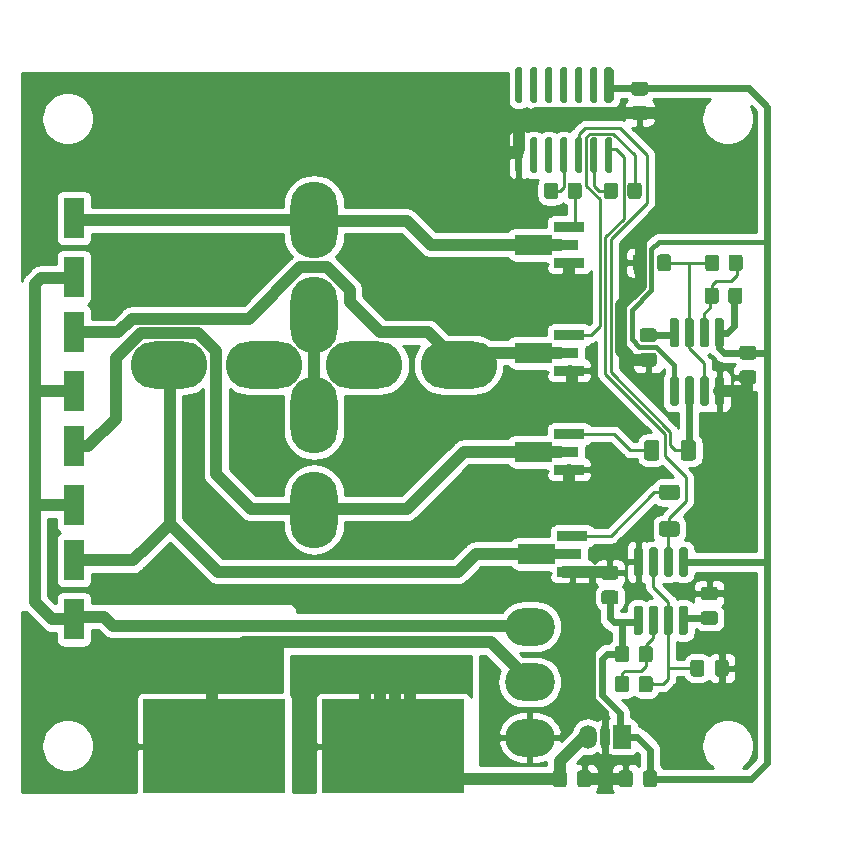
<source format=gbl>
%TF.GenerationSoftware,KiCad,Pcbnew,(5.1.8)-1*%
%TF.CreationDate,2021-11-19T10:40:59+01:00*%
%TF.ProjectId,Base,42617365-2e6b-4696-9361-645f70636258,rev?*%
%TF.SameCoordinates,Original*%
%TF.FileFunction,Copper,L2,Bot*%
%TF.FilePolarity,Positive*%
%FSLAX46Y46*%
G04 Gerber Fmt 4.6, Leading zero omitted, Abs format (unit mm)*
G04 Created by KiCad (PCBNEW (5.1.8)-1) date 2021-11-19 10:40:59*
%MOMM*%
%LPD*%
G01*
G04 APERTURE LIST*
%TA.AperFunction,ComponentPad*%
%ADD10O,4.200000X3.200000*%
%TD*%
%TA.AperFunction,SMDPad,CuDef*%
%ADD11R,12.000000X8.000000*%
%TD*%
%TA.AperFunction,ComponentPad*%
%ADD12R,1.500000X2.000000*%
%TD*%
%TA.AperFunction,ComponentPad*%
%ADD13O,1.500000X2.000000*%
%TD*%
%TA.AperFunction,ComponentPad*%
%ADD14O,0.900000X2.000000*%
%TD*%
%TA.AperFunction,SMDPad,CuDef*%
%ADD15R,1.800000X3.500000*%
%TD*%
%TA.AperFunction,SMDPad,CuDef*%
%ADD16R,2.600000X0.900000*%
%TD*%
%TA.AperFunction,SMDPad,CuDef*%
%ADD17C,0.100000*%
%TD*%
%TA.AperFunction,ComponentPad*%
%ADD18O,4.000000X6.500000*%
%TD*%
%TA.AperFunction,ComponentPad*%
%ADD19O,6.500000X4.000000*%
%TD*%
%TA.AperFunction,ViaPad*%
%ADD20C,1.500000*%
%TD*%
%TA.AperFunction,ViaPad*%
%ADD21C,0.800000*%
%TD*%
%TA.AperFunction,ViaPad*%
%ADD22C,1.000000*%
%TD*%
%TA.AperFunction,Conductor*%
%ADD23C,0.600000*%
%TD*%
%TA.AperFunction,Conductor*%
%ADD24C,1.000000*%
%TD*%
%TA.AperFunction,Conductor*%
%ADD25C,0.250000*%
%TD*%
%TA.AperFunction,Conductor*%
%ADD26C,0.400000*%
%TD*%
%TA.AperFunction,Conductor*%
%ADD27C,0.254000*%
%TD*%
%TA.AperFunction,Conductor*%
%ADD28C,0.100000*%
%TD*%
G04 APERTURE END LIST*
D10*
%TO.P,SW1,3*%
%TO.N,GND2*%
X155408000Y-114579500D03*
%TO.P,SW1,2*%
%TO.N,Net-(BT3-Pad2)*%
X155408000Y-119279500D03*
%TO.P,SW1,1*%
%TO.N,GND*%
X155408000Y-123979500D03*
%TD*%
D11*
%TO.P,BT3,2*%
%TO.N,Net-(BT3-Pad2)*%
X128695000Y-124720000D03*
%TO.P,BT3,1*%
%TO.N,VCC*%
X143845000Y-124720000D03*
%TD*%
%TO.P,U3,14*%
%TO.N,+5V*%
%TA.AperFunction,SMDPad,CuDef*%
G36*
G01*
X162290200Y-70216600D02*
X161890200Y-70216600D01*
G75*
G02*
X161690200Y-70016600I0J200000D01*
G01*
X161690200Y-67416600D01*
G75*
G02*
X161890200Y-67216600I200000J0D01*
G01*
X162290200Y-67216600D01*
G75*
G02*
X162490200Y-67416600I0J-200000D01*
G01*
X162490200Y-70016600D01*
G75*
G02*
X162290200Y-70216600I-200000J0D01*
G01*
G37*
%TD.AperFunction*%
%TO.P,U3,13*%
%TO.N,N/C*%
%TA.AperFunction,SMDPad,CuDef*%
G36*
G01*
X160970200Y-70216600D02*
X160670200Y-70216600D01*
G75*
G02*
X160520200Y-70066600I0J150000D01*
G01*
X160520200Y-67366600D01*
G75*
G02*
X160670200Y-67216600I150000J0D01*
G01*
X160970200Y-67216600D01*
G75*
G02*
X161120200Y-67366600I0J-150000D01*
G01*
X161120200Y-70066600D01*
G75*
G02*
X160970200Y-70216600I-150000J0D01*
G01*
G37*
%TD.AperFunction*%
%TO.P,U3,12*%
%TA.AperFunction,SMDPad,CuDef*%
G36*
G01*
X159700200Y-70216600D02*
X159400200Y-70216600D01*
G75*
G02*
X159250200Y-70066600I0J150000D01*
G01*
X159250200Y-67366600D01*
G75*
G02*
X159400200Y-67216600I150000J0D01*
G01*
X159700200Y-67216600D01*
G75*
G02*
X159850200Y-67366600I0J-150000D01*
G01*
X159850200Y-70066600D01*
G75*
G02*
X159700200Y-70216600I-150000J0D01*
G01*
G37*
%TD.AperFunction*%
%TO.P,U3,11*%
%TA.AperFunction,SMDPad,CuDef*%
G36*
G01*
X158430200Y-70216600D02*
X158130200Y-70216600D01*
G75*
G02*
X157980200Y-70066600I0J150000D01*
G01*
X157980200Y-67366600D01*
G75*
G02*
X158130200Y-67216600I150000J0D01*
G01*
X158430200Y-67216600D01*
G75*
G02*
X158580200Y-67366600I0J-150000D01*
G01*
X158580200Y-70066600D01*
G75*
G02*
X158430200Y-70216600I-150000J0D01*
G01*
G37*
%TD.AperFunction*%
%TO.P,U3,10*%
%TA.AperFunction,SMDPad,CuDef*%
G36*
G01*
X157160200Y-70216600D02*
X156860200Y-70216600D01*
G75*
G02*
X156710200Y-70066600I0J150000D01*
G01*
X156710200Y-67366600D01*
G75*
G02*
X156860200Y-67216600I150000J0D01*
G01*
X157160200Y-67216600D01*
G75*
G02*
X157310200Y-67366600I0J-150000D01*
G01*
X157310200Y-70066600D01*
G75*
G02*
X157160200Y-70216600I-150000J0D01*
G01*
G37*
%TD.AperFunction*%
%TO.P,U3,9*%
%TA.AperFunction,SMDPad,CuDef*%
G36*
G01*
X155890200Y-70216600D02*
X155590200Y-70216600D01*
G75*
G02*
X155440200Y-70066600I0J150000D01*
G01*
X155440200Y-67366600D01*
G75*
G02*
X155590200Y-67216600I150000J0D01*
G01*
X155890200Y-67216600D01*
G75*
G02*
X156040200Y-67366600I0J-150000D01*
G01*
X156040200Y-70066600D01*
G75*
G02*
X155890200Y-70216600I-150000J0D01*
G01*
G37*
%TD.AperFunction*%
%TO.P,U3,8*%
%TA.AperFunction,SMDPad,CuDef*%
G36*
G01*
X154620200Y-70216600D02*
X154320200Y-70216600D01*
G75*
G02*
X154170200Y-70066600I0J150000D01*
G01*
X154170200Y-67366600D01*
G75*
G02*
X154320200Y-67216600I150000J0D01*
G01*
X154620200Y-67216600D01*
G75*
G02*
X154770200Y-67366600I0J-150000D01*
G01*
X154770200Y-70066600D01*
G75*
G02*
X154620200Y-70216600I-150000J0D01*
G01*
G37*
%TD.AperFunction*%
%TO.P,U3,7*%
%TO.N,GND*%
%TA.AperFunction,SMDPad,CuDef*%
G36*
G01*
X154620200Y-76166600D02*
X154320200Y-76166600D01*
G75*
G02*
X154170200Y-76016600I0J150000D01*
G01*
X154170200Y-73316600D01*
G75*
G02*
X154320200Y-73166600I150000J0D01*
G01*
X154620200Y-73166600D01*
G75*
G02*
X154770200Y-73316600I0J-150000D01*
G01*
X154770200Y-76016600D01*
G75*
G02*
X154620200Y-76166600I-150000J0D01*
G01*
G37*
%TD.AperFunction*%
%TO.P,U3,6*%
%TO.N,N/C*%
%TA.AperFunction,SMDPad,CuDef*%
G36*
G01*
X155890200Y-76166600D02*
X155590200Y-76166600D01*
G75*
G02*
X155440200Y-76016600I0J150000D01*
G01*
X155440200Y-73316600D01*
G75*
G02*
X155590200Y-73166600I150000J0D01*
G01*
X155890200Y-73166600D01*
G75*
G02*
X156040200Y-73316600I0J-150000D01*
G01*
X156040200Y-76016600D01*
G75*
G02*
X155890200Y-76166600I-150000J0D01*
G01*
G37*
%TD.AperFunction*%
%TO.P,U3,5*%
%TA.AperFunction,SMDPad,CuDef*%
G36*
G01*
X157160200Y-76166600D02*
X156860200Y-76166600D01*
G75*
G02*
X156710200Y-76016600I0J150000D01*
G01*
X156710200Y-73316600D01*
G75*
G02*
X156860200Y-73166600I150000J0D01*
G01*
X157160200Y-73166600D01*
G75*
G02*
X157310200Y-73316600I0J-150000D01*
G01*
X157310200Y-76016600D01*
G75*
G02*
X157160200Y-76166600I-150000J0D01*
G01*
G37*
%TD.AperFunction*%
%TO.P,U3,4*%
%TO.N,Net-(R7-Pad2)*%
%TA.AperFunction,SMDPad,CuDef*%
G36*
G01*
X158430200Y-76166600D02*
X158130200Y-76166600D01*
G75*
G02*
X157980200Y-76016600I0J150000D01*
G01*
X157980200Y-73316600D01*
G75*
G02*
X158130200Y-73166600I150000J0D01*
G01*
X158430200Y-73166600D01*
G75*
G02*
X158580200Y-73316600I0J-150000D01*
G01*
X158580200Y-76016600D01*
G75*
G02*
X158430200Y-76166600I-150000J0D01*
G01*
G37*
%TD.AperFunction*%
%TO.P,U3,3*%
%TO.N,Net-(R5-Pad2)*%
%TA.AperFunction,SMDPad,CuDef*%
G36*
G01*
X159700200Y-76166600D02*
X159400200Y-76166600D01*
G75*
G02*
X159250200Y-76016600I0J150000D01*
G01*
X159250200Y-73316600D01*
G75*
G02*
X159400200Y-73166600I150000J0D01*
G01*
X159700200Y-73166600D01*
G75*
G02*
X159850200Y-73316600I0J-150000D01*
G01*
X159850200Y-76016600D01*
G75*
G02*
X159700200Y-76166600I-150000J0D01*
G01*
G37*
%TD.AperFunction*%
%TO.P,U3,2*%
%TO.N,Net-(R8-Pad2)*%
%TA.AperFunction,SMDPad,CuDef*%
G36*
G01*
X160970200Y-76166600D02*
X160670200Y-76166600D01*
G75*
G02*
X160520200Y-76016600I0J150000D01*
G01*
X160520200Y-73316600D01*
G75*
G02*
X160670200Y-73166600I150000J0D01*
G01*
X160970200Y-73166600D01*
G75*
G02*
X161120200Y-73316600I0J-150000D01*
G01*
X161120200Y-76016600D01*
G75*
G02*
X160970200Y-76166600I-150000J0D01*
G01*
G37*
%TD.AperFunction*%
%TO.P,U3,1*%
%TO.N,Net-(R6-Pad2)*%
%TA.AperFunction,SMDPad,CuDef*%
G36*
G01*
X162240200Y-76166600D02*
X161940200Y-76166600D01*
G75*
G02*
X161790200Y-76016600I0J150000D01*
G01*
X161790200Y-73316600D01*
G75*
G02*
X161940200Y-73166600I150000J0D01*
G01*
X162240200Y-73166600D01*
G75*
G02*
X162390200Y-73316600I0J-150000D01*
G01*
X162390200Y-76016600D01*
G75*
G02*
X162240200Y-76166600I-150000J0D01*
G01*
G37*
%TD.AperFunction*%
%TD*%
%TO.P,R6,2*%
%TO.N,Net-(R6-Pad2)*%
%TA.AperFunction,SMDPad,CuDef*%
G36*
G01*
X166595999Y-105662400D02*
X167846001Y-105662400D01*
G75*
G02*
X168096000Y-105912399I0J-249999D01*
G01*
X168096000Y-106712401D01*
G75*
G02*
X167846001Y-106962400I-249999J0D01*
G01*
X166595999Y-106962400D01*
G75*
G02*
X166346000Y-106712401I0J249999D01*
G01*
X166346000Y-105912399D01*
G75*
G02*
X166595999Y-105662400I249999J0D01*
G01*
G37*
%TD.AperFunction*%
%TO.P,R6,1*%
%TO.N,Net-(Q1-Pad1)*%
%TA.AperFunction,SMDPad,CuDef*%
G36*
G01*
X166595999Y-102562400D02*
X167846001Y-102562400D01*
G75*
G02*
X168096000Y-102812399I0J-249999D01*
G01*
X168096000Y-103612401D01*
G75*
G02*
X167846001Y-103862400I-249999J0D01*
G01*
X166595999Y-103862400D01*
G75*
G02*
X166346000Y-103612401I0J249999D01*
G01*
X166346000Y-102812399D01*
G75*
G02*
X166595999Y-102562400I249999J0D01*
G01*
G37*
%TD.AperFunction*%
%TD*%
%TO.P,R5,2*%
%TO.N,Net-(R5-Pad2)*%
%TA.AperFunction,SMDPad,CuDef*%
G36*
G01*
X168171200Y-100282001D02*
X168171200Y-99031999D01*
G75*
G02*
X168421199Y-98782000I249999J0D01*
G01*
X169221201Y-98782000D01*
G75*
G02*
X169471200Y-99031999I0J-249999D01*
G01*
X169471200Y-100282001D01*
G75*
G02*
X169221201Y-100532000I-249999J0D01*
G01*
X168421199Y-100532000D01*
G75*
G02*
X168171200Y-100282001I0J249999D01*
G01*
G37*
%TD.AperFunction*%
%TO.P,R5,1*%
%TO.N,Net-(Q2-Pad1)*%
%TA.AperFunction,SMDPad,CuDef*%
G36*
G01*
X165071200Y-100282001D02*
X165071200Y-99031999D01*
G75*
G02*
X165321199Y-98782000I249999J0D01*
G01*
X166121201Y-98782000D01*
G75*
G02*
X166371200Y-99031999I0J-249999D01*
G01*
X166371200Y-100282001D01*
G75*
G02*
X166121201Y-100532000I-249999J0D01*
G01*
X165321199Y-100532000D01*
G75*
G02*
X165071200Y-100282001I0J249999D01*
G01*
G37*
%TD.AperFunction*%
%TD*%
%TO.P,R8,2*%
%TO.N,Net-(R8-Pad2)*%
%TA.AperFunction,SMDPad,CuDef*%
G36*
G01*
X162868000Y-77235999D02*
X162868000Y-78136001D01*
G75*
G02*
X162618001Y-78386000I-249999J0D01*
G01*
X161917999Y-78386000D01*
G75*
G02*
X161668000Y-78136001I0J249999D01*
G01*
X161668000Y-77235999D01*
G75*
G02*
X161917999Y-76986000I249999J0D01*
G01*
X162618001Y-76986000D01*
G75*
G02*
X162868000Y-77235999I0J-249999D01*
G01*
G37*
%TD.AperFunction*%
%TO.P,R8,1*%
%TO.N,Net-(Q3-Pad1)*%
%TA.AperFunction,SMDPad,CuDef*%
G36*
G01*
X164868000Y-77235999D02*
X164868000Y-78136001D01*
G75*
G02*
X164618001Y-78386000I-249999J0D01*
G01*
X163917999Y-78386000D01*
G75*
G02*
X163668000Y-78136001I0J249999D01*
G01*
X163668000Y-77235999D01*
G75*
G02*
X163917999Y-76986000I249999J0D01*
G01*
X164618001Y-76986000D01*
G75*
G02*
X164868000Y-77235999I0J-249999D01*
G01*
G37*
%TD.AperFunction*%
%TD*%
%TO.P,R7,2*%
%TO.N,Net-(R7-Pad2)*%
%TA.AperFunction,SMDPad,CuDef*%
G36*
G01*
X157804000Y-77235999D02*
X157804000Y-78136001D01*
G75*
G02*
X157554001Y-78386000I-249999J0D01*
G01*
X156853999Y-78386000D01*
G75*
G02*
X156604000Y-78136001I0J249999D01*
G01*
X156604000Y-77235999D01*
G75*
G02*
X156853999Y-76986000I249999J0D01*
G01*
X157554001Y-76986000D01*
G75*
G02*
X157804000Y-77235999I0J-249999D01*
G01*
G37*
%TD.AperFunction*%
%TO.P,R7,1*%
%TO.N,Net-(Q4-Pad1)*%
%TA.AperFunction,SMDPad,CuDef*%
G36*
G01*
X159804000Y-77235999D02*
X159804000Y-78136001D01*
G75*
G02*
X159554001Y-78386000I-249999J0D01*
G01*
X158853999Y-78386000D01*
G75*
G02*
X158604000Y-78136001I0J249999D01*
G01*
X158604000Y-77235999D01*
G75*
G02*
X158853999Y-76986000I249999J0D01*
G01*
X159554001Y-76986000D01*
G75*
G02*
X159804000Y-77235999I0J-249999D01*
G01*
G37*
%TD.AperFunction*%
%TD*%
%TO.P,R4,2*%
%TO.N,Net-(C4-Pad1)*%
%TA.AperFunction,SMDPad,CuDef*%
G36*
G01*
X171431200Y-83331999D02*
X171431200Y-84232001D01*
G75*
G02*
X171181201Y-84482000I-249999J0D01*
G01*
X170481199Y-84482000D01*
G75*
G02*
X170231200Y-84232001I0J249999D01*
G01*
X170231200Y-83331999D01*
G75*
G02*
X170481199Y-83082000I249999J0D01*
G01*
X171181201Y-83082000D01*
G75*
G02*
X171431200Y-83331999I0J-249999D01*
G01*
G37*
%TD.AperFunction*%
%TO.P,R4,1*%
%TO.N,Net-(R3-Pad2)*%
%TA.AperFunction,SMDPad,CuDef*%
G36*
G01*
X173431200Y-83331999D02*
X173431200Y-84232001D01*
G75*
G02*
X173181201Y-84482000I-249999J0D01*
G01*
X172481199Y-84482000D01*
G75*
G02*
X172231200Y-84232001I0J249999D01*
G01*
X172231200Y-83331999D01*
G75*
G02*
X172481199Y-83082000I249999J0D01*
G01*
X173181201Y-83082000D01*
G75*
G02*
X173431200Y-83331999I0J-249999D01*
G01*
G37*
%TD.AperFunction*%
%TD*%
%TO.P,R3,2*%
%TO.N,Net-(R3-Pad2)*%
%TA.AperFunction,SMDPad,CuDef*%
G36*
G01*
X171405200Y-86125999D02*
X171405200Y-87026001D01*
G75*
G02*
X171155201Y-87276000I-249999J0D01*
G01*
X170455199Y-87276000D01*
G75*
G02*
X170205200Y-87026001I0J249999D01*
G01*
X170205200Y-86125999D01*
G75*
G02*
X170455199Y-85876000I249999J0D01*
G01*
X171155201Y-85876000D01*
G75*
G02*
X171405200Y-86125999I0J-249999D01*
G01*
G37*
%TD.AperFunction*%
%TO.P,R3,1*%
%TO.N,+5V*%
%TA.AperFunction,SMDPad,CuDef*%
G36*
G01*
X173405200Y-86125999D02*
X173405200Y-87026001D01*
G75*
G02*
X173155201Y-87276000I-249999J0D01*
G01*
X172455199Y-87276000D01*
G75*
G02*
X172205200Y-87026001I0J249999D01*
G01*
X172205200Y-86125999D01*
G75*
G02*
X172455199Y-85876000I249999J0D01*
G01*
X173155201Y-85876000D01*
G75*
G02*
X173405200Y-86125999I0J-249999D01*
G01*
G37*
%TD.AperFunction*%
%TD*%
%TO.P,R2,2*%
%TO.N,Net-(C3-Pad1)*%
%TA.AperFunction,SMDPad,CuDef*%
G36*
G01*
X164611000Y-119906401D02*
X164611000Y-119006399D01*
G75*
G02*
X164860999Y-118756400I249999J0D01*
G01*
X165561001Y-118756400D01*
G75*
G02*
X165811000Y-119006399I0J-249999D01*
G01*
X165811000Y-119906401D01*
G75*
G02*
X165561001Y-120156400I-249999J0D01*
G01*
X164860999Y-120156400D01*
G75*
G02*
X164611000Y-119906401I0J249999D01*
G01*
G37*
%TD.AperFunction*%
%TO.P,R2,1*%
%TO.N,Net-(R1-Pad2)*%
%TA.AperFunction,SMDPad,CuDef*%
G36*
G01*
X162611000Y-119906401D02*
X162611000Y-119006399D01*
G75*
G02*
X162860999Y-118756400I249999J0D01*
G01*
X163561001Y-118756400D01*
G75*
G02*
X163811000Y-119006399I0J-249999D01*
G01*
X163811000Y-119906401D01*
G75*
G02*
X163561001Y-120156400I-249999J0D01*
G01*
X162860999Y-120156400D01*
G75*
G02*
X162611000Y-119906401I0J249999D01*
G01*
G37*
%TD.AperFunction*%
%TD*%
%TO.P,R1,2*%
%TO.N,Net-(R1-Pad2)*%
%TA.AperFunction,SMDPad,CuDef*%
G36*
G01*
X164611000Y-117366401D02*
X164611000Y-116466399D01*
G75*
G02*
X164860999Y-116216400I249999J0D01*
G01*
X165561001Y-116216400D01*
G75*
G02*
X165811000Y-116466399I0J-249999D01*
G01*
X165811000Y-117366401D01*
G75*
G02*
X165561001Y-117616400I-249999J0D01*
G01*
X164860999Y-117616400D01*
G75*
G02*
X164611000Y-117366401I0J249999D01*
G01*
G37*
%TD.AperFunction*%
%TO.P,R1,1*%
%TO.N,+5V*%
%TA.AperFunction,SMDPad,CuDef*%
G36*
G01*
X162611000Y-117366401D02*
X162611000Y-116466399D01*
G75*
G02*
X162860999Y-116216400I249999J0D01*
G01*
X163561001Y-116216400D01*
G75*
G02*
X163811000Y-116466399I0J-249999D01*
G01*
X163811000Y-117366401D01*
G75*
G02*
X163561001Y-117616400I-249999J0D01*
G01*
X162860999Y-117616400D01*
G75*
G02*
X162611000Y-117366401I0J249999D01*
G01*
G37*
%TD.AperFunction*%
%TD*%
%TO.P,C10,2*%
%TO.N,GND*%
%TA.AperFunction,SMDPad,CuDef*%
G36*
G01*
X164104000Y-126995000D02*
X164104000Y-127945000D01*
G75*
G02*
X163854000Y-128195000I-250000J0D01*
G01*
X163179000Y-128195000D01*
G75*
G02*
X162929000Y-127945000I0J250000D01*
G01*
X162929000Y-126995000D01*
G75*
G02*
X163179000Y-126745000I250000J0D01*
G01*
X163854000Y-126745000D01*
G75*
G02*
X164104000Y-126995000I0J-250000D01*
G01*
G37*
%TD.AperFunction*%
%TO.P,C10,1*%
%TO.N,+5V*%
%TA.AperFunction,SMDPad,CuDef*%
G36*
G01*
X166179000Y-126995000D02*
X166179000Y-127945000D01*
G75*
G02*
X165929000Y-128195000I-250000J0D01*
G01*
X165254000Y-128195000D01*
G75*
G02*
X165004000Y-127945000I0J250000D01*
G01*
X165004000Y-126995000D01*
G75*
G02*
X165254000Y-126745000I250000J0D01*
G01*
X165929000Y-126745000D01*
G75*
G02*
X166179000Y-126995000I0J-250000D01*
G01*
G37*
%TD.AperFunction*%
%TD*%
%TO.P,C9,2*%
%TO.N,GND*%
%TA.AperFunction,SMDPad,CuDef*%
G36*
G01*
X159416000Y-127945000D02*
X159416000Y-126995000D01*
G75*
G02*
X159666000Y-126745000I250000J0D01*
G01*
X160341000Y-126745000D01*
G75*
G02*
X160591000Y-126995000I0J-250000D01*
G01*
X160591000Y-127945000D01*
G75*
G02*
X160341000Y-128195000I-250000J0D01*
G01*
X159666000Y-128195000D01*
G75*
G02*
X159416000Y-127945000I0J250000D01*
G01*
G37*
%TD.AperFunction*%
%TO.P,C9,1*%
%TO.N,VCC*%
%TA.AperFunction,SMDPad,CuDef*%
G36*
G01*
X157341000Y-127945000D02*
X157341000Y-126995000D01*
G75*
G02*
X157591000Y-126745000I250000J0D01*
G01*
X158266000Y-126745000D01*
G75*
G02*
X158516000Y-126995000I0J-250000D01*
G01*
X158516000Y-127945000D01*
G75*
G02*
X158266000Y-128195000I-250000J0D01*
G01*
X157591000Y-128195000D01*
G75*
G02*
X157341000Y-127945000I0J250000D01*
G01*
G37*
%TD.AperFunction*%
%TD*%
%TO.P,C8,2*%
%TO.N,GND*%
%TA.AperFunction,SMDPad,CuDef*%
G36*
G01*
X164231400Y-70516000D02*
X165181400Y-70516000D01*
G75*
G02*
X165431400Y-70766000I0J-250000D01*
G01*
X165431400Y-71441000D01*
G75*
G02*
X165181400Y-71691000I-250000J0D01*
G01*
X164231400Y-71691000D01*
G75*
G02*
X163981400Y-71441000I0J250000D01*
G01*
X163981400Y-70766000D01*
G75*
G02*
X164231400Y-70516000I250000J0D01*
G01*
G37*
%TD.AperFunction*%
%TO.P,C8,1*%
%TO.N,+5V*%
%TA.AperFunction,SMDPad,CuDef*%
G36*
G01*
X164231400Y-68441000D02*
X165181400Y-68441000D01*
G75*
G02*
X165431400Y-68691000I0J-250000D01*
G01*
X165431400Y-69366000D01*
G75*
G02*
X165181400Y-69616000I-250000J0D01*
G01*
X164231400Y-69616000D01*
G75*
G02*
X163981400Y-69366000I0J250000D01*
G01*
X163981400Y-68691000D01*
G75*
G02*
X164231400Y-68441000I250000J0D01*
G01*
G37*
%TD.AperFunction*%
%TD*%
%TO.P,C6,2*%
%TO.N,GND*%
%TA.AperFunction,SMDPad,CuDef*%
G36*
G01*
X162654000Y-110624400D02*
X161704000Y-110624400D01*
G75*
G02*
X161454000Y-110374400I0J250000D01*
G01*
X161454000Y-109699400D01*
G75*
G02*
X161704000Y-109449400I250000J0D01*
G01*
X162654000Y-109449400D01*
G75*
G02*
X162904000Y-109699400I0J-250000D01*
G01*
X162904000Y-110374400D01*
G75*
G02*
X162654000Y-110624400I-250000J0D01*
G01*
G37*
%TD.AperFunction*%
%TO.P,C6,1*%
%TO.N,+5V*%
%TA.AperFunction,SMDPad,CuDef*%
G36*
G01*
X162654000Y-112699400D02*
X161704000Y-112699400D01*
G75*
G02*
X161454000Y-112449400I0J250000D01*
G01*
X161454000Y-111774400D01*
G75*
G02*
X161704000Y-111524400I250000J0D01*
G01*
X162654000Y-111524400D01*
G75*
G02*
X162904000Y-111774400I0J-250000D01*
G01*
X162904000Y-112449400D01*
G75*
G02*
X162654000Y-112699400I-250000J0D01*
G01*
G37*
%TD.AperFunction*%
%TD*%
%TO.P,C5,2*%
%TO.N,GND*%
%TA.AperFunction,SMDPad,CuDef*%
G36*
G01*
X173388200Y-92880600D02*
X174338200Y-92880600D01*
G75*
G02*
X174588200Y-93130600I0J-250000D01*
G01*
X174588200Y-93805600D01*
G75*
G02*
X174338200Y-94055600I-250000J0D01*
G01*
X173388200Y-94055600D01*
G75*
G02*
X173138200Y-93805600I0J250000D01*
G01*
X173138200Y-93130600D01*
G75*
G02*
X173388200Y-92880600I250000J0D01*
G01*
G37*
%TD.AperFunction*%
%TO.P,C5,1*%
%TO.N,+5V*%
%TA.AperFunction,SMDPad,CuDef*%
G36*
G01*
X173388200Y-90805600D02*
X174338200Y-90805600D01*
G75*
G02*
X174588200Y-91055600I0J-250000D01*
G01*
X174588200Y-91730600D01*
G75*
G02*
X174338200Y-91980600I-250000J0D01*
G01*
X173388200Y-91980600D01*
G75*
G02*
X173138200Y-91730600I0J250000D01*
G01*
X173138200Y-91055600D01*
G75*
G02*
X173388200Y-90805600I250000J0D01*
G01*
G37*
%TD.AperFunction*%
%TD*%
%TO.P,C4,1*%
%TO.N,Net-(C4-Pad1)*%
%TA.AperFunction,SMDPad,CuDef*%
G36*
G01*
X167360200Y-83307000D02*
X167360200Y-84257000D01*
G75*
G02*
X167110200Y-84507000I-250000J0D01*
G01*
X166435200Y-84507000D01*
G75*
G02*
X166185200Y-84257000I0J250000D01*
G01*
X166185200Y-83307000D01*
G75*
G02*
X166435200Y-83057000I250000J0D01*
G01*
X167110200Y-83057000D01*
G75*
G02*
X167360200Y-83307000I0J-250000D01*
G01*
G37*
%TD.AperFunction*%
%TO.P,C4,2*%
%TO.N,GND*%
%TA.AperFunction,SMDPad,CuDef*%
G36*
G01*
X165285200Y-83307000D02*
X165285200Y-84257000D01*
G75*
G02*
X165035200Y-84507000I-250000J0D01*
G01*
X164360200Y-84507000D01*
G75*
G02*
X164110200Y-84257000I0J250000D01*
G01*
X164110200Y-83307000D01*
G75*
G02*
X164360200Y-83057000I250000J0D01*
G01*
X165035200Y-83057000D01*
G75*
G02*
X165285200Y-83307000I0J-250000D01*
G01*
G37*
%TD.AperFunction*%
%TD*%
%TO.P,C3,2*%
%TO.N,GND*%
%TA.AperFunction,SMDPad,CuDef*%
G36*
G01*
X171074600Y-118572400D02*
X171074600Y-117622400D01*
G75*
G02*
X171324600Y-117372400I250000J0D01*
G01*
X171999600Y-117372400D01*
G75*
G02*
X172249600Y-117622400I0J-250000D01*
G01*
X172249600Y-118572400D01*
G75*
G02*
X171999600Y-118822400I-250000J0D01*
G01*
X171324600Y-118822400D01*
G75*
G02*
X171074600Y-118572400I0J250000D01*
G01*
G37*
%TD.AperFunction*%
%TO.P,C3,1*%
%TO.N,Net-(C3-Pad1)*%
%TA.AperFunction,SMDPad,CuDef*%
G36*
G01*
X168999600Y-118572400D02*
X168999600Y-117622400D01*
G75*
G02*
X169249600Y-117372400I250000J0D01*
G01*
X169924600Y-117372400D01*
G75*
G02*
X170174600Y-117622400I0J-250000D01*
G01*
X170174600Y-118572400D01*
G75*
G02*
X169924600Y-118822400I-250000J0D01*
G01*
X169249600Y-118822400D01*
G75*
G02*
X168999600Y-118572400I0J250000D01*
G01*
G37*
%TD.AperFunction*%
%TD*%
%TO.P,C2,2*%
%TO.N,GND*%
%TA.AperFunction,SMDPad,CuDef*%
G36*
G01*
X164942600Y-91394800D02*
X165892600Y-91394800D01*
G75*
G02*
X166142600Y-91644800I0J-250000D01*
G01*
X166142600Y-92319800D01*
G75*
G02*
X165892600Y-92569800I-250000J0D01*
G01*
X164942600Y-92569800D01*
G75*
G02*
X164692600Y-92319800I0J250000D01*
G01*
X164692600Y-91644800D01*
G75*
G02*
X164942600Y-91394800I250000J0D01*
G01*
G37*
%TD.AperFunction*%
%TO.P,C2,1*%
%TO.N,Net-(C2-Pad1)*%
%TA.AperFunction,SMDPad,CuDef*%
G36*
G01*
X164942600Y-89319800D02*
X165892600Y-89319800D01*
G75*
G02*
X166142600Y-89569800I0J-250000D01*
G01*
X166142600Y-90244800D01*
G75*
G02*
X165892600Y-90494800I-250000J0D01*
G01*
X164942600Y-90494800D01*
G75*
G02*
X164692600Y-90244800I0J250000D01*
G01*
X164692600Y-89569800D01*
G75*
G02*
X164942600Y-89319800I250000J0D01*
G01*
G37*
%TD.AperFunction*%
%TD*%
%TO.P,C1,2*%
%TO.N,GND*%
%TA.AperFunction,SMDPad,CuDef*%
G36*
G01*
X171074200Y-112364200D02*
X170124200Y-112364200D01*
G75*
G02*
X169874200Y-112114200I0J250000D01*
G01*
X169874200Y-111439200D01*
G75*
G02*
X170124200Y-111189200I250000J0D01*
G01*
X171074200Y-111189200D01*
G75*
G02*
X171324200Y-111439200I0J-250000D01*
G01*
X171324200Y-112114200D01*
G75*
G02*
X171074200Y-112364200I-250000J0D01*
G01*
G37*
%TD.AperFunction*%
%TO.P,C1,1*%
%TO.N,Net-(C1-Pad1)*%
%TA.AperFunction,SMDPad,CuDef*%
G36*
G01*
X171074200Y-114439200D02*
X170124200Y-114439200D01*
G75*
G02*
X169874200Y-114189200I0J250000D01*
G01*
X169874200Y-113514200D01*
G75*
G02*
X170124200Y-113264200I250000J0D01*
G01*
X171074200Y-113264200D01*
G75*
G02*
X171324200Y-113514200I0J-250000D01*
G01*
X171324200Y-114189200D01*
G75*
G02*
X171074200Y-114439200I-250000J0D01*
G01*
G37*
%TD.AperFunction*%
%TD*%
D12*
%TO.P,U4,1*%
%TO.N,+5V*%
X163230000Y-123914000D03*
D13*
%TO.P,U4,3*%
%TO.N,VCC*%
X160290000Y-123914000D03*
D14*
%TO.P,U4,2*%
%TO.N,GND*%
X161760000Y-123914000D03*
%TD*%
D15*
%TO.P,D4,2*%
%TO.N,/LED_MATRIX_1*%
X116802000Y-108968000D03*
%TO.P,D4,1*%
%TO.N,GND2*%
X116802000Y-113968000D03*
%TD*%
%TO.P,D3,2*%
%TO.N,/LED_MATRIX_2*%
X116802000Y-99316000D03*
%TO.P,D3,1*%
%TO.N,GND2*%
X116802000Y-104316000D03*
%TD*%
%TO.P,D2,2*%
%TO.N,/LED_MATRIX_3*%
X116802000Y-89664000D03*
%TO.P,D2,1*%
%TO.N,GND2*%
X116802000Y-94664000D03*
%TD*%
%TO.P,D1,2*%
%TO.N,/LED_MATRIX_4*%
X116802000Y-80012000D03*
%TO.P,D1,1*%
%TO.N,GND2*%
X116802000Y-85012000D03*
%TD*%
D16*
%TO.P,Q1,1*%
%TO.N,Net-(Q1-Pad1)*%
X158980000Y-106920000D03*
%TO.P,Q1,3*%
%TO.N,GND*%
X158980000Y-109920000D03*
%TA.AperFunction,SMDPad,CuDef*%
D17*
%TO.P,Q1,2*%
%TO.N,/LED_MATRIX_1*%
G36*
X154380000Y-107553500D02*
G01*
X157505000Y-107553500D01*
X157505000Y-107970000D01*
X159742500Y-107970000D01*
X159742500Y-108870000D01*
X157505000Y-108870000D01*
X157505000Y-109286500D01*
X154380000Y-109286500D01*
X154380000Y-107553500D01*
G37*
%TD.AperFunction*%
%TD*%
D18*
%TO.P,C7,6*%
%TO.N,/LED_MATRIX_2*%
X137122000Y-104668000D03*
%TO.P,C7,5*%
%TO.N,VCC*%
X137122000Y-96668000D03*
%TO.P,C7,2*%
%TO.N,/LED_MATRIX_4*%
X137122000Y-80168000D03*
%TO.P,C7,1*%
%TO.N,VCC*%
X137122000Y-88168000D03*
D19*
%TO.P,C7,8*%
%TO.N,/LED_MATRIX_1*%
X124872000Y-92418000D03*
%TO.P,C7,7*%
%TO.N,VCC*%
X132872000Y-92418000D03*
%TO.P,C7,4*%
%TO.N,/LED_MATRIX_3*%
X149372000Y-92418000D03*
%TO.P,C7,3*%
%TO.N,VCC*%
X141372000Y-92418000D03*
%TD*%
%TO.P,U2,1*%
%TO.N,GND*%
%TA.AperFunction,SMDPad,CuDef*%
G36*
G01*
X171650200Y-95901600D02*
X171250200Y-95901600D01*
G75*
G02*
X171050200Y-95701600I0J200000D01*
G01*
X171050200Y-93601600D01*
G75*
G02*
X171250200Y-93401600I200000J0D01*
G01*
X171650200Y-93401600D01*
G75*
G02*
X171850200Y-93601600I0J-200000D01*
G01*
X171850200Y-95701600D01*
G75*
G02*
X171650200Y-95901600I-200000J0D01*
G01*
G37*
%TD.AperFunction*%
%TO.P,U2,2*%
%TO.N,Net-(C4-Pad1)*%
%TA.AperFunction,SMDPad,CuDef*%
G36*
G01*
X170380200Y-95901600D02*
X169980200Y-95901600D01*
G75*
G02*
X169780200Y-95701600I0J200000D01*
G01*
X169780200Y-93601600D01*
G75*
G02*
X169980200Y-93401600I200000J0D01*
G01*
X170380200Y-93401600D01*
G75*
G02*
X170580200Y-93601600I0J-200000D01*
G01*
X170580200Y-95701600D01*
G75*
G02*
X170380200Y-95901600I-200000J0D01*
G01*
G37*
%TD.AperFunction*%
%TO.P,U2,3*%
%TO.N,Net-(R5-Pad2)*%
%TA.AperFunction,SMDPad,CuDef*%
G36*
G01*
X169110200Y-95901600D02*
X168710200Y-95901600D01*
G75*
G02*
X168510200Y-95701600I0J200000D01*
G01*
X168510200Y-93601600D01*
G75*
G02*
X168710200Y-93401600I200000J0D01*
G01*
X169110200Y-93401600D01*
G75*
G02*
X169310200Y-93601600I0J-200000D01*
G01*
X169310200Y-95701600D01*
G75*
G02*
X169110200Y-95901600I-200000J0D01*
G01*
G37*
%TD.AperFunction*%
%TO.P,U2,4*%
%TO.N,+5V*%
%TA.AperFunction,SMDPad,CuDef*%
G36*
G01*
X167840200Y-95901600D02*
X167440200Y-95901600D01*
G75*
G02*
X167240200Y-95701600I0J200000D01*
G01*
X167240200Y-93601600D01*
G75*
G02*
X167440200Y-93401600I200000J0D01*
G01*
X167840200Y-93401600D01*
G75*
G02*
X168040200Y-93601600I0J-200000D01*
G01*
X168040200Y-95701600D01*
G75*
G02*
X167840200Y-95901600I-200000J0D01*
G01*
G37*
%TD.AperFunction*%
%TO.P,U2,5*%
%TO.N,Net-(C2-Pad1)*%
%TA.AperFunction,SMDPad,CuDef*%
G36*
G01*
X167840200Y-90951600D02*
X167440200Y-90951600D01*
G75*
G02*
X167240200Y-90751600I0J200000D01*
G01*
X167240200Y-88651600D01*
G75*
G02*
X167440200Y-88451600I200000J0D01*
G01*
X167840200Y-88451600D01*
G75*
G02*
X168040200Y-88651600I0J-200000D01*
G01*
X168040200Y-90751600D01*
G75*
G02*
X167840200Y-90951600I-200000J0D01*
G01*
G37*
%TD.AperFunction*%
%TO.P,U2,6*%
%TO.N,Net-(C4-Pad1)*%
%TA.AperFunction,SMDPad,CuDef*%
G36*
G01*
X169110200Y-90951600D02*
X168710200Y-90951600D01*
G75*
G02*
X168510200Y-90751600I0J200000D01*
G01*
X168510200Y-88651600D01*
G75*
G02*
X168710200Y-88451600I200000J0D01*
G01*
X169110200Y-88451600D01*
G75*
G02*
X169310200Y-88651600I0J-200000D01*
G01*
X169310200Y-90751600D01*
G75*
G02*
X169110200Y-90951600I-200000J0D01*
G01*
G37*
%TD.AperFunction*%
%TO.P,U2,7*%
%TO.N,Net-(R3-Pad2)*%
%TA.AperFunction,SMDPad,CuDef*%
G36*
G01*
X170380200Y-90951600D02*
X169980200Y-90951600D01*
G75*
G02*
X169780200Y-90751600I0J200000D01*
G01*
X169780200Y-88651600D01*
G75*
G02*
X169980200Y-88451600I200000J0D01*
G01*
X170380200Y-88451600D01*
G75*
G02*
X170580200Y-88651600I0J-200000D01*
G01*
X170580200Y-90751600D01*
G75*
G02*
X170380200Y-90951600I-200000J0D01*
G01*
G37*
%TD.AperFunction*%
%TO.P,U2,8*%
%TO.N,+5V*%
%TA.AperFunction,SMDPad,CuDef*%
G36*
G01*
X171650200Y-90951600D02*
X171250200Y-90951600D01*
G75*
G02*
X171050200Y-90751600I0J200000D01*
G01*
X171050200Y-88651600D01*
G75*
G02*
X171250200Y-88451600I200000J0D01*
G01*
X171650200Y-88451600D01*
G75*
G02*
X171850200Y-88651600I0J-200000D01*
G01*
X171850200Y-90751600D01*
G75*
G02*
X171650200Y-90951600I-200000J0D01*
G01*
G37*
%TD.AperFunction*%
%TD*%
%TO.P,U1,1*%
%TO.N,GND*%
%TA.AperFunction,SMDPad,CuDef*%
G36*
G01*
X164392000Y-107857400D02*
X164792000Y-107857400D01*
G75*
G02*
X164992000Y-108057400I0J-200000D01*
G01*
X164992000Y-110157400D01*
G75*
G02*
X164792000Y-110357400I-200000J0D01*
G01*
X164392000Y-110357400D01*
G75*
G02*
X164192000Y-110157400I0J200000D01*
G01*
X164192000Y-108057400D01*
G75*
G02*
X164392000Y-107857400I200000J0D01*
G01*
G37*
%TD.AperFunction*%
%TO.P,U1,2*%
%TO.N,Net-(C3-Pad1)*%
%TA.AperFunction,SMDPad,CuDef*%
G36*
G01*
X165662000Y-107857400D02*
X166062000Y-107857400D01*
G75*
G02*
X166262000Y-108057400I0J-200000D01*
G01*
X166262000Y-110157400D01*
G75*
G02*
X166062000Y-110357400I-200000J0D01*
G01*
X165662000Y-110357400D01*
G75*
G02*
X165462000Y-110157400I0J200000D01*
G01*
X165462000Y-108057400D01*
G75*
G02*
X165662000Y-107857400I200000J0D01*
G01*
G37*
%TD.AperFunction*%
%TO.P,U1,3*%
%TO.N,Net-(R6-Pad2)*%
%TA.AperFunction,SMDPad,CuDef*%
G36*
G01*
X166932000Y-107857400D02*
X167332000Y-107857400D01*
G75*
G02*
X167532000Y-108057400I0J-200000D01*
G01*
X167532000Y-110157400D01*
G75*
G02*
X167332000Y-110357400I-200000J0D01*
G01*
X166932000Y-110357400D01*
G75*
G02*
X166732000Y-110157400I0J200000D01*
G01*
X166732000Y-108057400D01*
G75*
G02*
X166932000Y-107857400I200000J0D01*
G01*
G37*
%TD.AperFunction*%
%TO.P,U1,4*%
%TO.N,+5V*%
%TA.AperFunction,SMDPad,CuDef*%
G36*
G01*
X168202000Y-107857400D02*
X168602000Y-107857400D01*
G75*
G02*
X168802000Y-108057400I0J-200000D01*
G01*
X168802000Y-110157400D01*
G75*
G02*
X168602000Y-110357400I-200000J0D01*
G01*
X168202000Y-110357400D01*
G75*
G02*
X168002000Y-110157400I0J200000D01*
G01*
X168002000Y-108057400D01*
G75*
G02*
X168202000Y-107857400I200000J0D01*
G01*
G37*
%TD.AperFunction*%
%TO.P,U1,5*%
%TO.N,Net-(C1-Pad1)*%
%TA.AperFunction,SMDPad,CuDef*%
G36*
G01*
X168202000Y-112807400D02*
X168602000Y-112807400D01*
G75*
G02*
X168802000Y-113007400I0J-200000D01*
G01*
X168802000Y-115107400D01*
G75*
G02*
X168602000Y-115307400I-200000J0D01*
G01*
X168202000Y-115307400D01*
G75*
G02*
X168002000Y-115107400I0J200000D01*
G01*
X168002000Y-113007400D01*
G75*
G02*
X168202000Y-112807400I200000J0D01*
G01*
G37*
%TD.AperFunction*%
%TO.P,U1,6*%
%TO.N,Net-(C3-Pad1)*%
%TA.AperFunction,SMDPad,CuDef*%
G36*
G01*
X166932000Y-112807400D02*
X167332000Y-112807400D01*
G75*
G02*
X167532000Y-113007400I0J-200000D01*
G01*
X167532000Y-115107400D01*
G75*
G02*
X167332000Y-115307400I-200000J0D01*
G01*
X166932000Y-115307400D01*
G75*
G02*
X166732000Y-115107400I0J200000D01*
G01*
X166732000Y-113007400D01*
G75*
G02*
X166932000Y-112807400I200000J0D01*
G01*
G37*
%TD.AperFunction*%
%TO.P,U1,7*%
%TO.N,Net-(R1-Pad2)*%
%TA.AperFunction,SMDPad,CuDef*%
G36*
G01*
X165662000Y-112807400D02*
X166062000Y-112807400D01*
G75*
G02*
X166262000Y-113007400I0J-200000D01*
G01*
X166262000Y-115107400D01*
G75*
G02*
X166062000Y-115307400I-200000J0D01*
G01*
X165662000Y-115307400D01*
G75*
G02*
X165462000Y-115107400I0J200000D01*
G01*
X165462000Y-113007400D01*
G75*
G02*
X165662000Y-112807400I200000J0D01*
G01*
G37*
%TD.AperFunction*%
%TO.P,U1,8*%
%TO.N,+5V*%
%TA.AperFunction,SMDPad,CuDef*%
G36*
G01*
X164392000Y-112807400D02*
X164792000Y-112807400D01*
G75*
G02*
X164992000Y-113007400I0J-200000D01*
G01*
X164992000Y-115107400D01*
G75*
G02*
X164792000Y-115307400I-200000J0D01*
G01*
X164392000Y-115307400D01*
G75*
G02*
X164192000Y-115107400I0J200000D01*
G01*
X164192000Y-113007400D01*
G75*
G02*
X164392000Y-112807400I200000J0D01*
G01*
G37*
%TD.AperFunction*%
%TD*%
D16*
%TO.P,Q4,1*%
%TO.N,Net-(Q4-Pad1)*%
X158726000Y-80758000D03*
%TO.P,Q4,3*%
%TO.N,GND*%
X158726000Y-83758000D03*
%TA.AperFunction,SMDPad,CuDef*%
D17*
%TO.P,Q4,2*%
%TO.N,/LED_MATRIX_4*%
G36*
X154126000Y-81391500D02*
G01*
X157251000Y-81391500D01*
X157251000Y-81808000D01*
X159488500Y-81808000D01*
X159488500Y-82708000D01*
X157251000Y-82708000D01*
X157251000Y-83124500D01*
X154126000Y-83124500D01*
X154126000Y-81391500D01*
G37*
%TD.AperFunction*%
%TD*%
D16*
%TO.P,Q3,1*%
%TO.N,Net-(Q3-Pad1)*%
X158726000Y-89902000D03*
%TO.P,Q3,3*%
%TO.N,GND*%
X158726000Y-92902000D03*
%TA.AperFunction,SMDPad,CuDef*%
D17*
%TO.P,Q3,2*%
%TO.N,/LED_MATRIX_3*%
G36*
X154126000Y-90535500D02*
G01*
X157251000Y-90535500D01*
X157251000Y-90952000D01*
X159488500Y-90952000D01*
X159488500Y-91852000D01*
X157251000Y-91852000D01*
X157251000Y-92268500D01*
X154126000Y-92268500D01*
X154126000Y-90535500D01*
G37*
%TD.AperFunction*%
%TD*%
D16*
%TO.P,Q2,1*%
%TO.N,Net-(Q2-Pad1)*%
X158726000Y-98284000D03*
%TO.P,Q2,3*%
%TO.N,GND*%
X158726000Y-101284000D03*
%TA.AperFunction,SMDPad,CuDef*%
D17*
%TO.P,Q2,2*%
%TO.N,/LED_MATRIX_2*%
G36*
X154126000Y-98917500D02*
G01*
X157251000Y-98917500D01*
X157251000Y-99334000D01*
X159488500Y-99334000D01*
X159488500Y-100234000D01*
X157251000Y-100234000D01*
X157251000Y-100650500D01*
X154126000Y-100650500D01*
X154126000Y-98917500D01*
G37*
%TD.AperFunction*%
%TD*%
D20*
%TO.N,GND*%
X145504000Y-106388000D03*
X146393000Y-85687000D03*
D21*
X171691400Y-119926200D03*
X173825000Y-96355000D03*
D20*
X144361000Y-98387000D03*
X140932000Y-77686000D03*
D22*
%TO.N,VCC*%
X142710000Y-118326000D03*
X143980000Y-118326000D03*
X145250000Y-118326000D03*
X141440000Y-118326000D03*
%TD*%
D23*
%TO.N,GND*%
X170599200Y-111776700D02*
X171771500Y-111776700D01*
X171771500Y-111776700D02*
X173012200Y-113017400D01*
X173012200Y-113017400D02*
X173012200Y-115100200D01*
X173012200Y-115100200D02*
X171640600Y-116471800D01*
X171640600Y-116471800D02*
X171640600Y-118122800D01*
X171691400Y-119926200D02*
X171691400Y-118148200D01*
X171691400Y-118148200D02*
X171640600Y-118097400D01*
D24*
X155156000Y-106388000D02*
X158712000Y-102832000D01*
X158712000Y-102832000D02*
X158712000Y-101308000D01*
X164785200Y-84312800D02*
X164785200Y-81010800D01*
X164697700Y-84400300D02*
X164785200Y-84312800D01*
X164697700Y-84556600D02*
X164697700Y-84400300D01*
X164785200Y-81010800D02*
X167094000Y-78702000D01*
X164706400Y-71103500D02*
X166099500Y-71103500D01*
X167094000Y-72098000D02*
X167094000Y-78702000D01*
X166099500Y-71103500D02*
X167094000Y-72098000D01*
X163117580Y-91235580D02*
X163117581Y-87374613D01*
X163864300Y-91982300D02*
X163117580Y-91235580D01*
X165417600Y-91982300D02*
X163864300Y-91982300D01*
X163117581Y-87374613D02*
X164785200Y-85706994D01*
X164785200Y-85706994D02*
X164785200Y-84290000D01*
X162244000Y-109920000D02*
X162268000Y-109944000D01*
D23*
X161760000Y-123914000D02*
X161760000Y-127216000D01*
D24*
X162014000Y-127470000D02*
X163538000Y-127470000D01*
D23*
X161760000Y-127216000D02*
X162014000Y-127470000D01*
D24*
X160003500Y-127470000D02*
X162014000Y-127470000D01*
D23*
X160705990Y-120718452D02*
X160705990Y-109934010D01*
X161760000Y-121772462D02*
X160705990Y-120718452D01*
X161760000Y-123914000D02*
X161760000Y-121772462D01*
D24*
X160720000Y-109920000D02*
X162244000Y-109920000D01*
D23*
X160705990Y-109934010D02*
X160720000Y-109920000D01*
D24*
X158330000Y-109920000D02*
X160720000Y-109920000D01*
X173772600Y-94651600D02*
X173825000Y-94704000D01*
X171450200Y-94651600D02*
X173772600Y-94651600D01*
X173825000Y-94704000D02*
X173825000Y-93561000D01*
X173825000Y-96355000D02*
X173825000Y-94704000D01*
X145504000Y-106388000D02*
X155156000Y-106388000D01*
X144361000Y-98387000D02*
X145631000Y-97117000D01*
X145631000Y-97117000D02*
X156680000Y-97117000D01*
X156680000Y-97117000D02*
X158966000Y-94831000D01*
X158966000Y-94831000D02*
X158966000Y-93053000D01*
X158966000Y-93053000D02*
X158839000Y-92926000D01*
X146393000Y-85687000D02*
X157823000Y-85687000D01*
X157823000Y-85687000D02*
X158712000Y-84798000D01*
X158712000Y-84798000D02*
X158712000Y-84036000D01*
X140932000Y-77686000D02*
X148806000Y-77686000D01*
X148806000Y-77686000D02*
X152108000Y-74384000D01*
X152108000Y-74384000D02*
X154394000Y-74384000D01*
X154470200Y-72529800D02*
X154470200Y-74166600D01*
X155896500Y-71103500D02*
X154470200Y-72529800D01*
X164706400Y-71103500D02*
X155896500Y-71103500D01*
D23*
%TO.N,Net-(C1-Pad1)*%
X168402500Y-114376700D02*
X168389400Y-114363600D01*
X170599200Y-113851700D02*
X168436300Y-113851700D01*
X168436300Y-113851700D02*
X168414800Y-113830200D01*
D25*
%TO.N,Net-(C2-Pad1)*%
X167639700Y-89382300D02*
X167652800Y-89395400D01*
X167652800Y-89395400D02*
X167652800Y-89725600D01*
D23*
X165417600Y-89907300D02*
X167598100Y-89907300D01*
X167598100Y-89907300D02*
X167602000Y-89903400D01*
D25*
%TO.N,Net-(C3-Pad1)*%
X167132000Y-114057400D02*
X167132000Y-112471400D01*
X165862000Y-111201400D02*
X165862000Y-109107400D01*
X167132000Y-112471400D02*
X165862000Y-111201400D01*
X165747800Y-119392800D02*
X165798600Y-119443600D01*
X167678200Y-118097400D02*
X169062100Y-118097400D01*
X167144800Y-118097400D02*
X167678200Y-118097400D01*
X167132000Y-118084600D02*
X167144800Y-118097400D01*
X167132000Y-114057400D02*
X167132000Y-118084600D01*
X167132000Y-118084600D02*
X167132000Y-118770600D01*
X165761000Y-119456400D02*
X166674800Y-119456400D01*
X167132000Y-118999200D02*
X167132000Y-118770600D01*
X166674800Y-119456400D02*
X167132000Y-118999200D01*
%TO.N,Net-(C4-Pad1)*%
X168910200Y-89701600D02*
X168910200Y-91033600D01*
X170180200Y-92303600D02*
X170180200Y-94651600D01*
X168910200Y-91033600D02*
X170180200Y-92303600D01*
X168910200Y-83820200D02*
X168872000Y-83782000D01*
X168910200Y-89701600D02*
X168910200Y-83820200D01*
X168872000Y-83782000D02*
X166586000Y-83782000D01*
X170831200Y-83782000D02*
X168872000Y-83782000D01*
D24*
%TO.N,VCC*%
X137122000Y-96668000D02*
X137190000Y-96668000D01*
X137122000Y-88168000D02*
X137122000Y-88354000D01*
X137122000Y-96668000D02*
X137122000Y-87973000D01*
X141440000Y-118326000D02*
X141440000Y-122390000D01*
X142710000Y-118326000D02*
X142710000Y-123152000D01*
X143980000Y-118326000D02*
X143980000Y-123406000D01*
X145250000Y-118326000D02*
X145250000Y-123406000D01*
X157928500Y-127470000D02*
X146520000Y-127470000D01*
X146520000Y-127470000D02*
X143218000Y-124168000D01*
X157928500Y-127470000D02*
X157928500Y-125967500D01*
X157928500Y-125967500D02*
X160236000Y-123660000D01*
%TO.N,/LED_MATRIX_1*%
X124716000Y-92204000D02*
X124930000Y-92418000D01*
X124930000Y-100800000D02*
X124930000Y-92672000D01*
X124930000Y-100800000D02*
X124930000Y-105880000D01*
X150838000Y-108420000D02*
X156680000Y-108420000D01*
X121842000Y-108968000D02*
X123152000Y-107658000D01*
X116802000Y-108968000D02*
X121842000Y-108968000D01*
X124930000Y-105880000D02*
X123152000Y-107658000D01*
X150838000Y-108420000D02*
X149314000Y-109944000D01*
X128994000Y-109944000D02*
X124930000Y-105880000D01*
X149314000Y-109944000D02*
X128994000Y-109944000D01*
D25*
%TO.N,Net-(Q1-Pad1)*%
X167221000Y-103212400D02*
X165951600Y-103212400D01*
X165951600Y-103212400D02*
X162244000Y-106920000D01*
X162244000Y-106920000D02*
X161022000Y-106920000D01*
X158330000Y-106920000D02*
X161022000Y-106920000D01*
D24*
%TO.N,/LED_MATRIX_3*%
X149372000Y-92418000D02*
X149372000Y-92476000D01*
X150330000Y-93434000D02*
X149314000Y-92418000D01*
X157988500Y-91402000D02*
X150838000Y-91402000D01*
X150838000Y-91402000D02*
X149822000Y-92418000D01*
X116802000Y-89664000D02*
X120572000Y-89664000D01*
X138261091Y-84167990D02*
X140170000Y-86076899D01*
X135982909Y-84167990D02*
X138261091Y-84167990D01*
X131632919Y-88517980D02*
X135982909Y-84167990D01*
X121718020Y-88517980D02*
X131632919Y-88517980D01*
X120572000Y-89664000D02*
X121718020Y-88517980D01*
X142753990Y-89667990D02*
X146817990Y-89667990D01*
X140170000Y-87084000D02*
X142753990Y-89667990D01*
X140170000Y-86076899D02*
X140170000Y-87084000D01*
X146817990Y-89667990D02*
X149822000Y-92672000D01*
D25*
%TO.N,Net-(Q2-Pad1)*%
X165721200Y-99657000D02*
X163919000Y-99657000D01*
X163919000Y-99657000D02*
X162522000Y-98260000D01*
X162522000Y-98260000D02*
X158458000Y-98260000D01*
D24*
%TO.N,/LED_MATRIX_2*%
X137202000Y-104784000D02*
X137282000Y-104864000D01*
X157988500Y-99784000D02*
X149822000Y-99784000D01*
X149822000Y-99784000D02*
X144996000Y-104610000D01*
X144996000Y-104610000D02*
X137376000Y-104610000D01*
X116802000Y-99316000D02*
X118032000Y-99316000D01*
X118032000Y-99316000D02*
X120358000Y-96990000D01*
X128871990Y-91279990D02*
X128871990Y-101693990D01*
X127309990Y-89717990D02*
X128871990Y-91279990D01*
X122503620Y-89717990D02*
X127309990Y-89717990D01*
X120358000Y-91863610D02*
X122503620Y-89717990D01*
X120358000Y-96990000D02*
X120358000Y-91863610D01*
X128871990Y-101693990D02*
X131788000Y-104610000D01*
X131788000Y-104610000D02*
X137122000Y-104610000D01*
D25*
%TO.N,Net-(Q3-Pad1)*%
X160473442Y-72841590D02*
X160175210Y-73139822D01*
X162436958Y-72841590D02*
X160473442Y-72841590D01*
X164268000Y-74672632D02*
X162436958Y-72841590D01*
X164268000Y-77686000D02*
X164268000Y-74672632D01*
X160175210Y-77245620D02*
X161342989Y-78413399D01*
X160175210Y-73139822D02*
X160175210Y-77245620D01*
X161342989Y-78413399D02*
X161342989Y-89152011D01*
X161342989Y-89152011D02*
X160617000Y-89878000D01*
X160617000Y-89878000D02*
X158458000Y-89878000D01*
D24*
%TO.N,/LED_MATRIX_4*%
X137122000Y-80168000D02*
X136164000Y-80168000D01*
X137082000Y-80266000D02*
X137122000Y-80226000D01*
X157988500Y-82258000D02*
X147028000Y-82258000D01*
X147028000Y-82258000D02*
X144996000Y-80226000D01*
X144996000Y-80226000D02*
X137122000Y-80226000D01*
X137122000Y-80168000D02*
X116860000Y-80168000D01*
X116860000Y-80168000D02*
X116802000Y-80226000D01*
D25*
%TO.N,Net-(Q4-Pad1)*%
X159204000Y-77686000D02*
X159204000Y-80845000D01*
X159204000Y-80845000D02*
X159220000Y-80861000D01*
%TO.N,Net-(R1-Pad2)*%
X163449000Y-119456400D02*
X162661000Y-119456400D01*
X165211000Y-116916400D02*
X165211000Y-116119600D01*
X165211000Y-116119600D02*
X165824000Y-115506600D01*
X165824000Y-115506600D02*
X165824000Y-114058800D01*
X163211000Y-119456400D02*
X163211000Y-118551400D01*
X163211000Y-118551400D02*
X163461800Y-118300600D01*
X163461800Y-118300600D02*
X164833400Y-118300600D01*
X164833400Y-118300600D02*
X165214400Y-117919600D01*
X165214400Y-117919600D02*
X165214400Y-116852800D01*
%TO.N,Net-(R3-Pad2)*%
X170180200Y-89701600D02*
X170180200Y-88061800D01*
X170180200Y-88061800D02*
X170650000Y-87592000D01*
X170650000Y-87592000D02*
X170650000Y-86576000D01*
X170805200Y-86576000D02*
X170805200Y-85658800D01*
X170805200Y-85658800D02*
X171158000Y-85306000D01*
X171158000Y-85306000D02*
X172428000Y-85306000D01*
X172428000Y-85306000D02*
X172936000Y-84798000D01*
X172936000Y-84798000D02*
X172936000Y-83528000D01*
D23*
%TO.N,Net-(R5-Pad2)*%
X168910200Y-94651600D02*
X168910200Y-99593400D01*
X168910200Y-99593400D02*
X168719600Y-99784000D01*
D25*
X163284000Y-72606000D02*
X163538000Y-72860000D01*
X165316000Y-74638000D02*
X163538000Y-72860000D01*
X165316000Y-78702000D02*
X165316000Y-74638000D01*
X162243009Y-93026599D02*
X162243009Y-81774991D01*
X167290009Y-98073599D02*
X162243009Y-93026599D01*
X167290010Y-99218010D02*
X167290009Y-98073599D01*
X162243009Y-81774991D02*
X165316000Y-78702000D01*
X167729000Y-99657000D02*
X167290010Y-99218010D01*
X168821200Y-99657000D02*
X167729000Y-99657000D01*
X163069580Y-72391580D02*
X163094580Y-72416580D01*
X160069420Y-72391580D02*
X163069580Y-72391580D01*
X163094580Y-72416580D02*
X163538000Y-72860000D01*
X159550200Y-72910800D02*
X160069420Y-72391580D01*
X159550200Y-74166600D02*
X159550200Y-72910800D01*
%TO.N,Net-(R6-Pad2)*%
X167132000Y-106604000D02*
X167348000Y-106388000D01*
X167132000Y-109107400D02*
X167132000Y-106477000D01*
X167132000Y-106477000D02*
X167221000Y-106388000D01*
X168618000Y-103975000D02*
X167221000Y-105372000D01*
X168618000Y-101943000D02*
X168618000Y-103975000D01*
X166840000Y-98260000D02*
X166840000Y-100165000D01*
X167221000Y-105372000D02*
X167221000Y-106312400D01*
X161792999Y-93212999D02*
X166840000Y-98260000D01*
X161792999Y-81588591D02*
X161792999Y-93212999D01*
X163342990Y-80038600D02*
X161792999Y-81588591D01*
X163342990Y-74823990D02*
X163342990Y-80038600D01*
X162685600Y-74166600D02*
X163342990Y-74823990D01*
X166840000Y-100165000D02*
X168618000Y-101943000D01*
X162090200Y-74166600D02*
X162685600Y-74166600D01*
D24*
%TO.N,+5V*%
X163030000Y-123660000D02*
X163030000Y-124168000D01*
D23*
X163030000Y-121882000D02*
X163030000Y-123914000D01*
X163000922Y-121882000D02*
X163030000Y-121882000D01*
X161506000Y-117310000D02*
X161506000Y-120387078D01*
X161899600Y-116916400D02*
X161506000Y-117310000D01*
X161506000Y-120387078D02*
X163000922Y-121882000D01*
X174129800Y-127470000D02*
X175501900Y-126097900D01*
X166116500Y-127470000D02*
X174129800Y-127470000D01*
X175501900Y-90868100D02*
X175501900Y-82816300D01*
X175501900Y-73774900D02*
X175501400Y-73774400D01*
X175501400Y-73774400D02*
X175501400Y-70548600D01*
X175501400Y-70548600D02*
X173924800Y-68972000D01*
X175501900Y-82816300D02*
X175501900Y-82512500D01*
X168402000Y-109107400D02*
X175453200Y-109107400D01*
X175453200Y-109107400D02*
X175501900Y-109156100D01*
X175501900Y-126097900D02*
X175501900Y-109156100D01*
X175460500Y-91393100D02*
X175501900Y-91351700D01*
X173863200Y-91393100D02*
X175460500Y-91393100D01*
X175501900Y-91351700D02*
X175501900Y-90868100D01*
X175501900Y-109156100D02*
X175501900Y-91351700D01*
X173863200Y-91393100D02*
X171827300Y-91393100D01*
X171827300Y-91393100D02*
X171437400Y-91003200D01*
X171437400Y-91003200D02*
X171437400Y-89522400D01*
X161899600Y-116916400D02*
X163220400Y-116916400D01*
X163220400Y-116916400D02*
X163207800Y-116903800D01*
X163211000Y-116916400D02*
X163211000Y-114214400D01*
X163211000Y-114214400D02*
X163214200Y-114211200D01*
X163214200Y-114211200D02*
X164554000Y-114211200D01*
X163214200Y-114211200D02*
X162522000Y-114211200D01*
X162522000Y-114211200D02*
X162496600Y-114211200D01*
X162496600Y-114211200D02*
X162166400Y-113881000D01*
X162166400Y-113881000D02*
X162166400Y-112103000D01*
X165591500Y-125002300D02*
X165591500Y-127470000D01*
X164503200Y-123914000D02*
X165591500Y-125002300D01*
X163030000Y-123914000D02*
X164503200Y-123914000D01*
X173924800Y-68972000D02*
X162092000Y-68972000D01*
X162092000Y-68972000D02*
X162014000Y-69050000D01*
X171450200Y-89701600D02*
X172096400Y-89701600D01*
X172096400Y-89701600D02*
X172682000Y-89116000D01*
X172682000Y-89116000D02*
X172682000Y-86322000D01*
D26*
X166306100Y-82029900D02*
X175501900Y-82029900D01*
X165685210Y-82650790D02*
X166306100Y-82029900D01*
X164017590Y-87747410D02*
X165685210Y-86079790D01*
X164017590Y-90239046D02*
X164017590Y-87747410D01*
X165685210Y-86079790D02*
X165685210Y-82650790D01*
X164673354Y-90894810D02*
X164017590Y-90239046D01*
X166061866Y-90894810D02*
X164673354Y-90894810D01*
X167640200Y-92473144D02*
X166061866Y-90894810D01*
X167640200Y-94651600D02*
X167640200Y-92473144D01*
D23*
X175501900Y-82029900D02*
X175501900Y-73774900D01*
X175501900Y-82512500D02*
X175501900Y-82029900D01*
D25*
%TO.N,Net-(R7-Pad2)*%
X157204000Y-77686000D02*
X157950000Y-77686000D01*
X158278990Y-77357010D02*
X158278990Y-74309010D01*
X157950000Y-77686000D02*
X158278990Y-77357010D01*
X158278990Y-74309010D02*
X158331000Y-74257000D01*
%TO.N,Net-(R8-Pad2)*%
X160820200Y-74166600D02*
X160820200Y-75222200D01*
X160820200Y-74166600D02*
X160820200Y-77254200D01*
X160820200Y-77254200D02*
X161252000Y-77686000D01*
X161252000Y-77686000D02*
X162268000Y-77686000D01*
D24*
%TO.N,Net-(BT3-Pad2)*%
X128695000Y-124720000D02*
X128950000Y-124720000D01*
X128950000Y-124720000D02*
X131280000Y-122390000D01*
X155408000Y-119216000D02*
X152092020Y-115900020D01*
X128486000Y-118580000D02*
X128486000Y-125946000D01*
X131165980Y-115900020D02*
X128486000Y-118580000D01*
X152092020Y-115900020D02*
X131165980Y-115900020D01*
%TO.N,GND2*%
X116548000Y-85306000D02*
X116802000Y-85052000D01*
X113540000Y-94664000D02*
X113500000Y-94704000D01*
X113500000Y-94704000D02*
X113500000Y-86322000D01*
X116802000Y-94664000D02*
X113540000Y-94664000D01*
X113540000Y-104316000D02*
X113500000Y-104356000D01*
X116802000Y-104316000D02*
X113540000Y-104316000D01*
X113500000Y-104356000D02*
X113500000Y-94704000D01*
X113500000Y-104864000D02*
X113500000Y-104356000D01*
X114984000Y-113968000D02*
X113500000Y-112484000D01*
X116802000Y-113968000D02*
X114984000Y-113968000D01*
X113500000Y-112484000D02*
X113500000Y-104864000D01*
X113500000Y-86322000D02*
X113500000Y-85560000D01*
X113500000Y-85560000D02*
X114008000Y-85052000D01*
X114008000Y-85052000D02*
X116802000Y-85052000D01*
X119342000Y-113754000D02*
X116802000Y-113754000D01*
X120104000Y-114516000D02*
X119342000Y-113754000D01*
X155408000Y-114516000D02*
X120104000Y-114516000D01*
%TD*%
D27*
%TO.N,GND*%
X166102613Y-104350805D02*
X166256149Y-104432872D01*
X166422745Y-104483408D01*
X166595999Y-104500472D01*
X167017727Y-104500472D01*
X166710003Y-104808196D01*
X166680999Y-104831999D01*
X166654738Y-104863999D01*
X166586026Y-104947724D01*
X166545080Y-105024328D01*
X166542251Y-105029622D01*
X166422745Y-105041392D01*
X166256149Y-105091928D01*
X166102613Y-105173995D01*
X165968038Y-105284438D01*
X165857595Y-105419013D01*
X165775528Y-105572549D01*
X165724992Y-105739145D01*
X165707928Y-105912399D01*
X165707928Y-106712401D01*
X165724992Y-106885655D01*
X165775528Y-107052251D01*
X165857595Y-107205787D01*
X165868708Y-107219328D01*
X165662000Y-107219328D01*
X165498500Y-107235431D01*
X165341284Y-107283122D01*
X165302973Y-107303600D01*
X165236180Y-107267898D01*
X165116482Y-107231588D01*
X164992000Y-107219328D01*
X164877750Y-107222400D01*
X164719000Y-107381150D01*
X164719000Y-108980400D01*
X164739000Y-108980400D01*
X164739000Y-109234400D01*
X164719000Y-109234400D01*
X164719000Y-110833650D01*
X164877750Y-110992400D01*
X164992000Y-110995472D01*
X165102000Y-110984638D01*
X165102000Y-111164077D01*
X165098324Y-111201400D01*
X165102000Y-111238722D01*
X165102000Y-111238732D01*
X165112997Y-111350385D01*
X165155636Y-111490950D01*
X165156454Y-111493646D01*
X165227026Y-111625676D01*
X165266871Y-111674226D01*
X165321999Y-111741401D01*
X165351003Y-111765204D01*
X165755127Y-112169328D01*
X165662000Y-112169328D01*
X165498500Y-112185431D01*
X165341284Y-112233122D01*
X165227000Y-112294209D01*
X165112716Y-112233122D01*
X164955500Y-112185431D01*
X164792000Y-112169328D01*
X164392000Y-112169328D01*
X164228500Y-112185431D01*
X164071284Y-112233122D01*
X163926392Y-112310569D01*
X163799394Y-112414794D01*
X163695169Y-112541792D01*
X163617722Y-112686684D01*
X163570031Y-112843900D01*
X163553928Y-113007400D01*
X163553928Y-113276200D01*
X163260124Y-113276200D01*
X163214199Y-113271677D01*
X163168275Y-113276200D01*
X163101400Y-113276200D01*
X163101400Y-113212385D01*
X163147386Y-113187805D01*
X163281962Y-113077362D01*
X163392405Y-112942786D01*
X163474472Y-112789250D01*
X163525008Y-112622654D01*
X163542072Y-112449400D01*
X163542072Y-111774400D01*
X163525008Y-111601146D01*
X163474472Y-111434550D01*
X163392405Y-111281014D01*
X163281962Y-111146438D01*
X163275406Y-111141058D01*
X163355185Y-111075585D01*
X163434537Y-110978894D01*
X163493502Y-110868580D01*
X163529812Y-110748882D01*
X163542072Y-110624400D01*
X163539354Y-110357400D01*
X163553928Y-110357400D01*
X163566188Y-110481882D01*
X163602498Y-110601580D01*
X163661463Y-110711894D01*
X163740815Y-110808585D01*
X163837506Y-110887937D01*
X163947820Y-110946902D01*
X164067518Y-110983212D01*
X164192000Y-110995472D01*
X164306250Y-110992400D01*
X164465000Y-110833650D01*
X164465000Y-109234400D01*
X163715750Y-109234400D01*
X163557000Y-109393150D01*
X163553928Y-110357400D01*
X163539354Y-110357400D01*
X163539000Y-110322650D01*
X163380250Y-110163900D01*
X162306000Y-110163900D01*
X162306000Y-110183900D01*
X162052000Y-110183900D01*
X162052000Y-110163900D01*
X160977750Y-110163900D01*
X160915384Y-110226266D01*
X160915000Y-110205750D01*
X160756250Y-110047000D01*
X159107000Y-110047000D01*
X159107000Y-110846250D01*
X159265750Y-111005000D01*
X160280000Y-111008072D01*
X160404482Y-110995812D01*
X160524180Y-110959502D01*
X160634494Y-110900537D01*
X160731185Y-110821185D01*
X160810537Y-110724494D01*
X160823414Y-110700404D01*
X160828188Y-110748882D01*
X160864498Y-110868580D01*
X160923463Y-110978894D01*
X161002815Y-111075585D01*
X161082594Y-111141058D01*
X161076038Y-111146438D01*
X160965595Y-111281014D01*
X160883528Y-111434550D01*
X160832992Y-111601146D01*
X160815928Y-111774400D01*
X160815928Y-112449400D01*
X160832992Y-112622654D01*
X160883528Y-112789250D01*
X160965595Y-112942786D01*
X161076038Y-113077362D01*
X161210614Y-113187805D01*
X161231400Y-113198916D01*
X161231400Y-113835068D01*
X161226876Y-113881000D01*
X161231400Y-113926931D01*
X161244929Y-114064291D01*
X161298393Y-114240539D01*
X161385214Y-114402971D01*
X161502056Y-114545344D01*
X161537741Y-114574630D01*
X161802970Y-114839859D01*
X161832256Y-114875544D01*
X161974628Y-114992386D01*
X162137060Y-115079207D01*
X162272287Y-115120227D01*
X162276001Y-115121354D01*
X162276000Y-115803180D01*
X162233038Y-115838438D01*
X162122595Y-115973013D01*
X162118112Y-115981400D01*
X161945524Y-115981400D01*
X161899599Y-115976877D01*
X161853674Y-115981400D01*
X161853668Y-115981400D01*
X161734710Y-115993117D01*
X161716307Y-115994929D01*
X161662843Y-116011147D01*
X161540060Y-116048393D01*
X161377628Y-116135214D01*
X161235256Y-116252056D01*
X161205970Y-116287741D01*
X160877341Y-116616370D01*
X160841656Y-116645656D01*
X160724814Y-116788029D01*
X160637993Y-116950461D01*
X160592724Y-117099693D01*
X160584529Y-117126709D01*
X160566476Y-117310000D01*
X160571000Y-117355932D01*
X160571001Y-120341136D01*
X160566476Y-120387078D01*
X160584529Y-120570369D01*
X160632004Y-120726872D01*
X160637994Y-120746618D01*
X160724815Y-120909050D01*
X160841657Y-121051422D01*
X160877336Y-121080703D01*
X162095000Y-122298367D01*
X162095000Y-122334060D01*
X162054001Y-122319592D01*
X161887000Y-122446498D01*
X161887000Y-122681351D01*
X161854188Y-122789518D01*
X161841928Y-122914000D01*
X161841928Y-124914000D01*
X161854188Y-125038482D01*
X161887000Y-125146649D01*
X161887000Y-125381502D01*
X162054001Y-125508408D01*
X162169046Y-125467810D01*
X162235820Y-125503502D01*
X162355518Y-125539812D01*
X162480000Y-125552072D01*
X163980000Y-125552072D01*
X164104482Y-125539812D01*
X164224180Y-125503502D01*
X164334494Y-125444537D01*
X164431185Y-125365185D01*
X164510537Y-125268494D01*
X164519199Y-125252288D01*
X164656500Y-125389589D01*
X164656501Y-126342038D01*
X164626038Y-126367038D01*
X164620658Y-126373594D01*
X164555185Y-126293815D01*
X164458494Y-126214463D01*
X164348180Y-126155498D01*
X164228482Y-126119188D01*
X164104000Y-126106928D01*
X163802250Y-126110000D01*
X163643500Y-126268750D01*
X163643500Y-127343000D01*
X163663500Y-127343000D01*
X163663500Y-127597000D01*
X163643500Y-127597000D01*
X163643500Y-127617000D01*
X163389500Y-127617000D01*
X163389500Y-127597000D01*
X162452750Y-127597000D01*
X162294000Y-127755750D01*
X162290928Y-128195000D01*
X162303188Y-128319482D01*
X162339498Y-128439180D01*
X162398463Y-128549494D01*
X162430064Y-128588000D01*
X161089936Y-128588000D01*
X161121537Y-128549494D01*
X161180502Y-128439180D01*
X161216812Y-128319482D01*
X161229072Y-128195000D01*
X161226000Y-127755750D01*
X161067250Y-127597000D01*
X160130500Y-127597000D01*
X160130500Y-127617000D01*
X159876500Y-127617000D01*
X159876500Y-127597000D01*
X159856500Y-127597000D01*
X159856500Y-127343000D01*
X159876500Y-127343000D01*
X159876500Y-126268750D01*
X160130500Y-126268750D01*
X160130500Y-127343000D01*
X161067250Y-127343000D01*
X161226000Y-127184250D01*
X161229072Y-126745000D01*
X162290928Y-126745000D01*
X162294000Y-127184250D01*
X162452750Y-127343000D01*
X163389500Y-127343000D01*
X163389500Y-126268750D01*
X163230750Y-126110000D01*
X162929000Y-126106928D01*
X162804518Y-126119188D01*
X162684820Y-126155498D01*
X162574506Y-126214463D01*
X162477815Y-126293815D01*
X162398463Y-126390506D01*
X162339498Y-126500820D01*
X162303188Y-126620518D01*
X162290928Y-126745000D01*
X161229072Y-126745000D01*
X161216812Y-126620518D01*
X161180502Y-126500820D01*
X161121537Y-126390506D01*
X161042185Y-126293815D01*
X160945494Y-126214463D01*
X160835180Y-126155498D01*
X160715482Y-126119188D01*
X160591000Y-126106928D01*
X160289250Y-126110000D01*
X160130500Y-126268750D01*
X159876500Y-126268750D01*
X159717750Y-126110000D01*
X159416000Y-126106928D01*
X159391822Y-126109309D01*
X159982953Y-125518179D01*
X160018493Y-125528960D01*
X160290000Y-125555701D01*
X160561506Y-125528960D01*
X160822580Y-125449764D01*
X161063187Y-125321157D01*
X161073749Y-125312489D01*
X161082592Y-125321014D01*
X161262803Y-125436702D01*
X161465999Y-125508408D01*
X161633000Y-125381502D01*
X161633000Y-124507899D01*
X161654960Y-124435507D01*
X161675000Y-124232037D01*
X161675000Y-123595964D01*
X161654960Y-123392494D01*
X161633000Y-123320102D01*
X161633000Y-122446498D01*
X161465999Y-122319592D01*
X161262803Y-122391298D01*
X161082592Y-122506986D01*
X161073749Y-122515510D01*
X161063188Y-122506843D01*
X160822581Y-122378236D01*
X160561507Y-122299040D01*
X160290000Y-122272299D01*
X160018494Y-122299040D01*
X159757420Y-122378236D01*
X159516813Y-122506843D01*
X159305920Y-122679919D01*
X159132843Y-122890812D01*
X159004236Y-123131419D01*
X158936651Y-123354217D01*
X158029982Y-124260887D01*
X157980362Y-124106500D01*
X155535000Y-124106500D01*
X155535000Y-126214500D01*
X156035000Y-126214500D01*
X156468587Y-126146779D01*
X156793500Y-126027702D01*
X156793500Y-126335000D01*
X151219000Y-126335000D01*
X151219000Y-124454003D01*
X152723950Y-124454003D01*
X152794527Y-124717465D01*
X152979107Y-125115603D01*
X153237813Y-125470081D01*
X153560703Y-125767277D01*
X153935369Y-125995770D01*
X154347413Y-126146779D01*
X154781000Y-126214500D01*
X155281000Y-126214500D01*
X155281000Y-124106500D01*
X152835638Y-124106500D01*
X152723950Y-124454003D01*
X151219000Y-124454003D01*
X151219000Y-123504997D01*
X152723950Y-123504997D01*
X152835638Y-123852500D01*
X155281000Y-123852500D01*
X155281000Y-121744500D01*
X155535000Y-121744500D01*
X155535000Y-123852500D01*
X157980362Y-123852500D01*
X158092050Y-123504997D01*
X158021473Y-123241535D01*
X157836893Y-122843397D01*
X157578187Y-122488919D01*
X157255297Y-122191723D01*
X156880631Y-121963230D01*
X156468587Y-121812221D01*
X156035000Y-121744500D01*
X155535000Y-121744500D01*
X155281000Y-121744500D01*
X154781000Y-121744500D01*
X154347413Y-121812221D01*
X153935369Y-121963230D01*
X153560703Y-122191723D01*
X153237813Y-122488919D01*
X152979107Y-122843397D01*
X152794527Y-123241535D01*
X152723950Y-123504997D01*
X151219000Y-123504997D01*
X151219000Y-117035020D01*
X151621889Y-117035020D01*
X152893675Y-118306807D01*
X152833138Y-118420064D01*
X152705339Y-118841363D01*
X152662186Y-119279500D01*
X152705339Y-119717637D01*
X152833138Y-120138936D01*
X153040674Y-120527207D01*
X153319970Y-120867530D01*
X153660293Y-121146826D01*
X154048564Y-121354362D01*
X154469863Y-121482161D01*
X154798204Y-121514500D01*
X156017796Y-121514500D01*
X156346137Y-121482161D01*
X156767436Y-121354362D01*
X157155707Y-121146826D01*
X157496030Y-120867530D01*
X157775326Y-120527207D01*
X157982862Y-120138936D01*
X158110661Y-119717637D01*
X158153814Y-119279500D01*
X158110661Y-118841363D01*
X157982862Y-118420064D01*
X157775326Y-118031793D01*
X157496030Y-117691470D01*
X157155707Y-117412174D01*
X156767436Y-117204638D01*
X156346137Y-117076839D01*
X156017796Y-117044500D01*
X154841632Y-117044500D01*
X154591248Y-116794116D01*
X154798204Y-116814500D01*
X156017796Y-116814500D01*
X156346137Y-116782161D01*
X156767436Y-116654362D01*
X157155707Y-116446826D01*
X157496030Y-116167530D01*
X157775326Y-115827207D01*
X157982862Y-115438936D01*
X158110661Y-115017637D01*
X158153814Y-114579500D01*
X158110661Y-114141363D01*
X157982862Y-113720064D01*
X157775326Y-113331793D01*
X157496030Y-112991470D01*
X157155707Y-112712174D01*
X156767436Y-112504638D01*
X156346137Y-112376839D01*
X156017796Y-112344500D01*
X154798204Y-112344500D01*
X154469863Y-112376839D01*
X154048564Y-112504638D01*
X153660293Y-112712174D01*
X153319970Y-112991470D01*
X153040674Y-113331793D01*
X153014372Y-113381000D01*
X135725000Y-113381000D01*
X135725000Y-113246000D01*
X135712799Y-113122118D01*
X135676664Y-113002996D01*
X135617983Y-112893213D01*
X135539013Y-112796987D01*
X135442787Y-112718017D01*
X135333004Y-112659336D01*
X135213882Y-112623201D01*
X135090000Y-112611000D01*
X118340072Y-112611000D01*
X118340072Y-112218000D01*
X118327812Y-112093518D01*
X118291502Y-111973820D01*
X118232537Y-111863506D01*
X118153185Y-111766815D01*
X118056494Y-111687463D01*
X117946180Y-111628498D01*
X117826482Y-111592188D01*
X117702000Y-111579928D01*
X115902000Y-111579928D01*
X115777518Y-111592188D01*
X115657820Y-111628498D01*
X115547506Y-111687463D01*
X115450815Y-111766815D01*
X115371463Y-111863506D01*
X115312498Y-111973820D01*
X115276188Y-112093518D01*
X115263928Y-112218000D01*
X115263928Y-112611000D01*
X115232132Y-112611000D01*
X114635000Y-112013869D01*
X114635000Y-105451000D01*
X115263928Y-105451000D01*
X115263928Y-106066000D01*
X115276188Y-106190482D01*
X115312498Y-106310180D01*
X115371463Y-106420494D01*
X115450815Y-106517185D01*
X115547506Y-106596537D01*
X115632560Y-106642000D01*
X115547506Y-106687463D01*
X115450815Y-106766815D01*
X115371463Y-106863506D01*
X115312498Y-106973820D01*
X115276188Y-107093518D01*
X115263928Y-107218000D01*
X115263928Y-110718000D01*
X115276188Y-110842482D01*
X115312498Y-110962180D01*
X115371463Y-111072494D01*
X115450815Y-111169185D01*
X115547506Y-111248537D01*
X115657820Y-111307502D01*
X115777518Y-111343812D01*
X115902000Y-111356072D01*
X117702000Y-111356072D01*
X117826482Y-111343812D01*
X117946180Y-111307502D01*
X118056494Y-111248537D01*
X118153185Y-111169185D01*
X118232537Y-111072494D01*
X118291502Y-110962180D01*
X118327812Y-110842482D01*
X118340072Y-110718000D01*
X118340072Y-110103000D01*
X121786249Y-110103000D01*
X121842000Y-110108491D01*
X121897751Y-110103000D01*
X121897752Y-110103000D01*
X122064499Y-110086577D01*
X122278447Y-110021676D01*
X122475623Y-109916284D01*
X122648449Y-109774449D01*
X122683996Y-109731135D01*
X123993988Y-108421144D01*
X123993992Y-108421139D01*
X124930000Y-107485132D01*
X128152009Y-110707141D01*
X128187551Y-110750449D01*
X128360377Y-110892284D01*
X128522414Y-110978894D01*
X128557553Y-110997676D01*
X128771501Y-111062577D01*
X128994000Y-111084491D01*
X129049751Y-111079000D01*
X149258249Y-111079000D01*
X149314000Y-111084491D01*
X149369751Y-111079000D01*
X149369752Y-111079000D01*
X149536499Y-111062577D01*
X149750447Y-110997676D01*
X149947623Y-110892284D01*
X150120449Y-110750449D01*
X150155996Y-110707135D01*
X151308132Y-109555000D01*
X153803498Y-109555000D01*
X153849463Y-109640994D01*
X153928815Y-109737685D01*
X154025506Y-109817037D01*
X154135820Y-109876002D01*
X154255518Y-109912312D01*
X154380000Y-109924572D01*
X157045000Y-109924572D01*
X157045000Y-110047002D01*
X157203748Y-110047002D01*
X157045000Y-110205750D01*
X157041928Y-110370000D01*
X157054188Y-110494482D01*
X157090498Y-110614180D01*
X157149463Y-110724494D01*
X157228815Y-110821185D01*
X157325506Y-110900537D01*
X157435820Y-110959502D01*
X157555518Y-110995812D01*
X157680000Y-111008072D01*
X158694250Y-111005000D01*
X158853000Y-110846250D01*
X158853000Y-110047000D01*
X158833000Y-110047000D01*
X158833000Y-109793000D01*
X158853000Y-109793000D01*
X158853000Y-109773000D01*
X159107000Y-109773000D01*
X159107000Y-109793000D01*
X160756250Y-109793000D01*
X160818789Y-109730461D01*
X160819000Y-109751150D01*
X160977750Y-109909900D01*
X162052000Y-109909900D01*
X162052000Y-108973150D01*
X162306000Y-108973150D01*
X162306000Y-109909900D01*
X163380250Y-109909900D01*
X163539000Y-109751150D01*
X163542072Y-109449400D01*
X163529812Y-109324918D01*
X163493502Y-109205220D01*
X163434537Y-109094906D01*
X163355185Y-108998215D01*
X163258494Y-108918863D01*
X163148180Y-108859898D01*
X163028482Y-108823588D01*
X162904000Y-108811328D01*
X162464750Y-108814400D01*
X162306000Y-108973150D01*
X162052000Y-108973150D01*
X161893250Y-108814400D01*
X161454000Y-108811328D01*
X161329518Y-108823588D01*
X161209820Y-108859898D01*
X161099506Y-108918863D01*
X161002815Y-108998215D01*
X160923463Y-109094906D01*
X160864498Y-109205220D01*
X160862323Y-109212390D01*
X160810537Y-109115506D01*
X160731185Y-109018815D01*
X160634494Y-108939463D01*
X160524180Y-108880498D01*
X160404482Y-108844188D01*
X160380572Y-108841833D01*
X160380572Y-107998167D01*
X160404482Y-107995812D01*
X160524180Y-107959502D01*
X160634494Y-107900537D01*
X160687056Y-107857400D01*
X163553928Y-107857400D01*
X163557000Y-108821650D01*
X163715750Y-108980400D01*
X164465000Y-108980400D01*
X164465000Y-107381150D01*
X164306250Y-107222400D01*
X164192000Y-107219328D01*
X164067518Y-107231588D01*
X163947820Y-107267898D01*
X163837506Y-107326863D01*
X163740815Y-107406215D01*
X163661463Y-107502906D01*
X163602498Y-107613220D01*
X163566188Y-107732918D01*
X163553928Y-107857400D01*
X160687056Y-107857400D01*
X160731185Y-107821185D01*
X160810537Y-107724494D01*
X160834320Y-107680000D01*
X162206678Y-107680000D01*
X162244000Y-107683676D01*
X162281322Y-107680000D01*
X162281333Y-107680000D01*
X162392986Y-107669003D01*
X162536247Y-107625546D01*
X162668276Y-107554974D01*
X162784001Y-107460001D01*
X162807804Y-107430997D01*
X165984736Y-104254066D01*
X166102613Y-104350805D01*
%TA.AperFunction,Conductor*%
D28*
G36*
X166102613Y-104350805D02*
G01*
X166256149Y-104432872D01*
X166422745Y-104483408D01*
X166595999Y-104500472D01*
X167017727Y-104500472D01*
X166710003Y-104808196D01*
X166680999Y-104831999D01*
X166654738Y-104863999D01*
X166586026Y-104947724D01*
X166545080Y-105024328D01*
X166542251Y-105029622D01*
X166422745Y-105041392D01*
X166256149Y-105091928D01*
X166102613Y-105173995D01*
X165968038Y-105284438D01*
X165857595Y-105419013D01*
X165775528Y-105572549D01*
X165724992Y-105739145D01*
X165707928Y-105912399D01*
X165707928Y-106712401D01*
X165724992Y-106885655D01*
X165775528Y-107052251D01*
X165857595Y-107205787D01*
X165868708Y-107219328D01*
X165662000Y-107219328D01*
X165498500Y-107235431D01*
X165341284Y-107283122D01*
X165302973Y-107303600D01*
X165236180Y-107267898D01*
X165116482Y-107231588D01*
X164992000Y-107219328D01*
X164877750Y-107222400D01*
X164719000Y-107381150D01*
X164719000Y-108980400D01*
X164739000Y-108980400D01*
X164739000Y-109234400D01*
X164719000Y-109234400D01*
X164719000Y-110833650D01*
X164877750Y-110992400D01*
X164992000Y-110995472D01*
X165102000Y-110984638D01*
X165102000Y-111164077D01*
X165098324Y-111201400D01*
X165102000Y-111238722D01*
X165102000Y-111238732D01*
X165112997Y-111350385D01*
X165155636Y-111490950D01*
X165156454Y-111493646D01*
X165227026Y-111625676D01*
X165266871Y-111674226D01*
X165321999Y-111741401D01*
X165351003Y-111765204D01*
X165755127Y-112169328D01*
X165662000Y-112169328D01*
X165498500Y-112185431D01*
X165341284Y-112233122D01*
X165227000Y-112294209D01*
X165112716Y-112233122D01*
X164955500Y-112185431D01*
X164792000Y-112169328D01*
X164392000Y-112169328D01*
X164228500Y-112185431D01*
X164071284Y-112233122D01*
X163926392Y-112310569D01*
X163799394Y-112414794D01*
X163695169Y-112541792D01*
X163617722Y-112686684D01*
X163570031Y-112843900D01*
X163553928Y-113007400D01*
X163553928Y-113276200D01*
X163260124Y-113276200D01*
X163214199Y-113271677D01*
X163168275Y-113276200D01*
X163101400Y-113276200D01*
X163101400Y-113212385D01*
X163147386Y-113187805D01*
X163281962Y-113077362D01*
X163392405Y-112942786D01*
X163474472Y-112789250D01*
X163525008Y-112622654D01*
X163542072Y-112449400D01*
X163542072Y-111774400D01*
X163525008Y-111601146D01*
X163474472Y-111434550D01*
X163392405Y-111281014D01*
X163281962Y-111146438D01*
X163275406Y-111141058D01*
X163355185Y-111075585D01*
X163434537Y-110978894D01*
X163493502Y-110868580D01*
X163529812Y-110748882D01*
X163542072Y-110624400D01*
X163539354Y-110357400D01*
X163553928Y-110357400D01*
X163566188Y-110481882D01*
X163602498Y-110601580D01*
X163661463Y-110711894D01*
X163740815Y-110808585D01*
X163837506Y-110887937D01*
X163947820Y-110946902D01*
X164067518Y-110983212D01*
X164192000Y-110995472D01*
X164306250Y-110992400D01*
X164465000Y-110833650D01*
X164465000Y-109234400D01*
X163715750Y-109234400D01*
X163557000Y-109393150D01*
X163553928Y-110357400D01*
X163539354Y-110357400D01*
X163539000Y-110322650D01*
X163380250Y-110163900D01*
X162306000Y-110163900D01*
X162306000Y-110183900D01*
X162052000Y-110183900D01*
X162052000Y-110163900D01*
X160977750Y-110163900D01*
X160915384Y-110226266D01*
X160915000Y-110205750D01*
X160756250Y-110047000D01*
X159107000Y-110047000D01*
X159107000Y-110846250D01*
X159265750Y-111005000D01*
X160280000Y-111008072D01*
X160404482Y-110995812D01*
X160524180Y-110959502D01*
X160634494Y-110900537D01*
X160731185Y-110821185D01*
X160810537Y-110724494D01*
X160823414Y-110700404D01*
X160828188Y-110748882D01*
X160864498Y-110868580D01*
X160923463Y-110978894D01*
X161002815Y-111075585D01*
X161082594Y-111141058D01*
X161076038Y-111146438D01*
X160965595Y-111281014D01*
X160883528Y-111434550D01*
X160832992Y-111601146D01*
X160815928Y-111774400D01*
X160815928Y-112449400D01*
X160832992Y-112622654D01*
X160883528Y-112789250D01*
X160965595Y-112942786D01*
X161076038Y-113077362D01*
X161210614Y-113187805D01*
X161231400Y-113198916D01*
X161231400Y-113835068D01*
X161226876Y-113881000D01*
X161231400Y-113926931D01*
X161244929Y-114064291D01*
X161298393Y-114240539D01*
X161385214Y-114402971D01*
X161502056Y-114545344D01*
X161537741Y-114574630D01*
X161802970Y-114839859D01*
X161832256Y-114875544D01*
X161974628Y-114992386D01*
X162137060Y-115079207D01*
X162272287Y-115120227D01*
X162276001Y-115121354D01*
X162276000Y-115803180D01*
X162233038Y-115838438D01*
X162122595Y-115973013D01*
X162118112Y-115981400D01*
X161945524Y-115981400D01*
X161899599Y-115976877D01*
X161853674Y-115981400D01*
X161853668Y-115981400D01*
X161734710Y-115993117D01*
X161716307Y-115994929D01*
X161662843Y-116011147D01*
X161540060Y-116048393D01*
X161377628Y-116135214D01*
X161235256Y-116252056D01*
X161205970Y-116287741D01*
X160877341Y-116616370D01*
X160841656Y-116645656D01*
X160724814Y-116788029D01*
X160637993Y-116950461D01*
X160592724Y-117099693D01*
X160584529Y-117126709D01*
X160566476Y-117310000D01*
X160571000Y-117355932D01*
X160571001Y-120341136D01*
X160566476Y-120387078D01*
X160584529Y-120570369D01*
X160632004Y-120726872D01*
X160637994Y-120746618D01*
X160724815Y-120909050D01*
X160841657Y-121051422D01*
X160877336Y-121080703D01*
X162095000Y-122298367D01*
X162095000Y-122334060D01*
X162054001Y-122319592D01*
X161887000Y-122446498D01*
X161887000Y-122681351D01*
X161854188Y-122789518D01*
X161841928Y-122914000D01*
X161841928Y-124914000D01*
X161854188Y-125038482D01*
X161887000Y-125146649D01*
X161887000Y-125381502D01*
X162054001Y-125508408D01*
X162169046Y-125467810D01*
X162235820Y-125503502D01*
X162355518Y-125539812D01*
X162480000Y-125552072D01*
X163980000Y-125552072D01*
X164104482Y-125539812D01*
X164224180Y-125503502D01*
X164334494Y-125444537D01*
X164431185Y-125365185D01*
X164510537Y-125268494D01*
X164519199Y-125252288D01*
X164656500Y-125389589D01*
X164656501Y-126342038D01*
X164626038Y-126367038D01*
X164620658Y-126373594D01*
X164555185Y-126293815D01*
X164458494Y-126214463D01*
X164348180Y-126155498D01*
X164228482Y-126119188D01*
X164104000Y-126106928D01*
X163802250Y-126110000D01*
X163643500Y-126268750D01*
X163643500Y-127343000D01*
X163663500Y-127343000D01*
X163663500Y-127597000D01*
X163643500Y-127597000D01*
X163643500Y-127617000D01*
X163389500Y-127617000D01*
X163389500Y-127597000D01*
X162452750Y-127597000D01*
X162294000Y-127755750D01*
X162290928Y-128195000D01*
X162303188Y-128319482D01*
X162339498Y-128439180D01*
X162398463Y-128549494D01*
X162430064Y-128588000D01*
X161089936Y-128588000D01*
X161121537Y-128549494D01*
X161180502Y-128439180D01*
X161216812Y-128319482D01*
X161229072Y-128195000D01*
X161226000Y-127755750D01*
X161067250Y-127597000D01*
X160130500Y-127597000D01*
X160130500Y-127617000D01*
X159876500Y-127617000D01*
X159876500Y-127597000D01*
X159856500Y-127597000D01*
X159856500Y-127343000D01*
X159876500Y-127343000D01*
X159876500Y-126268750D01*
X160130500Y-126268750D01*
X160130500Y-127343000D01*
X161067250Y-127343000D01*
X161226000Y-127184250D01*
X161229072Y-126745000D01*
X162290928Y-126745000D01*
X162294000Y-127184250D01*
X162452750Y-127343000D01*
X163389500Y-127343000D01*
X163389500Y-126268750D01*
X163230750Y-126110000D01*
X162929000Y-126106928D01*
X162804518Y-126119188D01*
X162684820Y-126155498D01*
X162574506Y-126214463D01*
X162477815Y-126293815D01*
X162398463Y-126390506D01*
X162339498Y-126500820D01*
X162303188Y-126620518D01*
X162290928Y-126745000D01*
X161229072Y-126745000D01*
X161216812Y-126620518D01*
X161180502Y-126500820D01*
X161121537Y-126390506D01*
X161042185Y-126293815D01*
X160945494Y-126214463D01*
X160835180Y-126155498D01*
X160715482Y-126119188D01*
X160591000Y-126106928D01*
X160289250Y-126110000D01*
X160130500Y-126268750D01*
X159876500Y-126268750D01*
X159717750Y-126110000D01*
X159416000Y-126106928D01*
X159391822Y-126109309D01*
X159982953Y-125518179D01*
X160018493Y-125528960D01*
X160290000Y-125555701D01*
X160561506Y-125528960D01*
X160822580Y-125449764D01*
X161063187Y-125321157D01*
X161073749Y-125312489D01*
X161082592Y-125321014D01*
X161262803Y-125436702D01*
X161465999Y-125508408D01*
X161633000Y-125381502D01*
X161633000Y-124507899D01*
X161654960Y-124435507D01*
X161675000Y-124232037D01*
X161675000Y-123595964D01*
X161654960Y-123392494D01*
X161633000Y-123320102D01*
X161633000Y-122446498D01*
X161465999Y-122319592D01*
X161262803Y-122391298D01*
X161082592Y-122506986D01*
X161073749Y-122515510D01*
X161063188Y-122506843D01*
X160822581Y-122378236D01*
X160561507Y-122299040D01*
X160290000Y-122272299D01*
X160018494Y-122299040D01*
X159757420Y-122378236D01*
X159516813Y-122506843D01*
X159305920Y-122679919D01*
X159132843Y-122890812D01*
X159004236Y-123131419D01*
X158936651Y-123354217D01*
X158029982Y-124260887D01*
X157980362Y-124106500D01*
X155535000Y-124106500D01*
X155535000Y-126214500D01*
X156035000Y-126214500D01*
X156468587Y-126146779D01*
X156793500Y-126027702D01*
X156793500Y-126335000D01*
X151219000Y-126335000D01*
X151219000Y-124454003D01*
X152723950Y-124454003D01*
X152794527Y-124717465D01*
X152979107Y-125115603D01*
X153237813Y-125470081D01*
X153560703Y-125767277D01*
X153935369Y-125995770D01*
X154347413Y-126146779D01*
X154781000Y-126214500D01*
X155281000Y-126214500D01*
X155281000Y-124106500D01*
X152835638Y-124106500D01*
X152723950Y-124454003D01*
X151219000Y-124454003D01*
X151219000Y-123504997D01*
X152723950Y-123504997D01*
X152835638Y-123852500D01*
X155281000Y-123852500D01*
X155281000Y-121744500D01*
X155535000Y-121744500D01*
X155535000Y-123852500D01*
X157980362Y-123852500D01*
X158092050Y-123504997D01*
X158021473Y-123241535D01*
X157836893Y-122843397D01*
X157578187Y-122488919D01*
X157255297Y-122191723D01*
X156880631Y-121963230D01*
X156468587Y-121812221D01*
X156035000Y-121744500D01*
X155535000Y-121744500D01*
X155281000Y-121744500D01*
X154781000Y-121744500D01*
X154347413Y-121812221D01*
X153935369Y-121963230D01*
X153560703Y-122191723D01*
X153237813Y-122488919D01*
X152979107Y-122843397D01*
X152794527Y-123241535D01*
X152723950Y-123504997D01*
X151219000Y-123504997D01*
X151219000Y-117035020D01*
X151621889Y-117035020D01*
X152893675Y-118306807D01*
X152833138Y-118420064D01*
X152705339Y-118841363D01*
X152662186Y-119279500D01*
X152705339Y-119717637D01*
X152833138Y-120138936D01*
X153040674Y-120527207D01*
X153319970Y-120867530D01*
X153660293Y-121146826D01*
X154048564Y-121354362D01*
X154469863Y-121482161D01*
X154798204Y-121514500D01*
X156017796Y-121514500D01*
X156346137Y-121482161D01*
X156767436Y-121354362D01*
X157155707Y-121146826D01*
X157496030Y-120867530D01*
X157775326Y-120527207D01*
X157982862Y-120138936D01*
X158110661Y-119717637D01*
X158153814Y-119279500D01*
X158110661Y-118841363D01*
X157982862Y-118420064D01*
X157775326Y-118031793D01*
X157496030Y-117691470D01*
X157155707Y-117412174D01*
X156767436Y-117204638D01*
X156346137Y-117076839D01*
X156017796Y-117044500D01*
X154841632Y-117044500D01*
X154591248Y-116794116D01*
X154798204Y-116814500D01*
X156017796Y-116814500D01*
X156346137Y-116782161D01*
X156767436Y-116654362D01*
X157155707Y-116446826D01*
X157496030Y-116167530D01*
X157775326Y-115827207D01*
X157982862Y-115438936D01*
X158110661Y-115017637D01*
X158153814Y-114579500D01*
X158110661Y-114141363D01*
X157982862Y-113720064D01*
X157775326Y-113331793D01*
X157496030Y-112991470D01*
X157155707Y-112712174D01*
X156767436Y-112504638D01*
X156346137Y-112376839D01*
X156017796Y-112344500D01*
X154798204Y-112344500D01*
X154469863Y-112376839D01*
X154048564Y-112504638D01*
X153660293Y-112712174D01*
X153319970Y-112991470D01*
X153040674Y-113331793D01*
X153014372Y-113381000D01*
X135725000Y-113381000D01*
X135725000Y-113246000D01*
X135712799Y-113122118D01*
X135676664Y-113002996D01*
X135617983Y-112893213D01*
X135539013Y-112796987D01*
X135442787Y-112718017D01*
X135333004Y-112659336D01*
X135213882Y-112623201D01*
X135090000Y-112611000D01*
X118340072Y-112611000D01*
X118340072Y-112218000D01*
X118327812Y-112093518D01*
X118291502Y-111973820D01*
X118232537Y-111863506D01*
X118153185Y-111766815D01*
X118056494Y-111687463D01*
X117946180Y-111628498D01*
X117826482Y-111592188D01*
X117702000Y-111579928D01*
X115902000Y-111579928D01*
X115777518Y-111592188D01*
X115657820Y-111628498D01*
X115547506Y-111687463D01*
X115450815Y-111766815D01*
X115371463Y-111863506D01*
X115312498Y-111973820D01*
X115276188Y-112093518D01*
X115263928Y-112218000D01*
X115263928Y-112611000D01*
X115232132Y-112611000D01*
X114635000Y-112013869D01*
X114635000Y-105451000D01*
X115263928Y-105451000D01*
X115263928Y-106066000D01*
X115276188Y-106190482D01*
X115312498Y-106310180D01*
X115371463Y-106420494D01*
X115450815Y-106517185D01*
X115547506Y-106596537D01*
X115632560Y-106642000D01*
X115547506Y-106687463D01*
X115450815Y-106766815D01*
X115371463Y-106863506D01*
X115312498Y-106973820D01*
X115276188Y-107093518D01*
X115263928Y-107218000D01*
X115263928Y-110718000D01*
X115276188Y-110842482D01*
X115312498Y-110962180D01*
X115371463Y-111072494D01*
X115450815Y-111169185D01*
X115547506Y-111248537D01*
X115657820Y-111307502D01*
X115777518Y-111343812D01*
X115902000Y-111356072D01*
X117702000Y-111356072D01*
X117826482Y-111343812D01*
X117946180Y-111307502D01*
X118056494Y-111248537D01*
X118153185Y-111169185D01*
X118232537Y-111072494D01*
X118291502Y-110962180D01*
X118327812Y-110842482D01*
X118340072Y-110718000D01*
X118340072Y-110103000D01*
X121786249Y-110103000D01*
X121842000Y-110108491D01*
X121897751Y-110103000D01*
X121897752Y-110103000D01*
X122064499Y-110086577D01*
X122278447Y-110021676D01*
X122475623Y-109916284D01*
X122648449Y-109774449D01*
X122683996Y-109731135D01*
X123993988Y-108421144D01*
X123993992Y-108421139D01*
X124930000Y-107485132D01*
X128152009Y-110707141D01*
X128187551Y-110750449D01*
X128360377Y-110892284D01*
X128522414Y-110978894D01*
X128557553Y-110997676D01*
X128771501Y-111062577D01*
X128994000Y-111084491D01*
X129049751Y-111079000D01*
X149258249Y-111079000D01*
X149314000Y-111084491D01*
X149369751Y-111079000D01*
X149369752Y-111079000D01*
X149536499Y-111062577D01*
X149750447Y-110997676D01*
X149947623Y-110892284D01*
X150120449Y-110750449D01*
X150155996Y-110707135D01*
X151308132Y-109555000D01*
X153803498Y-109555000D01*
X153849463Y-109640994D01*
X153928815Y-109737685D01*
X154025506Y-109817037D01*
X154135820Y-109876002D01*
X154255518Y-109912312D01*
X154380000Y-109924572D01*
X157045000Y-109924572D01*
X157045000Y-110047002D01*
X157203748Y-110047002D01*
X157045000Y-110205750D01*
X157041928Y-110370000D01*
X157054188Y-110494482D01*
X157090498Y-110614180D01*
X157149463Y-110724494D01*
X157228815Y-110821185D01*
X157325506Y-110900537D01*
X157435820Y-110959502D01*
X157555518Y-110995812D01*
X157680000Y-111008072D01*
X158694250Y-111005000D01*
X158853000Y-110846250D01*
X158853000Y-110047000D01*
X158833000Y-110047000D01*
X158833000Y-109793000D01*
X158853000Y-109793000D01*
X158853000Y-109773000D01*
X159107000Y-109773000D01*
X159107000Y-109793000D01*
X160756250Y-109793000D01*
X160818789Y-109730461D01*
X160819000Y-109751150D01*
X160977750Y-109909900D01*
X162052000Y-109909900D01*
X162052000Y-108973150D01*
X162306000Y-108973150D01*
X162306000Y-109909900D01*
X163380250Y-109909900D01*
X163539000Y-109751150D01*
X163542072Y-109449400D01*
X163529812Y-109324918D01*
X163493502Y-109205220D01*
X163434537Y-109094906D01*
X163355185Y-108998215D01*
X163258494Y-108918863D01*
X163148180Y-108859898D01*
X163028482Y-108823588D01*
X162904000Y-108811328D01*
X162464750Y-108814400D01*
X162306000Y-108973150D01*
X162052000Y-108973150D01*
X161893250Y-108814400D01*
X161454000Y-108811328D01*
X161329518Y-108823588D01*
X161209820Y-108859898D01*
X161099506Y-108918863D01*
X161002815Y-108998215D01*
X160923463Y-109094906D01*
X160864498Y-109205220D01*
X160862323Y-109212390D01*
X160810537Y-109115506D01*
X160731185Y-109018815D01*
X160634494Y-108939463D01*
X160524180Y-108880498D01*
X160404482Y-108844188D01*
X160380572Y-108841833D01*
X160380572Y-107998167D01*
X160404482Y-107995812D01*
X160524180Y-107959502D01*
X160634494Y-107900537D01*
X160687056Y-107857400D01*
X163553928Y-107857400D01*
X163557000Y-108821650D01*
X163715750Y-108980400D01*
X164465000Y-108980400D01*
X164465000Y-107381150D01*
X164306250Y-107222400D01*
X164192000Y-107219328D01*
X164067518Y-107231588D01*
X163947820Y-107267898D01*
X163837506Y-107326863D01*
X163740815Y-107406215D01*
X163661463Y-107502906D01*
X163602498Y-107613220D01*
X163566188Y-107732918D01*
X163553928Y-107857400D01*
X160687056Y-107857400D01*
X160731185Y-107821185D01*
X160810537Y-107724494D01*
X160834320Y-107680000D01*
X162206678Y-107680000D01*
X162244000Y-107683676D01*
X162281322Y-107680000D01*
X162281333Y-107680000D01*
X162392986Y-107669003D01*
X162536247Y-107625546D01*
X162668276Y-107554974D01*
X162784001Y-107460001D01*
X162807804Y-107430997D01*
X165984736Y-104254066D01*
X166102613Y-104350805D01*
G37*
%TD.AperFunction*%
D27*
X174566900Y-125710610D02*
X173742511Y-126535000D01*
X173414703Y-126535000D01*
X173598729Y-126412038D01*
X173910038Y-126100729D01*
X174154631Y-125734669D01*
X174323110Y-125327925D01*
X174409000Y-124896128D01*
X174409000Y-124455872D01*
X174323110Y-124024075D01*
X174154631Y-123617331D01*
X173910038Y-123251271D01*
X173598729Y-122939962D01*
X173232669Y-122695369D01*
X172825925Y-122526890D01*
X172394128Y-122441000D01*
X171953872Y-122441000D01*
X171522075Y-122526890D01*
X171115331Y-122695369D01*
X170749271Y-122939962D01*
X170437962Y-123251271D01*
X170193369Y-123617331D01*
X170024890Y-124024075D01*
X169939000Y-124455872D01*
X169939000Y-124896128D01*
X170024890Y-125327925D01*
X170193369Y-125734669D01*
X170437962Y-126100729D01*
X170749271Y-126412038D01*
X170933297Y-126535000D01*
X166685250Y-126535000D01*
X166667405Y-126501614D01*
X166556962Y-126367038D01*
X166526500Y-126342039D01*
X166526500Y-125048235D01*
X166531024Y-125002300D01*
X166512972Y-124819008D01*
X166459507Y-124642759D01*
X166425076Y-124578344D01*
X166372686Y-124480328D01*
X166255844Y-124337956D01*
X166220160Y-124308671D01*
X165196830Y-123285341D01*
X165167544Y-123249656D01*
X165025172Y-123132814D01*
X164862740Y-123045993D01*
X164686492Y-122992529D01*
X164618072Y-122985790D01*
X164618072Y-122914000D01*
X164605812Y-122789518D01*
X164569502Y-122669820D01*
X164510537Y-122559506D01*
X164431185Y-122462815D01*
X164334494Y-122383463D01*
X164224180Y-122324498D01*
X164104482Y-122288188D01*
X163980000Y-122275928D01*
X163965000Y-122275928D01*
X163965000Y-121927932D01*
X163969524Y-121882000D01*
X163951471Y-121698708D01*
X163898007Y-121522460D01*
X163811186Y-121360028D01*
X163694344Y-121217656D01*
X163551972Y-121100814D01*
X163530603Y-121089392D01*
X163235683Y-120794472D01*
X163561001Y-120794472D01*
X163734255Y-120777408D01*
X163900851Y-120726872D01*
X164054387Y-120644805D01*
X164188962Y-120534362D01*
X164211000Y-120507509D01*
X164233038Y-120534362D01*
X164367613Y-120644805D01*
X164521149Y-120726872D01*
X164687745Y-120777408D01*
X164860999Y-120794472D01*
X165561001Y-120794472D01*
X165734255Y-120777408D01*
X165900851Y-120726872D01*
X166054387Y-120644805D01*
X166188962Y-120534362D01*
X166299405Y-120399787D01*
X166381472Y-120246251D01*
X166390527Y-120216400D01*
X166637478Y-120216400D01*
X166674800Y-120220076D01*
X166712122Y-120216400D01*
X166712133Y-120216400D01*
X166823786Y-120205403D01*
X166967047Y-120161946D01*
X167099076Y-120091374D01*
X167214801Y-119996401D01*
X167238603Y-119967398D01*
X167643003Y-119562998D01*
X167672001Y-119539201D01*
X167766974Y-119423476D01*
X167837546Y-119291447D01*
X167881003Y-119148186D01*
X167892000Y-119036533D01*
X167892000Y-119036524D01*
X167895676Y-118999201D01*
X167892000Y-118961878D01*
X167892000Y-118857400D01*
X168412490Y-118857400D01*
X168429128Y-118912250D01*
X168511195Y-119065786D01*
X168621638Y-119200362D01*
X168756214Y-119310805D01*
X168909750Y-119392872D01*
X169076346Y-119443408D01*
X169249600Y-119460472D01*
X169924600Y-119460472D01*
X170097854Y-119443408D01*
X170264450Y-119392872D01*
X170417986Y-119310805D01*
X170552562Y-119200362D01*
X170557942Y-119193806D01*
X170623415Y-119273585D01*
X170720106Y-119352937D01*
X170830420Y-119411902D01*
X170950118Y-119448212D01*
X171074600Y-119460472D01*
X171376350Y-119457400D01*
X171535100Y-119298650D01*
X171535100Y-118224400D01*
X171789100Y-118224400D01*
X171789100Y-119298650D01*
X171947850Y-119457400D01*
X172249600Y-119460472D01*
X172374082Y-119448212D01*
X172493780Y-119411902D01*
X172604094Y-119352937D01*
X172700785Y-119273585D01*
X172780137Y-119176894D01*
X172839102Y-119066580D01*
X172875412Y-118946882D01*
X172887672Y-118822400D01*
X172884600Y-118383150D01*
X172725850Y-118224400D01*
X171789100Y-118224400D01*
X171535100Y-118224400D01*
X171515100Y-118224400D01*
X171515100Y-117970400D01*
X171535100Y-117970400D01*
X171535100Y-116896150D01*
X171789100Y-116896150D01*
X171789100Y-117970400D01*
X172725850Y-117970400D01*
X172884600Y-117811650D01*
X172887672Y-117372400D01*
X172875412Y-117247918D01*
X172839102Y-117128220D01*
X172780137Y-117017906D01*
X172700785Y-116921215D01*
X172604094Y-116841863D01*
X172493780Y-116782898D01*
X172374082Y-116746588D01*
X172249600Y-116734328D01*
X171947850Y-116737400D01*
X171789100Y-116896150D01*
X171535100Y-116896150D01*
X171376350Y-116737400D01*
X171074600Y-116734328D01*
X170950118Y-116746588D01*
X170830420Y-116782898D01*
X170720106Y-116841863D01*
X170623415Y-116921215D01*
X170557942Y-117000994D01*
X170552562Y-116994438D01*
X170417986Y-116883995D01*
X170264450Y-116801928D01*
X170097854Y-116751392D01*
X169924600Y-116734328D01*
X169249600Y-116734328D01*
X169076346Y-116751392D01*
X168909750Y-116801928D01*
X168756214Y-116883995D01*
X168621638Y-116994438D01*
X168511195Y-117129014D01*
X168429128Y-117282550D01*
X168412490Y-117337400D01*
X167892000Y-117337400D01*
X167892000Y-115884929D01*
X168038500Y-115929369D01*
X168202000Y-115945472D01*
X168602000Y-115945472D01*
X168765500Y-115929369D01*
X168922716Y-115881678D01*
X169067608Y-115804231D01*
X169194606Y-115700006D01*
X169298831Y-115573008D01*
X169376278Y-115428116D01*
X169423969Y-115270900D01*
X169440072Y-115107400D01*
X169440072Y-114786700D01*
X169471239Y-114786700D01*
X169496238Y-114817162D01*
X169630814Y-114927605D01*
X169784350Y-115009672D01*
X169950946Y-115060208D01*
X170124200Y-115077272D01*
X171074200Y-115077272D01*
X171247454Y-115060208D01*
X171414050Y-115009672D01*
X171567586Y-114927605D01*
X171702162Y-114817162D01*
X171812605Y-114682586D01*
X171894672Y-114529050D01*
X171945208Y-114362454D01*
X171962272Y-114189200D01*
X171962272Y-113514200D01*
X171945208Y-113340946D01*
X171894672Y-113174350D01*
X171812605Y-113020814D01*
X171702162Y-112886238D01*
X171695606Y-112880858D01*
X171775385Y-112815385D01*
X171854737Y-112718694D01*
X171913702Y-112608380D01*
X171950012Y-112488682D01*
X171962272Y-112364200D01*
X171959200Y-112062450D01*
X171800450Y-111903700D01*
X170726200Y-111903700D01*
X170726200Y-111923700D01*
X170472200Y-111923700D01*
X170472200Y-111903700D01*
X169397950Y-111903700D01*
X169239200Y-112062450D01*
X169236128Y-112364200D01*
X169247453Y-112479188D01*
X169194606Y-112414794D01*
X169067608Y-112310569D01*
X168922716Y-112233122D01*
X168765500Y-112185431D01*
X168602000Y-112169328D01*
X168202000Y-112169328D01*
X168038500Y-112185431D01*
X167881284Y-112233122D01*
X167857735Y-112245709D01*
X167837546Y-112179153D01*
X167766974Y-112047124D01*
X167672001Y-111931399D01*
X167643003Y-111907601D01*
X166924602Y-111189200D01*
X169236128Y-111189200D01*
X169239200Y-111490950D01*
X169397950Y-111649700D01*
X170472200Y-111649700D01*
X170472200Y-110712950D01*
X170726200Y-110712950D01*
X170726200Y-111649700D01*
X171800450Y-111649700D01*
X171959200Y-111490950D01*
X171962272Y-111189200D01*
X171950012Y-111064718D01*
X171913702Y-110945020D01*
X171854737Y-110834706D01*
X171775385Y-110738015D01*
X171678694Y-110658663D01*
X171568380Y-110599698D01*
X171448682Y-110563388D01*
X171324200Y-110551128D01*
X170884950Y-110554200D01*
X170726200Y-110712950D01*
X170472200Y-110712950D01*
X170313450Y-110554200D01*
X169874200Y-110551128D01*
X169749718Y-110563388D01*
X169630020Y-110599698D01*
X169519706Y-110658663D01*
X169423015Y-110738015D01*
X169343663Y-110834706D01*
X169284698Y-110945020D01*
X169248388Y-111064718D01*
X169236128Y-111189200D01*
X166924602Y-111189200D01*
X166691374Y-110955973D01*
X166768500Y-110979369D01*
X166932000Y-110995472D01*
X167332000Y-110995472D01*
X167495500Y-110979369D01*
X167652716Y-110931678D01*
X167767000Y-110870591D01*
X167881284Y-110931678D01*
X168038500Y-110979369D01*
X168202000Y-110995472D01*
X168602000Y-110995472D01*
X168765500Y-110979369D01*
X168922716Y-110931678D01*
X169067608Y-110854231D01*
X169194606Y-110750006D01*
X169298831Y-110623008D01*
X169376278Y-110478116D01*
X169423969Y-110320900D01*
X169440072Y-110157400D01*
X169440072Y-110042400D01*
X174566901Y-110042400D01*
X174566900Y-125710610D01*
%TA.AperFunction,Conductor*%
D28*
G36*
X174566900Y-125710610D02*
G01*
X173742511Y-126535000D01*
X173414703Y-126535000D01*
X173598729Y-126412038D01*
X173910038Y-126100729D01*
X174154631Y-125734669D01*
X174323110Y-125327925D01*
X174409000Y-124896128D01*
X174409000Y-124455872D01*
X174323110Y-124024075D01*
X174154631Y-123617331D01*
X173910038Y-123251271D01*
X173598729Y-122939962D01*
X173232669Y-122695369D01*
X172825925Y-122526890D01*
X172394128Y-122441000D01*
X171953872Y-122441000D01*
X171522075Y-122526890D01*
X171115331Y-122695369D01*
X170749271Y-122939962D01*
X170437962Y-123251271D01*
X170193369Y-123617331D01*
X170024890Y-124024075D01*
X169939000Y-124455872D01*
X169939000Y-124896128D01*
X170024890Y-125327925D01*
X170193369Y-125734669D01*
X170437962Y-126100729D01*
X170749271Y-126412038D01*
X170933297Y-126535000D01*
X166685250Y-126535000D01*
X166667405Y-126501614D01*
X166556962Y-126367038D01*
X166526500Y-126342039D01*
X166526500Y-125048235D01*
X166531024Y-125002300D01*
X166512972Y-124819008D01*
X166459507Y-124642759D01*
X166425076Y-124578344D01*
X166372686Y-124480328D01*
X166255844Y-124337956D01*
X166220160Y-124308671D01*
X165196830Y-123285341D01*
X165167544Y-123249656D01*
X165025172Y-123132814D01*
X164862740Y-123045993D01*
X164686492Y-122992529D01*
X164618072Y-122985790D01*
X164618072Y-122914000D01*
X164605812Y-122789518D01*
X164569502Y-122669820D01*
X164510537Y-122559506D01*
X164431185Y-122462815D01*
X164334494Y-122383463D01*
X164224180Y-122324498D01*
X164104482Y-122288188D01*
X163980000Y-122275928D01*
X163965000Y-122275928D01*
X163965000Y-121927932D01*
X163969524Y-121882000D01*
X163951471Y-121698708D01*
X163898007Y-121522460D01*
X163811186Y-121360028D01*
X163694344Y-121217656D01*
X163551972Y-121100814D01*
X163530603Y-121089392D01*
X163235683Y-120794472D01*
X163561001Y-120794472D01*
X163734255Y-120777408D01*
X163900851Y-120726872D01*
X164054387Y-120644805D01*
X164188962Y-120534362D01*
X164211000Y-120507509D01*
X164233038Y-120534362D01*
X164367613Y-120644805D01*
X164521149Y-120726872D01*
X164687745Y-120777408D01*
X164860999Y-120794472D01*
X165561001Y-120794472D01*
X165734255Y-120777408D01*
X165900851Y-120726872D01*
X166054387Y-120644805D01*
X166188962Y-120534362D01*
X166299405Y-120399787D01*
X166381472Y-120246251D01*
X166390527Y-120216400D01*
X166637478Y-120216400D01*
X166674800Y-120220076D01*
X166712122Y-120216400D01*
X166712133Y-120216400D01*
X166823786Y-120205403D01*
X166967047Y-120161946D01*
X167099076Y-120091374D01*
X167214801Y-119996401D01*
X167238603Y-119967398D01*
X167643003Y-119562998D01*
X167672001Y-119539201D01*
X167766974Y-119423476D01*
X167837546Y-119291447D01*
X167881003Y-119148186D01*
X167892000Y-119036533D01*
X167892000Y-119036524D01*
X167895676Y-118999201D01*
X167892000Y-118961878D01*
X167892000Y-118857400D01*
X168412490Y-118857400D01*
X168429128Y-118912250D01*
X168511195Y-119065786D01*
X168621638Y-119200362D01*
X168756214Y-119310805D01*
X168909750Y-119392872D01*
X169076346Y-119443408D01*
X169249600Y-119460472D01*
X169924600Y-119460472D01*
X170097854Y-119443408D01*
X170264450Y-119392872D01*
X170417986Y-119310805D01*
X170552562Y-119200362D01*
X170557942Y-119193806D01*
X170623415Y-119273585D01*
X170720106Y-119352937D01*
X170830420Y-119411902D01*
X170950118Y-119448212D01*
X171074600Y-119460472D01*
X171376350Y-119457400D01*
X171535100Y-119298650D01*
X171535100Y-118224400D01*
X171789100Y-118224400D01*
X171789100Y-119298650D01*
X171947850Y-119457400D01*
X172249600Y-119460472D01*
X172374082Y-119448212D01*
X172493780Y-119411902D01*
X172604094Y-119352937D01*
X172700785Y-119273585D01*
X172780137Y-119176894D01*
X172839102Y-119066580D01*
X172875412Y-118946882D01*
X172887672Y-118822400D01*
X172884600Y-118383150D01*
X172725850Y-118224400D01*
X171789100Y-118224400D01*
X171535100Y-118224400D01*
X171515100Y-118224400D01*
X171515100Y-117970400D01*
X171535100Y-117970400D01*
X171535100Y-116896150D01*
X171789100Y-116896150D01*
X171789100Y-117970400D01*
X172725850Y-117970400D01*
X172884600Y-117811650D01*
X172887672Y-117372400D01*
X172875412Y-117247918D01*
X172839102Y-117128220D01*
X172780137Y-117017906D01*
X172700785Y-116921215D01*
X172604094Y-116841863D01*
X172493780Y-116782898D01*
X172374082Y-116746588D01*
X172249600Y-116734328D01*
X171947850Y-116737400D01*
X171789100Y-116896150D01*
X171535100Y-116896150D01*
X171376350Y-116737400D01*
X171074600Y-116734328D01*
X170950118Y-116746588D01*
X170830420Y-116782898D01*
X170720106Y-116841863D01*
X170623415Y-116921215D01*
X170557942Y-117000994D01*
X170552562Y-116994438D01*
X170417986Y-116883995D01*
X170264450Y-116801928D01*
X170097854Y-116751392D01*
X169924600Y-116734328D01*
X169249600Y-116734328D01*
X169076346Y-116751392D01*
X168909750Y-116801928D01*
X168756214Y-116883995D01*
X168621638Y-116994438D01*
X168511195Y-117129014D01*
X168429128Y-117282550D01*
X168412490Y-117337400D01*
X167892000Y-117337400D01*
X167892000Y-115884929D01*
X168038500Y-115929369D01*
X168202000Y-115945472D01*
X168602000Y-115945472D01*
X168765500Y-115929369D01*
X168922716Y-115881678D01*
X169067608Y-115804231D01*
X169194606Y-115700006D01*
X169298831Y-115573008D01*
X169376278Y-115428116D01*
X169423969Y-115270900D01*
X169440072Y-115107400D01*
X169440072Y-114786700D01*
X169471239Y-114786700D01*
X169496238Y-114817162D01*
X169630814Y-114927605D01*
X169784350Y-115009672D01*
X169950946Y-115060208D01*
X170124200Y-115077272D01*
X171074200Y-115077272D01*
X171247454Y-115060208D01*
X171414050Y-115009672D01*
X171567586Y-114927605D01*
X171702162Y-114817162D01*
X171812605Y-114682586D01*
X171894672Y-114529050D01*
X171945208Y-114362454D01*
X171962272Y-114189200D01*
X171962272Y-113514200D01*
X171945208Y-113340946D01*
X171894672Y-113174350D01*
X171812605Y-113020814D01*
X171702162Y-112886238D01*
X171695606Y-112880858D01*
X171775385Y-112815385D01*
X171854737Y-112718694D01*
X171913702Y-112608380D01*
X171950012Y-112488682D01*
X171962272Y-112364200D01*
X171959200Y-112062450D01*
X171800450Y-111903700D01*
X170726200Y-111903700D01*
X170726200Y-111923700D01*
X170472200Y-111923700D01*
X170472200Y-111903700D01*
X169397950Y-111903700D01*
X169239200Y-112062450D01*
X169236128Y-112364200D01*
X169247453Y-112479188D01*
X169194606Y-112414794D01*
X169067608Y-112310569D01*
X168922716Y-112233122D01*
X168765500Y-112185431D01*
X168602000Y-112169328D01*
X168202000Y-112169328D01*
X168038500Y-112185431D01*
X167881284Y-112233122D01*
X167857735Y-112245709D01*
X167837546Y-112179153D01*
X167766974Y-112047124D01*
X167672001Y-111931399D01*
X167643003Y-111907601D01*
X166924602Y-111189200D01*
X169236128Y-111189200D01*
X169239200Y-111490950D01*
X169397950Y-111649700D01*
X170472200Y-111649700D01*
X170472200Y-110712950D01*
X170726200Y-110712950D01*
X170726200Y-111649700D01*
X171800450Y-111649700D01*
X171959200Y-111490950D01*
X171962272Y-111189200D01*
X171950012Y-111064718D01*
X171913702Y-110945020D01*
X171854737Y-110834706D01*
X171775385Y-110738015D01*
X171678694Y-110658663D01*
X171568380Y-110599698D01*
X171448682Y-110563388D01*
X171324200Y-110551128D01*
X170884950Y-110554200D01*
X170726200Y-110712950D01*
X170472200Y-110712950D01*
X170313450Y-110554200D01*
X169874200Y-110551128D01*
X169749718Y-110563388D01*
X169630020Y-110599698D01*
X169519706Y-110658663D01*
X169423015Y-110738015D01*
X169343663Y-110834706D01*
X169284698Y-110945020D01*
X169248388Y-111064718D01*
X169236128Y-111189200D01*
X166924602Y-111189200D01*
X166691374Y-110955973D01*
X166768500Y-110979369D01*
X166932000Y-110995472D01*
X167332000Y-110995472D01*
X167495500Y-110979369D01*
X167652716Y-110931678D01*
X167767000Y-110870591D01*
X167881284Y-110931678D01*
X168038500Y-110979369D01*
X168202000Y-110995472D01*
X168602000Y-110995472D01*
X168765500Y-110979369D01*
X168922716Y-110931678D01*
X169067608Y-110854231D01*
X169194606Y-110750006D01*
X169298831Y-110623008D01*
X169376278Y-110478116D01*
X169423969Y-110320900D01*
X169440072Y-110157400D01*
X169440072Y-110042400D01*
X174566901Y-110042400D01*
X174566900Y-125710610D01*
G37*
%TD.AperFunction*%
D27*
X127736991Y-101638229D02*
X127731499Y-101693990D01*
X127753413Y-101916488D01*
X127818314Y-102130436D01*
X127818315Y-102130437D01*
X127923707Y-102327613D01*
X128065542Y-102500439D01*
X128108850Y-102535981D01*
X130946009Y-105373141D01*
X130981551Y-105416449D01*
X131080462Y-105497623D01*
X131154377Y-105558284D01*
X131351553Y-105663676D01*
X131565501Y-105728577D01*
X131788000Y-105750491D01*
X131843752Y-105745000D01*
X134487000Y-105745000D01*
X134487000Y-106047442D01*
X134525127Y-106434550D01*
X134675799Y-106931250D01*
X134920478Y-107389011D01*
X135249760Y-107790241D01*
X135650990Y-108119523D01*
X136108751Y-108364201D01*
X136605451Y-108514873D01*
X137122000Y-108565749D01*
X137638550Y-108514873D01*
X138135250Y-108364201D01*
X138593011Y-108119523D01*
X138994241Y-107790241D01*
X139323523Y-107389011D01*
X139568201Y-106931250D01*
X139718873Y-106434550D01*
X139757000Y-106047442D01*
X139757000Y-105745000D01*
X144940249Y-105745000D01*
X144996000Y-105750491D01*
X145051751Y-105745000D01*
X145051752Y-105745000D01*
X145218499Y-105728577D01*
X145432447Y-105663676D01*
X145629623Y-105558284D01*
X145802449Y-105416449D01*
X145837996Y-105373135D01*
X150292133Y-100919000D01*
X153549498Y-100919000D01*
X153595463Y-101004994D01*
X153674815Y-101101685D01*
X153771506Y-101181037D01*
X153881820Y-101240002D01*
X154001518Y-101276312D01*
X154126000Y-101288572D01*
X156791000Y-101288572D01*
X156791000Y-101411002D01*
X156949748Y-101411002D01*
X156791000Y-101569750D01*
X156787928Y-101734000D01*
X156800188Y-101858482D01*
X156836498Y-101978180D01*
X156895463Y-102088494D01*
X156974815Y-102185185D01*
X157071506Y-102264537D01*
X157181820Y-102323502D01*
X157301518Y-102359812D01*
X157426000Y-102372072D01*
X158440250Y-102369000D01*
X158599000Y-102210250D01*
X158599000Y-101411000D01*
X158853000Y-101411000D01*
X158853000Y-102210250D01*
X159011750Y-102369000D01*
X160026000Y-102372072D01*
X160150482Y-102359812D01*
X160270180Y-102323502D01*
X160380494Y-102264537D01*
X160477185Y-102185185D01*
X160556537Y-102088494D01*
X160615502Y-101978180D01*
X160651812Y-101858482D01*
X160664072Y-101734000D01*
X160661000Y-101569750D01*
X160502250Y-101411000D01*
X158853000Y-101411000D01*
X158599000Y-101411000D01*
X158579000Y-101411000D01*
X158579000Y-101157000D01*
X158599000Y-101157000D01*
X158599000Y-101137000D01*
X158853000Y-101137000D01*
X158853000Y-101157000D01*
X160502250Y-101157000D01*
X160661000Y-100998250D01*
X160664072Y-100834000D01*
X160651812Y-100709518D01*
X160615502Y-100589820D01*
X160556537Y-100479506D01*
X160477185Y-100382815D01*
X160380494Y-100303463D01*
X160270180Y-100244498D01*
X160150482Y-100208188D01*
X160126572Y-100205833D01*
X160126572Y-99362167D01*
X160150482Y-99359812D01*
X160270180Y-99323502D01*
X160380494Y-99264537D01*
X160477185Y-99185185D01*
X160556537Y-99088494D01*
X160593148Y-99020000D01*
X162207199Y-99020000D01*
X163355201Y-100168003D01*
X163378999Y-100197001D01*
X163494724Y-100291974D01*
X163626753Y-100362546D01*
X163770014Y-100406003D01*
X163881667Y-100417000D01*
X163881676Y-100417000D01*
X163918999Y-100420676D01*
X163956322Y-100417000D01*
X164446424Y-100417000D01*
X164450192Y-100455255D01*
X164500728Y-100621851D01*
X164582795Y-100775387D01*
X164693238Y-100909962D01*
X164827813Y-101020405D01*
X164981349Y-101102472D01*
X165147945Y-101153008D01*
X165321199Y-101170072D01*
X166121201Y-101170072D01*
X166294455Y-101153008D01*
X166461051Y-101102472D01*
X166614587Y-101020405D01*
X166617892Y-101017693D01*
X167524526Y-101924328D01*
X166595999Y-101924328D01*
X166422745Y-101941392D01*
X166256149Y-101991928D01*
X166102613Y-102073995D01*
X165968038Y-102184438D01*
X165857595Y-102319013D01*
X165776125Y-102471432D01*
X165659353Y-102506854D01*
X165527324Y-102577426D01*
X165411599Y-102672399D01*
X165387801Y-102701397D01*
X161929199Y-106160000D01*
X160834320Y-106160000D01*
X160810537Y-106115506D01*
X160731185Y-106018815D01*
X160634494Y-105939463D01*
X160524180Y-105880498D01*
X160404482Y-105844188D01*
X160280000Y-105831928D01*
X157680000Y-105831928D01*
X157555518Y-105844188D01*
X157435820Y-105880498D01*
X157325506Y-105939463D01*
X157228815Y-106018815D01*
X157149463Y-106115506D01*
X157090498Y-106225820D01*
X157054188Y-106345518D01*
X157041928Y-106470000D01*
X157041928Y-106915428D01*
X154380000Y-106915428D01*
X154255518Y-106927688D01*
X154135820Y-106963998D01*
X154025506Y-107022963D01*
X153928815Y-107102315D01*
X153849463Y-107199006D01*
X153803498Y-107285000D01*
X150893741Y-107285000D01*
X150837999Y-107279510D01*
X150782257Y-107285000D01*
X150782248Y-107285000D01*
X150615501Y-107301423D01*
X150401553Y-107366324D01*
X150204377Y-107471716D01*
X150031551Y-107613551D01*
X149996009Y-107656860D01*
X148843869Y-108809000D01*
X129464132Y-108809000D01*
X126065000Y-105409869D01*
X126065000Y-95053000D01*
X126251442Y-95053000D01*
X126638550Y-95014873D01*
X127135250Y-94864201D01*
X127593011Y-94619523D01*
X127736990Y-94501362D01*
X127736991Y-101638229D01*
%TA.AperFunction,Conductor*%
D28*
G36*
X127736991Y-101638229D02*
G01*
X127731499Y-101693990D01*
X127753413Y-101916488D01*
X127818314Y-102130436D01*
X127818315Y-102130437D01*
X127923707Y-102327613D01*
X128065542Y-102500439D01*
X128108850Y-102535981D01*
X130946009Y-105373141D01*
X130981551Y-105416449D01*
X131080462Y-105497623D01*
X131154377Y-105558284D01*
X131351553Y-105663676D01*
X131565501Y-105728577D01*
X131788000Y-105750491D01*
X131843752Y-105745000D01*
X134487000Y-105745000D01*
X134487000Y-106047442D01*
X134525127Y-106434550D01*
X134675799Y-106931250D01*
X134920478Y-107389011D01*
X135249760Y-107790241D01*
X135650990Y-108119523D01*
X136108751Y-108364201D01*
X136605451Y-108514873D01*
X137122000Y-108565749D01*
X137638550Y-108514873D01*
X138135250Y-108364201D01*
X138593011Y-108119523D01*
X138994241Y-107790241D01*
X139323523Y-107389011D01*
X139568201Y-106931250D01*
X139718873Y-106434550D01*
X139757000Y-106047442D01*
X139757000Y-105745000D01*
X144940249Y-105745000D01*
X144996000Y-105750491D01*
X145051751Y-105745000D01*
X145051752Y-105745000D01*
X145218499Y-105728577D01*
X145432447Y-105663676D01*
X145629623Y-105558284D01*
X145802449Y-105416449D01*
X145837996Y-105373135D01*
X150292133Y-100919000D01*
X153549498Y-100919000D01*
X153595463Y-101004994D01*
X153674815Y-101101685D01*
X153771506Y-101181037D01*
X153881820Y-101240002D01*
X154001518Y-101276312D01*
X154126000Y-101288572D01*
X156791000Y-101288572D01*
X156791000Y-101411002D01*
X156949748Y-101411002D01*
X156791000Y-101569750D01*
X156787928Y-101734000D01*
X156800188Y-101858482D01*
X156836498Y-101978180D01*
X156895463Y-102088494D01*
X156974815Y-102185185D01*
X157071506Y-102264537D01*
X157181820Y-102323502D01*
X157301518Y-102359812D01*
X157426000Y-102372072D01*
X158440250Y-102369000D01*
X158599000Y-102210250D01*
X158599000Y-101411000D01*
X158853000Y-101411000D01*
X158853000Y-102210250D01*
X159011750Y-102369000D01*
X160026000Y-102372072D01*
X160150482Y-102359812D01*
X160270180Y-102323502D01*
X160380494Y-102264537D01*
X160477185Y-102185185D01*
X160556537Y-102088494D01*
X160615502Y-101978180D01*
X160651812Y-101858482D01*
X160664072Y-101734000D01*
X160661000Y-101569750D01*
X160502250Y-101411000D01*
X158853000Y-101411000D01*
X158599000Y-101411000D01*
X158579000Y-101411000D01*
X158579000Y-101157000D01*
X158599000Y-101157000D01*
X158599000Y-101137000D01*
X158853000Y-101137000D01*
X158853000Y-101157000D01*
X160502250Y-101157000D01*
X160661000Y-100998250D01*
X160664072Y-100834000D01*
X160651812Y-100709518D01*
X160615502Y-100589820D01*
X160556537Y-100479506D01*
X160477185Y-100382815D01*
X160380494Y-100303463D01*
X160270180Y-100244498D01*
X160150482Y-100208188D01*
X160126572Y-100205833D01*
X160126572Y-99362167D01*
X160150482Y-99359812D01*
X160270180Y-99323502D01*
X160380494Y-99264537D01*
X160477185Y-99185185D01*
X160556537Y-99088494D01*
X160593148Y-99020000D01*
X162207199Y-99020000D01*
X163355201Y-100168003D01*
X163378999Y-100197001D01*
X163494724Y-100291974D01*
X163626753Y-100362546D01*
X163770014Y-100406003D01*
X163881667Y-100417000D01*
X163881676Y-100417000D01*
X163918999Y-100420676D01*
X163956322Y-100417000D01*
X164446424Y-100417000D01*
X164450192Y-100455255D01*
X164500728Y-100621851D01*
X164582795Y-100775387D01*
X164693238Y-100909962D01*
X164827813Y-101020405D01*
X164981349Y-101102472D01*
X165147945Y-101153008D01*
X165321199Y-101170072D01*
X166121201Y-101170072D01*
X166294455Y-101153008D01*
X166461051Y-101102472D01*
X166614587Y-101020405D01*
X166617892Y-101017693D01*
X167524526Y-101924328D01*
X166595999Y-101924328D01*
X166422745Y-101941392D01*
X166256149Y-101991928D01*
X166102613Y-102073995D01*
X165968038Y-102184438D01*
X165857595Y-102319013D01*
X165776125Y-102471432D01*
X165659353Y-102506854D01*
X165527324Y-102577426D01*
X165411599Y-102672399D01*
X165387801Y-102701397D01*
X161929199Y-106160000D01*
X160834320Y-106160000D01*
X160810537Y-106115506D01*
X160731185Y-106018815D01*
X160634494Y-105939463D01*
X160524180Y-105880498D01*
X160404482Y-105844188D01*
X160280000Y-105831928D01*
X157680000Y-105831928D01*
X157555518Y-105844188D01*
X157435820Y-105880498D01*
X157325506Y-105939463D01*
X157228815Y-106018815D01*
X157149463Y-106115506D01*
X157090498Y-106225820D01*
X157054188Y-106345518D01*
X157041928Y-106470000D01*
X157041928Y-106915428D01*
X154380000Y-106915428D01*
X154255518Y-106927688D01*
X154135820Y-106963998D01*
X154025506Y-107022963D01*
X153928815Y-107102315D01*
X153849463Y-107199006D01*
X153803498Y-107285000D01*
X150893741Y-107285000D01*
X150837999Y-107279510D01*
X150782257Y-107285000D01*
X150782248Y-107285000D01*
X150615501Y-107301423D01*
X150401553Y-107366324D01*
X150204377Y-107471716D01*
X150031551Y-107613551D01*
X149996009Y-107656860D01*
X148843869Y-108809000D01*
X129464132Y-108809000D01*
X126065000Y-105409869D01*
X126065000Y-95053000D01*
X126251442Y-95053000D01*
X126638550Y-95014873D01*
X127135250Y-94864201D01*
X127593011Y-94619523D01*
X127736990Y-94501362D01*
X127736991Y-101638229D01*
G37*
%TD.AperFunction*%
D27*
X170773056Y-91667544D02*
X170808742Y-91696831D01*
X171133666Y-92021754D01*
X171162956Y-92057444D01*
X171305328Y-92174286D01*
X171467760Y-92261107D01*
X171607838Y-92303599D01*
X171644008Y-92314571D01*
X171827300Y-92332624D01*
X171873232Y-92328100D01*
X172735239Y-92328100D01*
X172760238Y-92358562D01*
X172766794Y-92363942D01*
X172687015Y-92429415D01*
X172607663Y-92526106D01*
X172548698Y-92636420D01*
X172512388Y-92756118D01*
X172500128Y-92880600D01*
X172503200Y-93182350D01*
X172661950Y-93341100D01*
X173736200Y-93341100D01*
X173736200Y-93321100D01*
X173990200Y-93321100D01*
X173990200Y-93341100D01*
X174010200Y-93341100D01*
X174010200Y-93595100D01*
X173990200Y-93595100D01*
X173990200Y-94531850D01*
X174148950Y-94690600D01*
X174566901Y-94693523D01*
X174566900Y-108172400D01*
X169440072Y-108172400D01*
X169440072Y-108057400D01*
X169423969Y-107893900D01*
X169376278Y-107736684D01*
X169298831Y-107591792D01*
X169194606Y-107464794D01*
X169067608Y-107360569D01*
X168922716Y-107283122D01*
X168765500Y-107235431D01*
X168602000Y-107219328D01*
X168573292Y-107219328D01*
X168584405Y-107205787D01*
X168666472Y-107052251D01*
X168717008Y-106885655D01*
X168734072Y-106712401D01*
X168734072Y-105912399D01*
X168717008Y-105739145D01*
X168666472Y-105572549D01*
X168584405Y-105419013D01*
X168473962Y-105284438D01*
X168424201Y-105243600D01*
X169129003Y-104538799D01*
X169158001Y-104515001D01*
X169252974Y-104399276D01*
X169323546Y-104267247D01*
X169367003Y-104123986D01*
X169378000Y-104012333D01*
X169378000Y-104012324D01*
X169381676Y-103975001D01*
X169378000Y-103937678D01*
X169378000Y-101980325D01*
X169381676Y-101943000D01*
X169378000Y-101905675D01*
X169378000Y-101905667D01*
X169367003Y-101794014D01*
X169323546Y-101650753D01*
X169252974Y-101518724D01*
X169158001Y-101402999D01*
X169129004Y-101379202D01*
X168919874Y-101170072D01*
X169221201Y-101170072D01*
X169394455Y-101153008D01*
X169561051Y-101102472D01*
X169714587Y-101020405D01*
X169849162Y-100909962D01*
X169959605Y-100775387D01*
X170041672Y-100621851D01*
X170092208Y-100455255D01*
X170109272Y-100282001D01*
X170109272Y-99031999D01*
X170092208Y-98858745D01*
X170041672Y-98692149D01*
X169959605Y-98538613D01*
X169849162Y-98404038D01*
X169845200Y-98400786D01*
X169845200Y-96526376D01*
X169980200Y-96539672D01*
X170380200Y-96539672D01*
X170543700Y-96523569D01*
X170700916Y-96475878D01*
X170739227Y-96455400D01*
X170806020Y-96491102D01*
X170925718Y-96527412D01*
X171050200Y-96539672D01*
X171164450Y-96536600D01*
X171323200Y-96377850D01*
X171323200Y-94778600D01*
X171577200Y-94778600D01*
X171577200Y-96377850D01*
X171735950Y-96536600D01*
X171850200Y-96539672D01*
X171974682Y-96527412D01*
X172094380Y-96491102D01*
X172204694Y-96432137D01*
X172301385Y-96352785D01*
X172380737Y-96256094D01*
X172439702Y-96145780D01*
X172476012Y-96026082D01*
X172488272Y-95901600D01*
X172485200Y-94937350D01*
X172326450Y-94778600D01*
X171577200Y-94778600D01*
X171323200Y-94778600D01*
X171303200Y-94778600D01*
X171303200Y-94524600D01*
X171323200Y-94524600D01*
X171323200Y-92925350D01*
X171577200Y-92925350D01*
X171577200Y-94524600D01*
X172326450Y-94524600D01*
X172485200Y-94365850D01*
X172486188Y-94055600D01*
X172500128Y-94055600D01*
X172512388Y-94180082D01*
X172548698Y-94299780D01*
X172607663Y-94410094D01*
X172687015Y-94506785D01*
X172783706Y-94586137D01*
X172894020Y-94645102D01*
X173013718Y-94681412D01*
X173138200Y-94693672D01*
X173577450Y-94690600D01*
X173736200Y-94531850D01*
X173736200Y-93595100D01*
X172661950Y-93595100D01*
X172503200Y-93753850D01*
X172500128Y-94055600D01*
X172486188Y-94055600D01*
X172488272Y-93401600D01*
X172476012Y-93277118D01*
X172439702Y-93157420D01*
X172380737Y-93047106D01*
X172301385Y-92950415D01*
X172204694Y-92871063D01*
X172094380Y-92812098D01*
X171974682Y-92775788D01*
X171850200Y-92763528D01*
X171735950Y-92766600D01*
X171577200Y-92925350D01*
X171323200Y-92925350D01*
X171164450Y-92766600D01*
X171050200Y-92763528D01*
X170940200Y-92774362D01*
X170940200Y-92340922D01*
X170943876Y-92303599D01*
X170940200Y-92266276D01*
X170940200Y-92266267D01*
X170929203Y-92154614D01*
X170885746Y-92011353D01*
X170815174Y-91879324D01*
X170720201Y-91763599D01*
X170691204Y-91739802D01*
X170526650Y-91575248D01*
X170543700Y-91573569D01*
X170665589Y-91536594D01*
X170773056Y-91667544D01*
%TA.AperFunction,Conductor*%
D28*
G36*
X170773056Y-91667544D02*
G01*
X170808742Y-91696831D01*
X171133666Y-92021754D01*
X171162956Y-92057444D01*
X171305328Y-92174286D01*
X171467760Y-92261107D01*
X171607838Y-92303599D01*
X171644008Y-92314571D01*
X171827300Y-92332624D01*
X171873232Y-92328100D01*
X172735239Y-92328100D01*
X172760238Y-92358562D01*
X172766794Y-92363942D01*
X172687015Y-92429415D01*
X172607663Y-92526106D01*
X172548698Y-92636420D01*
X172512388Y-92756118D01*
X172500128Y-92880600D01*
X172503200Y-93182350D01*
X172661950Y-93341100D01*
X173736200Y-93341100D01*
X173736200Y-93321100D01*
X173990200Y-93321100D01*
X173990200Y-93341100D01*
X174010200Y-93341100D01*
X174010200Y-93595100D01*
X173990200Y-93595100D01*
X173990200Y-94531850D01*
X174148950Y-94690600D01*
X174566901Y-94693523D01*
X174566900Y-108172400D01*
X169440072Y-108172400D01*
X169440072Y-108057400D01*
X169423969Y-107893900D01*
X169376278Y-107736684D01*
X169298831Y-107591792D01*
X169194606Y-107464794D01*
X169067608Y-107360569D01*
X168922716Y-107283122D01*
X168765500Y-107235431D01*
X168602000Y-107219328D01*
X168573292Y-107219328D01*
X168584405Y-107205787D01*
X168666472Y-107052251D01*
X168717008Y-106885655D01*
X168734072Y-106712401D01*
X168734072Y-105912399D01*
X168717008Y-105739145D01*
X168666472Y-105572549D01*
X168584405Y-105419013D01*
X168473962Y-105284438D01*
X168424201Y-105243600D01*
X169129003Y-104538799D01*
X169158001Y-104515001D01*
X169252974Y-104399276D01*
X169323546Y-104267247D01*
X169367003Y-104123986D01*
X169378000Y-104012333D01*
X169378000Y-104012324D01*
X169381676Y-103975001D01*
X169378000Y-103937678D01*
X169378000Y-101980325D01*
X169381676Y-101943000D01*
X169378000Y-101905675D01*
X169378000Y-101905667D01*
X169367003Y-101794014D01*
X169323546Y-101650753D01*
X169252974Y-101518724D01*
X169158001Y-101402999D01*
X169129004Y-101379202D01*
X168919874Y-101170072D01*
X169221201Y-101170072D01*
X169394455Y-101153008D01*
X169561051Y-101102472D01*
X169714587Y-101020405D01*
X169849162Y-100909962D01*
X169959605Y-100775387D01*
X170041672Y-100621851D01*
X170092208Y-100455255D01*
X170109272Y-100282001D01*
X170109272Y-99031999D01*
X170092208Y-98858745D01*
X170041672Y-98692149D01*
X169959605Y-98538613D01*
X169849162Y-98404038D01*
X169845200Y-98400786D01*
X169845200Y-96526376D01*
X169980200Y-96539672D01*
X170380200Y-96539672D01*
X170543700Y-96523569D01*
X170700916Y-96475878D01*
X170739227Y-96455400D01*
X170806020Y-96491102D01*
X170925718Y-96527412D01*
X171050200Y-96539672D01*
X171164450Y-96536600D01*
X171323200Y-96377850D01*
X171323200Y-94778600D01*
X171577200Y-94778600D01*
X171577200Y-96377850D01*
X171735950Y-96536600D01*
X171850200Y-96539672D01*
X171974682Y-96527412D01*
X172094380Y-96491102D01*
X172204694Y-96432137D01*
X172301385Y-96352785D01*
X172380737Y-96256094D01*
X172439702Y-96145780D01*
X172476012Y-96026082D01*
X172488272Y-95901600D01*
X172485200Y-94937350D01*
X172326450Y-94778600D01*
X171577200Y-94778600D01*
X171323200Y-94778600D01*
X171303200Y-94778600D01*
X171303200Y-94524600D01*
X171323200Y-94524600D01*
X171323200Y-92925350D01*
X171577200Y-92925350D01*
X171577200Y-94524600D01*
X172326450Y-94524600D01*
X172485200Y-94365850D01*
X172486188Y-94055600D01*
X172500128Y-94055600D01*
X172512388Y-94180082D01*
X172548698Y-94299780D01*
X172607663Y-94410094D01*
X172687015Y-94506785D01*
X172783706Y-94586137D01*
X172894020Y-94645102D01*
X173013718Y-94681412D01*
X173138200Y-94693672D01*
X173577450Y-94690600D01*
X173736200Y-94531850D01*
X173736200Y-93595100D01*
X172661950Y-93595100D01*
X172503200Y-93753850D01*
X172500128Y-94055600D01*
X172486188Y-94055600D01*
X172488272Y-93401600D01*
X172476012Y-93277118D01*
X172439702Y-93157420D01*
X172380737Y-93047106D01*
X172301385Y-92950415D01*
X172204694Y-92871063D01*
X172094380Y-92812098D01*
X171974682Y-92775788D01*
X171850200Y-92763528D01*
X171735950Y-92766600D01*
X171577200Y-92925350D01*
X171323200Y-92925350D01*
X171164450Y-92766600D01*
X171050200Y-92763528D01*
X170940200Y-92774362D01*
X170940200Y-92340922D01*
X170943876Y-92303599D01*
X170940200Y-92266276D01*
X170940200Y-92266267D01*
X170929203Y-92154614D01*
X170885746Y-92011353D01*
X170815174Y-91879324D01*
X170720201Y-91763599D01*
X170691204Y-91739802D01*
X170526650Y-91575248D01*
X170543700Y-91573569D01*
X170665589Y-91536594D01*
X170773056Y-91667544D01*
G37*
%TD.AperFunction*%
D27*
X161033000Y-93175667D02*
X161029323Y-93212999D01*
X161043997Y-93361984D01*
X161087453Y-93505245D01*
X161158025Y-93637275D01*
X161222401Y-93715716D01*
X161252999Y-93753000D01*
X161281997Y-93776798D01*
X165649126Y-98143928D01*
X165321199Y-98143928D01*
X165147945Y-98160992D01*
X164981349Y-98211528D01*
X164827813Y-98293595D01*
X164693238Y-98404038D01*
X164582795Y-98538613D01*
X164500728Y-98692149D01*
X164450192Y-98858745D01*
X164446424Y-98897000D01*
X164233802Y-98897000D01*
X163085804Y-97749003D01*
X163062001Y-97719999D01*
X162946276Y-97625026D01*
X162814247Y-97554454D01*
X162670986Y-97510997D01*
X162559333Y-97500000D01*
X162559322Y-97500000D01*
X162522000Y-97496324D01*
X162484678Y-97500000D01*
X160567491Y-97500000D01*
X160556537Y-97479506D01*
X160477185Y-97382815D01*
X160380494Y-97303463D01*
X160270180Y-97244498D01*
X160150482Y-97208188D01*
X160026000Y-97195928D01*
X157426000Y-97195928D01*
X157301518Y-97208188D01*
X157181820Y-97244498D01*
X157071506Y-97303463D01*
X156974815Y-97382815D01*
X156895463Y-97479506D01*
X156836498Y-97589820D01*
X156800188Y-97709518D01*
X156787928Y-97834000D01*
X156787928Y-98279428D01*
X154126000Y-98279428D01*
X154001518Y-98291688D01*
X153881820Y-98327998D01*
X153771506Y-98386963D01*
X153674815Y-98466315D01*
X153595463Y-98563006D01*
X153549498Y-98649000D01*
X149877752Y-98649000D01*
X149822000Y-98643509D01*
X149766248Y-98649000D01*
X149599501Y-98665423D01*
X149385553Y-98730324D01*
X149188377Y-98835716D01*
X149058856Y-98942011D01*
X149058854Y-98942013D01*
X149015551Y-98977551D01*
X148980013Y-99020854D01*
X144525869Y-103475000D01*
X139757000Y-103475000D01*
X139757000Y-103288558D01*
X139718873Y-102901450D01*
X139568201Y-102404750D01*
X139323523Y-101946989D01*
X138994241Y-101545759D01*
X138593010Y-101216477D01*
X138135249Y-100971799D01*
X137638549Y-100821127D01*
X137122000Y-100770251D01*
X136605450Y-100821127D01*
X136108750Y-100971799D01*
X135650989Y-101216477D01*
X135249759Y-101545759D01*
X134920477Y-101946990D01*
X134675799Y-102404751D01*
X134525127Y-102901451D01*
X134487000Y-103288559D01*
X134487000Y-103475000D01*
X132258132Y-103475000D01*
X130006990Y-101223859D01*
X130006990Y-94501346D01*
X130150989Y-94619523D01*
X130608750Y-94864201D01*
X131105450Y-95014873D01*
X131492558Y-95053000D01*
X134251442Y-95053000D01*
X134512735Y-95027265D01*
X134487000Y-95288559D01*
X134487000Y-98047442D01*
X134525127Y-98434550D01*
X134675799Y-98931250D01*
X134920478Y-99389011D01*
X135249760Y-99790241D01*
X135650990Y-100119523D01*
X136108751Y-100364201D01*
X136605451Y-100514873D01*
X137122000Y-100565749D01*
X137638550Y-100514873D01*
X138135250Y-100364201D01*
X138593011Y-100119523D01*
X138994241Y-99790241D01*
X139323523Y-99389011D01*
X139568201Y-98931250D01*
X139718873Y-98434550D01*
X139757000Y-98047442D01*
X139757000Y-95288558D01*
X139731265Y-95027265D01*
X139992558Y-95053000D01*
X142751442Y-95053000D01*
X143138550Y-95014873D01*
X143635250Y-94864201D01*
X144093011Y-94619523D01*
X144494241Y-94290241D01*
X144823523Y-93889011D01*
X145068201Y-93431250D01*
X145218873Y-92934550D01*
X145269749Y-92418000D01*
X145218873Y-91901450D01*
X145068201Y-91404750D01*
X144823523Y-90946989D01*
X144705346Y-90802990D01*
X146038654Y-90802990D01*
X145920477Y-90946989D01*
X145675799Y-91404750D01*
X145525127Y-91901450D01*
X145474251Y-92418000D01*
X145525127Y-92934550D01*
X145675799Y-93431250D01*
X145920477Y-93889011D01*
X146249759Y-94290241D01*
X146650989Y-94619523D01*
X147108750Y-94864201D01*
X147605450Y-95014873D01*
X147992558Y-95053000D01*
X150751442Y-95053000D01*
X151138550Y-95014873D01*
X151635250Y-94864201D01*
X152093011Y-94619523D01*
X152494241Y-94290241D01*
X152823523Y-93889011D01*
X153068201Y-93431250D01*
X153218873Y-92934550D01*
X153258028Y-92537000D01*
X153549498Y-92537000D01*
X153595463Y-92622994D01*
X153674815Y-92719685D01*
X153771506Y-92799037D01*
X153881820Y-92858002D01*
X154001518Y-92894312D01*
X154126000Y-92906572D01*
X156791000Y-92906572D01*
X156791000Y-93029002D01*
X156949748Y-93029002D01*
X156791000Y-93187750D01*
X156787928Y-93352000D01*
X156800188Y-93476482D01*
X156836498Y-93596180D01*
X156895463Y-93706494D01*
X156974815Y-93803185D01*
X157071506Y-93882537D01*
X157181820Y-93941502D01*
X157301518Y-93977812D01*
X157426000Y-93990072D01*
X158440250Y-93987000D01*
X158599000Y-93828250D01*
X158599000Y-93029000D01*
X158853000Y-93029000D01*
X158853000Y-93828250D01*
X159011750Y-93987000D01*
X160026000Y-93990072D01*
X160150482Y-93977812D01*
X160270180Y-93941502D01*
X160380494Y-93882537D01*
X160477185Y-93803185D01*
X160556537Y-93706494D01*
X160615502Y-93596180D01*
X160651812Y-93476482D01*
X160664072Y-93352000D01*
X160661000Y-93187750D01*
X160502250Y-93029000D01*
X158853000Y-93029000D01*
X158599000Y-93029000D01*
X158579000Y-93029000D01*
X158579000Y-92775000D01*
X158599000Y-92775000D01*
X158599000Y-92755000D01*
X158853000Y-92755000D01*
X158853000Y-92775000D01*
X160502250Y-92775000D01*
X160661000Y-92616250D01*
X160664072Y-92452000D01*
X160651812Y-92327518D01*
X160615502Y-92207820D01*
X160556537Y-92097506D01*
X160477185Y-92000815D01*
X160380494Y-91921463D01*
X160270180Y-91862498D01*
X160150482Y-91826188D01*
X160126572Y-91823833D01*
X160126572Y-90980167D01*
X160150482Y-90977812D01*
X160270180Y-90941502D01*
X160380494Y-90882537D01*
X160477185Y-90803185D01*
X160556537Y-90706494D01*
X160592475Y-90639260D01*
X160617000Y-90641676D01*
X160654322Y-90638000D01*
X160654333Y-90638000D01*
X160765986Y-90627003D01*
X160909247Y-90583546D01*
X161033000Y-90517398D01*
X161033000Y-93175667D01*
%TA.AperFunction,Conductor*%
D28*
G36*
X161033000Y-93175667D02*
G01*
X161029323Y-93212999D01*
X161043997Y-93361984D01*
X161087453Y-93505245D01*
X161158025Y-93637275D01*
X161222401Y-93715716D01*
X161252999Y-93753000D01*
X161281997Y-93776798D01*
X165649126Y-98143928D01*
X165321199Y-98143928D01*
X165147945Y-98160992D01*
X164981349Y-98211528D01*
X164827813Y-98293595D01*
X164693238Y-98404038D01*
X164582795Y-98538613D01*
X164500728Y-98692149D01*
X164450192Y-98858745D01*
X164446424Y-98897000D01*
X164233802Y-98897000D01*
X163085804Y-97749003D01*
X163062001Y-97719999D01*
X162946276Y-97625026D01*
X162814247Y-97554454D01*
X162670986Y-97510997D01*
X162559333Y-97500000D01*
X162559322Y-97500000D01*
X162522000Y-97496324D01*
X162484678Y-97500000D01*
X160567491Y-97500000D01*
X160556537Y-97479506D01*
X160477185Y-97382815D01*
X160380494Y-97303463D01*
X160270180Y-97244498D01*
X160150482Y-97208188D01*
X160026000Y-97195928D01*
X157426000Y-97195928D01*
X157301518Y-97208188D01*
X157181820Y-97244498D01*
X157071506Y-97303463D01*
X156974815Y-97382815D01*
X156895463Y-97479506D01*
X156836498Y-97589820D01*
X156800188Y-97709518D01*
X156787928Y-97834000D01*
X156787928Y-98279428D01*
X154126000Y-98279428D01*
X154001518Y-98291688D01*
X153881820Y-98327998D01*
X153771506Y-98386963D01*
X153674815Y-98466315D01*
X153595463Y-98563006D01*
X153549498Y-98649000D01*
X149877752Y-98649000D01*
X149822000Y-98643509D01*
X149766248Y-98649000D01*
X149599501Y-98665423D01*
X149385553Y-98730324D01*
X149188377Y-98835716D01*
X149058856Y-98942011D01*
X149058854Y-98942013D01*
X149015551Y-98977551D01*
X148980013Y-99020854D01*
X144525869Y-103475000D01*
X139757000Y-103475000D01*
X139757000Y-103288558D01*
X139718873Y-102901450D01*
X139568201Y-102404750D01*
X139323523Y-101946989D01*
X138994241Y-101545759D01*
X138593010Y-101216477D01*
X138135249Y-100971799D01*
X137638549Y-100821127D01*
X137122000Y-100770251D01*
X136605450Y-100821127D01*
X136108750Y-100971799D01*
X135650989Y-101216477D01*
X135249759Y-101545759D01*
X134920477Y-101946990D01*
X134675799Y-102404751D01*
X134525127Y-102901451D01*
X134487000Y-103288559D01*
X134487000Y-103475000D01*
X132258132Y-103475000D01*
X130006990Y-101223859D01*
X130006990Y-94501346D01*
X130150989Y-94619523D01*
X130608750Y-94864201D01*
X131105450Y-95014873D01*
X131492558Y-95053000D01*
X134251442Y-95053000D01*
X134512735Y-95027265D01*
X134487000Y-95288559D01*
X134487000Y-98047442D01*
X134525127Y-98434550D01*
X134675799Y-98931250D01*
X134920478Y-99389011D01*
X135249760Y-99790241D01*
X135650990Y-100119523D01*
X136108751Y-100364201D01*
X136605451Y-100514873D01*
X137122000Y-100565749D01*
X137638550Y-100514873D01*
X138135250Y-100364201D01*
X138593011Y-100119523D01*
X138994241Y-99790241D01*
X139323523Y-99389011D01*
X139568201Y-98931250D01*
X139718873Y-98434550D01*
X139757000Y-98047442D01*
X139757000Y-95288558D01*
X139731265Y-95027265D01*
X139992558Y-95053000D01*
X142751442Y-95053000D01*
X143138550Y-95014873D01*
X143635250Y-94864201D01*
X144093011Y-94619523D01*
X144494241Y-94290241D01*
X144823523Y-93889011D01*
X145068201Y-93431250D01*
X145218873Y-92934550D01*
X145269749Y-92418000D01*
X145218873Y-91901450D01*
X145068201Y-91404750D01*
X144823523Y-90946989D01*
X144705346Y-90802990D01*
X146038654Y-90802990D01*
X145920477Y-90946989D01*
X145675799Y-91404750D01*
X145525127Y-91901450D01*
X145474251Y-92418000D01*
X145525127Y-92934550D01*
X145675799Y-93431250D01*
X145920477Y-93889011D01*
X146249759Y-94290241D01*
X146650989Y-94619523D01*
X147108750Y-94864201D01*
X147605450Y-95014873D01*
X147992558Y-95053000D01*
X150751442Y-95053000D01*
X151138550Y-95014873D01*
X151635250Y-94864201D01*
X152093011Y-94619523D01*
X152494241Y-94290241D01*
X152823523Y-93889011D01*
X153068201Y-93431250D01*
X153218873Y-92934550D01*
X153258028Y-92537000D01*
X153549498Y-92537000D01*
X153595463Y-92622994D01*
X153674815Y-92719685D01*
X153771506Y-92799037D01*
X153881820Y-92858002D01*
X154001518Y-92894312D01*
X154126000Y-92906572D01*
X156791000Y-92906572D01*
X156791000Y-93029002D01*
X156949748Y-93029002D01*
X156791000Y-93187750D01*
X156787928Y-93352000D01*
X156800188Y-93476482D01*
X156836498Y-93596180D01*
X156895463Y-93706494D01*
X156974815Y-93803185D01*
X157071506Y-93882537D01*
X157181820Y-93941502D01*
X157301518Y-93977812D01*
X157426000Y-93990072D01*
X158440250Y-93987000D01*
X158599000Y-93828250D01*
X158599000Y-93029000D01*
X158853000Y-93029000D01*
X158853000Y-93828250D01*
X159011750Y-93987000D01*
X160026000Y-93990072D01*
X160150482Y-93977812D01*
X160270180Y-93941502D01*
X160380494Y-93882537D01*
X160477185Y-93803185D01*
X160556537Y-93706494D01*
X160615502Y-93596180D01*
X160651812Y-93476482D01*
X160664072Y-93352000D01*
X160661000Y-93187750D01*
X160502250Y-93029000D01*
X158853000Y-93029000D01*
X158599000Y-93029000D01*
X158579000Y-93029000D01*
X158579000Y-92775000D01*
X158599000Y-92775000D01*
X158599000Y-92755000D01*
X158853000Y-92755000D01*
X158853000Y-92775000D01*
X160502250Y-92775000D01*
X160661000Y-92616250D01*
X160664072Y-92452000D01*
X160651812Y-92327518D01*
X160615502Y-92207820D01*
X160556537Y-92097506D01*
X160477185Y-92000815D01*
X160380494Y-91921463D01*
X160270180Y-91862498D01*
X160150482Y-91826188D01*
X160126572Y-91823833D01*
X160126572Y-90980167D01*
X160150482Y-90977812D01*
X160270180Y-90941502D01*
X160380494Y-90882537D01*
X160477185Y-90803185D01*
X160556537Y-90706494D01*
X160592475Y-90639260D01*
X160617000Y-90641676D01*
X160654322Y-90638000D01*
X160654333Y-90638000D01*
X160765986Y-90627003D01*
X160909247Y-90583546D01*
X161033000Y-90517398D01*
X161033000Y-93175667D01*
G37*
%TD.AperFunction*%
D27*
X153532128Y-70066600D02*
X153547271Y-70220345D01*
X153592116Y-70368182D01*
X153664942Y-70504429D01*
X153762949Y-70623851D01*
X153882371Y-70721858D01*
X154018618Y-70794684D01*
X154166455Y-70839529D01*
X154320200Y-70854672D01*
X154620200Y-70854672D01*
X154773945Y-70839529D01*
X154921782Y-70794684D01*
X155058029Y-70721858D01*
X155105200Y-70683146D01*
X155152371Y-70721858D01*
X155288618Y-70794684D01*
X155436455Y-70839529D01*
X155590200Y-70854672D01*
X155890200Y-70854672D01*
X156043945Y-70839529D01*
X156191782Y-70794684D01*
X156328029Y-70721858D01*
X156375200Y-70683146D01*
X156422371Y-70721858D01*
X156558618Y-70794684D01*
X156706455Y-70839529D01*
X156860200Y-70854672D01*
X157160200Y-70854672D01*
X157313945Y-70839529D01*
X157461782Y-70794684D01*
X157598029Y-70721858D01*
X157645200Y-70683146D01*
X157692371Y-70721858D01*
X157828618Y-70794684D01*
X157976455Y-70839529D01*
X158130200Y-70854672D01*
X158430200Y-70854672D01*
X158583945Y-70839529D01*
X158731782Y-70794684D01*
X158868029Y-70721858D01*
X158915200Y-70683146D01*
X158962371Y-70721858D01*
X159098618Y-70794684D01*
X159246455Y-70839529D01*
X159400200Y-70854672D01*
X159700200Y-70854672D01*
X159853945Y-70839529D01*
X160001782Y-70794684D01*
X160138029Y-70721858D01*
X160185200Y-70683146D01*
X160232371Y-70721858D01*
X160368618Y-70794684D01*
X160516455Y-70839529D01*
X160670200Y-70854672D01*
X160970200Y-70854672D01*
X161123945Y-70839529D01*
X161271782Y-70794684D01*
X161408029Y-70721858D01*
X161421445Y-70710848D01*
X161424592Y-70713431D01*
X161569484Y-70790878D01*
X161726700Y-70838569D01*
X161890200Y-70854672D01*
X162290200Y-70854672D01*
X162453700Y-70838569D01*
X162610916Y-70790878D01*
X162755808Y-70713431D01*
X162882806Y-70609206D01*
X162987031Y-70482208D01*
X163064478Y-70337316D01*
X163112169Y-70180100D01*
X163128272Y-70016600D01*
X163128272Y-69907000D01*
X163532071Y-69907000D01*
X163603438Y-69993962D01*
X163609994Y-69999342D01*
X163530215Y-70064815D01*
X163450863Y-70161506D01*
X163391898Y-70271820D01*
X163355588Y-70391518D01*
X163343328Y-70516000D01*
X163346400Y-70817750D01*
X163505150Y-70976500D01*
X164579400Y-70976500D01*
X164579400Y-70956500D01*
X164833400Y-70956500D01*
X164833400Y-70976500D01*
X165907650Y-70976500D01*
X166066400Y-70817750D01*
X166069472Y-70516000D01*
X166057212Y-70391518D01*
X166020902Y-70271820D01*
X165961937Y-70161506D01*
X165882585Y-70064815D01*
X165802806Y-69999342D01*
X165809362Y-69993962D01*
X165880729Y-69907000D01*
X170696233Y-69907000D01*
X170437962Y-70165271D01*
X170193369Y-70531331D01*
X170024890Y-70938075D01*
X169939000Y-71369872D01*
X169939000Y-71810128D01*
X170024890Y-72241925D01*
X170193369Y-72648669D01*
X170437962Y-73014729D01*
X170749271Y-73326038D01*
X171115331Y-73570631D01*
X171522075Y-73739110D01*
X171953872Y-73825000D01*
X172394128Y-73825000D01*
X172825925Y-73739110D01*
X173232669Y-73570631D01*
X173598729Y-73326038D01*
X173910038Y-73014729D01*
X174154631Y-72648669D01*
X174323110Y-72241925D01*
X174409000Y-71810128D01*
X174409000Y-71369872D01*
X174323110Y-70938075D01*
X174154631Y-70531331D01*
X174140112Y-70509601D01*
X174566401Y-70935891D01*
X174566400Y-73728468D01*
X174561876Y-73774400D01*
X174566400Y-73820331D01*
X174566901Y-73825418D01*
X174566900Y-81194900D01*
X166347118Y-81194900D01*
X166306099Y-81190860D01*
X166265081Y-81194900D01*
X166142411Y-81206982D01*
X165985013Y-81254728D01*
X165839954Y-81332264D01*
X165712809Y-81436609D01*
X165686658Y-81468474D01*
X165123784Y-82031349D01*
X165091920Y-82057499D01*
X165065772Y-82089361D01*
X164987574Y-82184645D01*
X164910038Y-82329704D01*
X164862292Y-82487102D01*
X164856168Y-82549282D01*
X164824700Y-82580750D01*
X164824700Y-83655000D01*
X164844700Y-83655000D01*
X164844700Y-83909000D01*
X164824700Y-83909000D01*
X164824700Y-84983250D01*
X164850210Y-85008760D01*
X164850210Y-85733921D01*
X163456164Y-87127969D01*
X163424300Y-87154119D01*
X163375826Y-87213185D01*
X163319954Y-87281265D01*
X163242418Y-87426324D01*
X163194672Y-87583722D01*
X163178550Y-87747410D01*
X163182591Y-87788438D01*
X163182590Y-90198027D01*
X163178550Y-90239046D01*
X163182590Y-90280064D01*
X163194672Y-90402734D01*
X163242418Y-90560132D01*
X163319954Y-90705191D01*
X163424299Y-90832337D01*
X163456168Y-90858492D01*
X164053912Y-91456236D01*
X164055169Y-91457768D01*
X164057600Y-91696550D01*
X164216350Y-91855300D01*
X165290600Y-91855300D01*
X165290600Y-91835300D01*
X165544600Y-91835300D01*
X165544600Y-91855300D01*
X165564600Y-91855300D01*
X165564600Y-92109300D01*
X165544600Y-92109300D01*
X165544600Y-93046050D01*
X165703350Y-93204800D01*
X166142600Y-93207872D01*
X166267082Y-93195612D01*
X166386780Y-93159302D01*
X166497094Y-93100337D01*
X166593785Y-93020985D01*
X166673137Y-92924294D01*
X166732102Y-92813980D01*
X166747944Y-92761756D01*
X166805201Y-92819013D01*
X166805201Y-93060650D01*
X166743369Y-93135992D01*
X166665922Y-93280884D01*
X166618231Y-93438100D01*
X166602128Y-93601600D01*
X166602128Y-95701600D01*
X166618231Y-95865100D01*
X166665922Y-96022316D01*
X166743369Y-96167208D01*
X166847594Y-96294206D01*
X166974592Y-96398431D01*
X167119484Y-96475878D01*
X167276700Y-96523569D01*
X167440200Y-96539672D01*
X167840200Y-96539672D01*
X167975200Y-96526376D01*
X167975201Y-97743272D01*
X167924983Y-97649323D01*
X167853808Y-97562596D01*
X167853803Y-97562591D01*
X167830009Y-97533598D01*
X167801016Y-97509804D01*
X163003009Y-92711798D01*
X163003009Y-92569800D01*
X164054528Y-92569800D01*
X164066788Y-92694282D01*
X164103098Y-92813980D01*
X164162063Y-92924294D01*
X164241415Y-93020985D01*
X164338106Y-93100337D01*
X164448420Y-93159302D01*
X164568118Y-93195612D01*
X164692600Y-93207872D01*
X165131850Y-93204800D01*
X165290600Y-93046050D01*
X165290600Y-92109300D01*
X164216350Y-92109300D01*
X164057600Y-92268050D01*
X164054528Y-92569800D01*
X163003009Y-92569800D01*
X163003009Y-84507000D01*
X163472128Y-84507000D01*
X163484388Y-84631482D01*
X163520698Y-84751180D01*
X163579663Y-84861494D01*
X163659015Y-84958185D01*
X163755706Y-85037537D01*
X163866020Y-85096502D01*
X163985718Y-85132812D01*
X164110200Y-85145072D01*
X164411950Y-85142000D01*
X164570700Y-84983250D01*
X164570700Y-83909000D01*
X163633950Y-83909000D01*
X163475200Y-84067750D01*
X163472128Y-84507000D01*
X163003009Y-84507000D01*
X163003009Y-83057000D01*
X163472128Y-83057000D01*
X163475200Y-83496250D01*
X163633950Y-83655000D01*
X164570700Y-83655000D01*
X164570700Y-82580750D01*
X164411950Y-82422000D01*
X164110200Y-82418928D01*
X163985718Y-82431188D01*
X163866020Y-82467498D01*
X163755706Y-82526463D01*
X163659015Y-82605815D01*
X163579663Y-82702506D01*
X163520698Y-82812820D01*
X163484388Y-82932518D01*
X163472128Y-83057000D01*
X163003009Y-83057000D01*
X163003009Y-82089792D01*
X165827004Y-79265798D01*
X165856001Y-79242001D01*
X165950974Y-79126276D01*
X166021546Y-78994247D01*
X166065003Y-78850986D01*
X166076000Y-78739333D01*
X166076000Y-78739332D01*
X166079677Y-78702000D01*
X166076000Y-78664667D01*
X166076000Y-74675325D01*
X166079676Y-74638000D01*
X166076000Y-74600675D01*
X166076000Y-74600667D01*
X166065003Y-74489014D01*
X166021546Y-74345753D01*
X165950974Y-74213724D01*
X165856001Y-74097999D01*
X165827003Y-74074201D01*
X164081175Y-72328374D01*
X164420650Y-72326000D01*
X164579400Y-72167250D01*
X164579400Y-71230500D01*
X164833400Y-71230500D01*
X164833400Y-72167250D01*
X164992150Y-72326000D01*
X165431400Y-72329072D01*
X165555882Y-72316812D01*
X165675580Y-72280502D01*
X165785894Y-72221537D01*
X165882585Y-72142185D01*
X165961937Y-72045494D01*
X166020902Y-71935180D01*
X166057212Y-71815482D01*
X166069472Y-71691000D01*
X166066400Y-71389250D01*
X165907650Y-71230500D01*
X164833400Y-71230500D01*
X164579400Y-71230500D01*
X163505150Y-71230500D01*
X163346400Y-71389250D01*
X163343435Y-71680455D01*
X163218566Y-71642577D01*
X163106913Y-71631580D01*
X163106902Y-71631580D01*
X163069580Y-71627904D01*
X163032258Y-71631580D01*
X160106743Y-71631580D01*
X160069420Y-71627904D01*
X160032097Y-71631580D01*
X160032087Y-71631580D01*
X159920434Y-71642577D01*
X159777173Y-71686034D01*
X159645143Y-71756606D01*
X159614681Y-71781606D01*
X159529419Y-71851579D01*
X159505620Y-71880578D01*
X159039198Y-72347001D01*
X159010200Y-72370799D01*
X158986402Y-72399797D01*
X158986401Y-72399798D01*
X158915226Y-72486524D01*
X158844654Y-72618554D01*
X158836747Y-72644621D01*
X158731782Y-72588516D01*
X158583945Y-72543671D01*
X158430200Y-72528528D01*
X158130200Y-72528528D01*
X157976455Y-72543671D01*
X157828618Y-72588516D01*
X157692371Y-72661342D01*
X157645200Y-72700054D01*
X157598029Y-72661342D01*
X157461782Y-72588516D01*
X157313945Y-72543671D01*
X157160200Y-72528528D01*
X156860200Y-72528528D01*
X156706455Y-72543671D01*
X156558618Y-72588516D01*
X156422371Y-72661342D01*
X156375200Y-72700054D01*
X156328029Y-72661342D01*
X156191782Y-72588516D01*
X156043945Y-72543671D01*
X155890200Y-72528528D01*
X155590200Y-72528528D01*
X155436455Y-72543671D01*
X155288618Y-72588516D01*
X155154264Y-72660330D01*
X155124694Y-72636063D01*
X155014380Y-72577098D01*
X154894682Y-72540788D01*
X154770200Y-72528528D01*
X154755950Y-72531600D01*
X154597200Y-72690350D01*
X154597200Y-74539600D01*
X154617200Y-74539600D01*
X154617200Y-74793600D01*
X154597200Y-74793600D01*
X154597200Y-76642850D01*
X154755950Y-76801600D01*
X154770200Y-76804672D01*
X154894682Y-76792412D01*
X155014380Y-76756102D01*
X155124694Y-76697137D01*
X155154264Y-76672870D01*
X155288618Y-76744684D01*
X155436455Y-76789529D01*
X155590200Y-76804672D01*
X155890200Y-76804672D01*
X156043945Y-76789529D01*
X156099530Y-76772668D01*
X156033528Y-76896149D01*
X155982992Y-77062745D01*
X155965928Y-77235999D01*
X155965928Y-78136001D01*
X155982992Y-78309255D01*
X156033528Y-78475851D01*
X156115595Y-78629387D01*
X156226038Y-78763962D01*
X156360613Y-78874405D01*
X156514149Y-78956472D01*
X156680745Y-79007008D01*
X156853999Y-79024072D01*
X157554001Y-79024072D01*
X157727255Y-79007008D01*
X157893851Y-78956472D01*
X158047387Y-78874405D01*
X158181962Y-78763962D01*
X158204000Y-78737109D01*
X158226038Y-78763962D01*
X158360613Y-78874405D01*
X158444000Y-78918977D01*
X158444001Y-79669928D01*
X157426000Y-79669928D01*
X157301518Y-79682188D01*
X157181820Y-79718498D01*
X157071506Y-79777463D01*
X156974815Y-79856815D01*
X156895463Y-79953506D01*
X156836498Y-80063820D01*
X156800188Y-80183518D01*
X156787928Y-80308000D01*
X156787928Y-80753428D01*
X154126000Y-80753428D01*
X154001518Y-80765688D01*
X153881820Y-80801998D01*
X153771506Y-80860963D01*
X153674815Y-80940315D01*
X153595463Y-81037006D01*
X153549498Y-81123000D01*
X147498132Y-81123000D01*
X145837996Y-79462865D01*
X145802449Y-79419551D01*
X145629623Y-79277716D01*
X145432447Y-79172324D01*
X145218499Y-79107423D01*
X145051752Y-79091000D01*
X145051751Y-79091000D01*
X144996000Y-79085509D01*
X144940249Y-79091000D01*
X139757000Y-79091000D01*
X139757000Y-78788558D01*
X139718873Y-78401450D01*
X139568201Y-77904750D01*
X139323523Y-77446989D01*
X138994241Y-77045759D01*
X138593010Y-76716477D01*
X138135249Y-76471799D01*
X137638549Y-76321127D01*
X137122000Y-76270251D01*
X136605450Y-76321127D01*
X136108750Y-76471799D01*
X135650989Y-76716477D01*
X135249759Y-77045759D01*
X134920477Y-77446990D01*
X134675799Y-77904751D01*
X134525127Y-78401451D01*
X134487000Y-78788559D01*
X134487000Y-79033000D01*
X118340072Y-79033000D01*
X118340072Y-78262000D01*
X118327812Y-78137518D01*
X118291502Y-78017820D01*
X118232537Y-77907506D01*
X118153185Y-77810815D01*
X118056494Y-77731463D01*
X117946180Y-77672498D01*
X117826482Y-77636188D01*
X117702000Y-77623928D01*
X115902000Y-77623928D01*
X115777518Y-77636188D01*
X115657820Y-77672498D01*
X115547506Y-77731463D01*
X115450815Y-77810815D01*
X115371463Y-77907506D01*
X115312498Y-78017820D01*
X115276188Y-78137518D01*
X115263928Y-78262000D01*
X115263928Y-81762000D01*
X115276188Y-81886482D01*
X115312498Y-82006180D01*
X115371463Y-82116494D01*
X115450815Y-82213185D01*
X115547506Y-82292537D01*
X115657820Y-82351502D01*
X115777518Y-82387812D01*
X115902000Y-82400072D01*
X117702000Y-82400072D01*
X117826482Y-82387812D01*
X117946180Y-82351502D01*
X118056494Y-82292537D01*
X118153185Y-82213185D01*
X118232537Y-82116494D01*
X118291502Y-82006180D01*
X118327812Y-81886482D01*
X118340072Y-81762000D01*
X118340072Y-81303000D01*
X134487000Y-81303000D01*
X134487000Y-81547442D01*
X134525127Y-81934550D01*
X134675799Y-82431250D01*
X134920478Y-82889011D01*
X135249760Y-83290241D01*
X135256550Y-83295813D01*
X135176460Y-83361541D01*
X135140918Y-83404849D01*
X131162788Y-87382980D01*
X121773771Y-87382980D01*
X121718019Y-87377489D01*
X121662268Y-87382980D01*
X121495521Y-87399403D01*
X121281573Y-87464304D01*
X121084397Y-87569696D01*
X120911571Y-87711531D01*
X120876031Y-87754837D01*
X120101869Y-88529000D01*
X118340072Y-88529000D01*
X118340072Y-87914000D01*
X118327812Y-87789518D01*
X118291502Y-87669820D01*
X118232537Y-87559506D01*
X118153185Y-87462815D01*
X118056494Y-87383463D01*
X117971440Y-87338000D01*
X118056494Y-87292537D01*
X118153185Y-87213185D01*
X118232537Y-87116494D01*
X118291502Y-87006180D01*
X118327812Y-86886482D01*
X118340072Y-86762000D01*
X118340072Y-83262000D01*
X118327812Y-83137518D01*
X118291502Y-83017820D01*
X118232537Y-82907506D01*
X118153185Y-82810815D01*
X118056494Y-82731463D01*
X117946180Y-82672498D01*
X117826482Y-82636188D01*
X117702000Y-82623928D01*
X115902000Y-82623928D01*
X115777518Y-82636188D01*
X115657820Y-82672498D01*
X115547506Y-82731463D01*
X115450815Y-82810815D01*
X115371463Y-82907506D01*
X115312498Y-83017820D01*
X115276188Y-83137518D01*
X115263928Y-83262000D01*
X115263928Y-83917000D01*
X114063741Y-83917000D01*
X114007999Y-83911510D01*
X113952257Y-83917000D01*
X113952248Y-83917000D01*
X113785501Y-83933423D01*
X113571553Y-83998324D01*
X113374377Y-84103716D01*
X113201551Y-84245551D01*
X113166004Y-84288865D01*
X112736860Y-84718009D01*
X112693552Y-84753551D01*
X112551717Y-84926377D01*
X112446324Y-85123553D01*
X112382000Y-85335599D01*
X112382000Y-76166600D01*
X153532128Y-76166600D01*
X153544388Y-76291082D01*
X153580698Y-76410780D01*
X153639663Y-76521094D01*
X153719015Y-76617785D01*
X153815706Y-76697137D01*
X153926020Y-76756102D01*
X154045718Y-76792412D01*
X154170200Y-76804672D01*
X154184450Y-76801600D01*
X154343200Y-76642850D01*
X154343200Y-74793600D01*
X153693950Y-74793600D01*
X153535200Y-74952350D01*
X153532128Y-76166600D01*
X112382000Y-76166600D01*
X112382000Y-71369872D01*
X114059000Y-71369872D01*
X114059000Y-71810128D01*
X114144890Y-72241925D01*
X114313369Y-72648669D01*
X114557962Y-73014729D01*
X114869271Y-73326038D01*
X115235331Y-73570631D01*
X115642075Y-73739110D01*
X116073872Y-73825000D01*
X116514128Y-73825000D01*
X116945925Y-73739110D01*
X117352669Y-73570631D01*
X117718729Y-73326038D01*
X117878167Y-73166600D01*
X153532128Y-73166600D01*
X153535200Y-74380850D01*
X153693950Y-74539600D01*
X154343200Y-74539600D01*
X154343200Y-72690350D01*
X154184450Y-72531600D01*
X154170200Y-72528528D01*
X154045718Y-72540788D01*
X153926020Y-72577098D01*
X153815706Y-72636063D01*
X153719015Y-72715415D01*
X153639663Y-72812106D01*
X153580698Y-72922420D01*
X153544388Y-73042118D01*
X153532128Y-73166600D01*
X117878167Y-73166600D01*
X118030038Y-73014729D01*
X118274631Y-72648669D01*
X118443110Y-72241925D01*
X118529000Y-71810128D01*
X118529000Y-71369872D01*
X118443110Y-70938075D01*
X118274631Y-70531331D01*
X118030038Y-70165271D01*
X117718729Y-69853962D01*
X117352669Y-69609369D01*
X116945925Y-69440890D01*
X116514128Y-69355000D01*
X116073872Y-69355000D01*
X115642075Y-69440890D01*
X115235331Y-69609369D01*
X114869271Y-69853962D01*
X114557962Y-70165271D01*
X114313369Y-70531331D01*
X114144890Y-70938075D01*
X114059000Y-71369872D01*
X112382000Y-71369872D01*
X112382000Y-67678000D01*
X153532128Y-67678000D01*
X153532128Y-70066600D01*
%TA.AperFunction,Conductor*%
D28*
G36*
X153532128Y-70066600D02*
G01*
X153547271Y-70220345D01*
X153592116Y-70368182D01*
X153664942Y-70504429D01*
X153762949Y-70623851D01*
X153882371Y-70721858D01*
X154018618Y-70794684D01*
X154166455Y-70839529D01*
X154320200Y-70854672D01*
X154620200Y-70854672D01*
X154773945Y-70839529D01*
X154921782Y-70794684D01*
X155058029Y-70721858D01*
X155105200Y-70683146D01*
X155152371Y-70721858D01*
X155288618Y-70794684D01*
X155436455Y-70839529D01*
X155590200Y-70854672D01*
X155890200Y-70854672D01*
X156043945Y-70839529D01*
X156191782Y-70794684D01*
X156328029Y-70721858D01*
X156375200Y-70683146D01*
X156422371Y-70721858D01*
X156558618Y-70794684D01*
X156706455Y-70839529D01*
X156860200Y-70854672D01*
X157160200Y-70854672D01*
X157313945Y-70839529D01*
X157461782Y-70794684D01*
X157598029Y-70721858D01*
X157645200Y-70683146D01*
X157692371Y-70721858D01*
X157828618Y-70794684D01*
X157976455Y-70839529D01*
X158130200Y-70854672D01*
X158430200Y-70854672D01*
X158583945Y-70839529D01*
X158731782Y-70794684D01*
X158868029Y-70721858D01*
X158915200Y-70683146D01*
X158962371Y-70721858D01*
X159098618Y-70794684D01*
X159246455Y-70839529D01*
X159400200Y-70854672D01*
X159700200Y-70854672D01*
X159853945Y-70839529D01*
X160001782Y-70794684D01*
X160138029Y-70721858D01*
X160185200Y-70683146D01*
X160232371Y-70721858D01*
X160368618Y-70794684D01*
X160516455Y-70839529D01*
X160670200Y-70854672D01*
X160970200Y-70854672D01*
X161123945Y-70839529D01*
X161271782Y-70794684D01*
X161408029Y-70721858D01*
X161421445Y-70710848D01*
X161424592Y-70713431D01*
X161569484Y-70790878D01*
X161726700Y-70838569D01*
X161890200Y-70854672D01*
X162290200Y-70854672D01*
X162453700Y-70838569D01*
X162610916Y-70790878D01*
X162755808Y-70713431D01*
X162882806Y-70609206D01*
X162987031Y-70482208D01*
X163064478Y-70337316D01*
X163112169Y-70180100D01*
X163128272Y-70016600D01*
X163128272Y-69907000D01*
X163532071Y-69907000D01*
X163603438Y-69993962D01*
X163609994Y-69999342D01*
X163530215Y-70064815D01*
X163450863Y-70161506D01*
X163391898Y-70271820D01*
X163355588Y-70391518D01*
X163343328Y-70516000D01*
X163346400Y-70817750D01*
X163505150Y-70976500D01*
X164579400Y-70976500D01*
X164579400Y-70956500D01*
X164833400Y-70956500D01*
X164833400Y-70976500D01*
X165907650Y-70976500D01*
X166066400Y-70817750D01*
X166069472Y-70516000D01*
X166057212Y-70391518D01*
X166020902Y-70271820D01*
X165961937Y-70161506D01*
X165882585Y-70064815D01*
X165802806Y-69999342D01*
X165809362Y-69993962D01*
X165880729Y-69907000D01*
X170696233Y-69907000D01*
X170437962Y-70165271D01*
X170193369Y-70531331D01*
X170024890Y-70938075D01*
X169939000Y-71369872D01*
X169939000Y-71810128D01*
X170024890Y-72241925D01*
X170193369Y-72648669D01*
X170437962Y-73014729D01*
X170749271Y-73326038D01*
X171115331Y-73570631D01*
X171522075Y-73739110D01*
X171953872Y-73825000D01*
X172394128Y-73825000D01*
X172825925Y-73739110D01*
X173232669Y-73570631D01*
X173598729Y-73326038D01*
X173910038Y-73014729D01*
X174154631Y-72648669D01*
X174323110Y-72241925D01*
X174409000Y-71810128D01*
X174409000Y-71369872D01*
X174323110Y-70938075D01*
X174154631Y-70531331D01*
X174140112Y-70509601D01*
X174566401Y-70935891D01*
X174566400Y-73728468D01*
X174561876Y-73774400D01*
X174566400Y-73820331D01*
X174566901Y-73825418D01*
X174566900Y-81194900D01*
X166347118Y-81194900D01*
X166306099Y-81190860D01*
X166265081Y-81194900D01*
X166142411Y-81206982D01*
X165985013Y-81254728D01*
X165839954Y-81332264D01*
X165712809Y-81436609D01*
X165686658Y-81468474D01*
X165123784Y-82031349D01*
X165091920Y-82057499D01*
X165065772Y-82089361D01*
X164987574Y-82184645D01*
X164910038Y-82329704D01*
X164862292Y-82487102D01*
X164856168Y-82549282D01*
X164824700Y-82580750D01*
X164824700Y-83655000D01*
X164844700Y-83655000D01*
X164844700Y-83909000D01*
X164824700Y-83909000D01*
X164824700Y-84983250D01*
X164850210Y-85008760D01*
X164850210Y-85733921D01*
X163456164Y-87127969D01*
X163424300Y-87154119D01*
X163375826Y-87213185D01*
X163319954Y-87281265D01*
X163242418Y-87426324D01*
X163194672Y-87583722D01*
X163178550Y-87747410D01*
X163182591Y-87788438D01*
X163182590Y-90198027D01*
X163178550Y-90239046D01*
X163182590Y-90280064D01*
X163194672Y-90402734D01*
X163242418Y-90560132D01*
X163319954Y-90705191D01*
X163424299Y-90832337D01*
X163456168Y-90858492D01*
X164053912Y-91456236D01*
X164055169Y-91457768D01*
X164057600Y-91696550D01*
X164216350Y-91855300D01*
X165290600Y-91855300D01*
X165290600Y-91835300D01*
X165544600Y-91835300D01*
X165544600Y-91855300D01*
X165564600Y-91855300D01*
X165564600Y-92109300D01*
X165544600Y-92109300D01*
X165544600Y-93046050D01*
X165703350Y-93204800D01*
X166142600Y-93207872D01*
X166267082Y-93195612D01*
X166386780Y-93159302D01*
X166497094Y-93100337D01*
X166593785Y-93020985D01*
X166673137Y-92924294D01*
X166732102Y-92813980D01*
X166747944Y-92761756D01*
X166805201Y-92819013D01*
X166805201Y-93060650D01*
X166743369Y-93135992D01*
X166665922Y-93280884D01*
X166618231Y-93438100D01*
X166602128Y-93601600D01*
X166602128Y-95701600D01*
X166618231Y-95865100D01*
X166665922Y-96022316D01*
X166743369Y-96167208D01*
X166847594Y-96294206D01*
X166974592Y-96398431D01*
X167119484Y-96475878D01*
X167276700Y-96523569D01*
X167440200Y-96539672D01*
X167840200Y-96539672D01*
X167975200Y-96526376D01*
X167975201Y-97743272D01*
X167924983Y-97649323D01*
X167853808Y-97562596D01*
X167853803Y-97562591D01*
X167830009Y-97533598D01*
X167801016Y-97509804D01*
X163003009Y-92711798D01*
X163003009Y-92569800D01*
X164054528Y-92569800D01*
X164066788Y-92694282D01*
X164103098Y-92813980D01*
X164162063Y-92924294D01*
X164241415Y-93020985D01*
X164338106Y-93100337D01*
X164448420Y-93159302D01*
X164568118Y-93195612D01*
X164692600Y-93207872D01*
X165131850Y-93204800D01*
X165290600Y-93046050D01*
X165290600Y-92109300D01*
X164216350Y-92109300D01*
X164057600Y-92268050D01*
X164054528Y-92569800D01*
X163003009Y-92569800D01*
X163003009Y-84507000D01*
X163472128Y-84507000D01*
X163484388Y-84631482D01*
X163520698Y-84751180D01*
X163579663Y-84861494D01*
X163659015Y-84958185D01*
X163755706Y-85037537D01*
X163866020Y-85096502D01*
X163985718Y-85132812D01*
X164110200Y-85145072D01*
X164411950Y-85142000D01*
X164570700Y-84983250D01*
X164570700Y-83909000D01*
X163633950Y-83909000D01*
X163475200Y-84067750D01*
X163472128Y-84507000D01*
X163003009Y-84507000D01*
X163003009Y-83057000D01*
X163472128Y-83057000D01*
X163475200Y-83496250D01*
X163633950Y-83655000D01*
X164570700Y-83655000D01*
X164570700Y-82580750D01*
X164411950Y-82422000D01*
X164110200Y-82418928D01*
X163985718Y-82431188D01*
X163866020Y-82467498D01*
X163755706Y-82526463D01*
X163659015Y-82605815D01*
X163579663Y-82702506D01*
X163520698Y-82812820D01*
X163484388Y-82932518D01*
X163472128Y-83057000D01*
X163003009Y-83057000D01*
X163003009Y-82089792D01*
X165827004Y-79265798D01*
X165856001Y-79242001D01*
X165950974Y-79126276D01*
X166021546Y-78994247D01*
X166065003Y-78850986D01*
X166076000Y-78739333D01*
X166076000Y-78739332D01*
X166079677Y-78702000D01*
X166076000Y-78664667D01*
X166076000Y-74675325D01*
X166079676Y-74638000D01*
X166076000Y-74600675D01*
X166076000Y-74600667D01*
X166065003Y-74489014D01*
X166021546Y-74345753D01*
X165950974Y-74213724D01*
X165856001Y-74097999D01*
X165827003Y-74074201D01*
X164081175Y-72328374D01*
X164420650Y-72326000D01*
X164579400Y-72167250D01*
X164579400Y-71230500D01*
X164833400Y-71230500D01*
X164833400Y-72167250D01*
X164992150Y-72326000D01*
X165431400Y-72329072D01*
X165555882Y-72316812D01*
X165675580Y-72280502D01*
X165785894Y-72221537D01*
X165882585Y-72142185D01*
X165961937Y-72045494D01*
X166020902Y-71935180D01*
X166057212Y-71815482D01*
X166069472Y-71691000D01*
X166066400Y-71389250D01*
X165907650Y-71230500D01*
X164833400Y-71230500D01*
X164579400Y-71230500D01*
X163505150Y-71230500D01*
X163346400Y-71389250D01*
X163343435Y-71680455D01*
X163218566Y-71642577D01*
X163106913Y-71631580D01*
X163106902Y-71631580D01*
X163069580Y-71627904D01*
X163032258Y-71631580D01*
X160106743Y-71631580D01*
X160069420Y-71627904D01*
X160032097Y-71631580D01*
X160032087Y-71631580D01*
X159920434Y-71642577D01*
X159777173Y-71686034D01*
X159645143Y-71756606D01*
X159614681Y-71781606D01*
X159529419Y-71851579D01*
X159505620Y-71880578D01*
X159039198Y-72347001D01*
X159010200Y-72370799D01*
X158986402Y-72399797D01*
X158986401Y-72399798D01*
X158915226Y-72486524D01*
X158844654Y-72618554D01*
X158836747Y-72644621D01*
X158731782Y-72588516D01*
X158583945Y-72543671D01*
X158430200Y-72528528D01*
X158130200Y-72528528D01*
X157976455Y-72543671D01*
X157828618Y-72588516D01*
X157692371Y-72661342D01*
X157645200Y-72700054D01*
X157598029Y-72661342D01*
X157461782Y-72588516D01*
X157313945Y-72543671D01*
X157160200Y-72528528D01*
X156860200Y-72528528D01*
X156706455Y-72543671D01*
X156558618Y-72588516D01*
X156422371Y-72661342D01*
X156375200Y-72700054D01*
X156328029Y-72661342D01*
X156191782Y-72588516D01*
X156043945Y-72543671D01*
X155890200Y-72528528D01*
X155590200Y-72528528D01*
X155436455Y-72543671D01*
X155288618Y-72588516D01*
X155154264Y-72660330D01*
X155124694Y-72636063D01*
X155014380Y-72577098D01*
X154894682Y-72540788D01*
X154770200Y-72528528D01*
X154755950Y-72531600D01*
X154597200Y-72690350D01*
X154597200Y-74539600D01*
X154617200Y-74539600D01*
X154617200Y-74793600D01*
X154597200Y-74793600D01*
X154597200Y-76642850D01*
X154755950Y-76801600D01*
X154770200Y-76804672D01*
X154894682Y-76792412D01*
X155014380Y-76756102D01*
X155124694Y-76697137D01*
X155154264Y-76672870D01*
X155288618Y-76744684D01*
X155436455Y-76789529D01*
X155590200Y-76804672D01*
X155890200Y-76804672D01*
X156043945Y-76789529D01*
X156099530Y-76772668D01*
X156033528Y-76896149D01*
X155982992Y-77062745D01*
X155965928Y-77235999D01*
X155965928Y-78136001D01*
X155982992Y-78309255D01*
X156033528Y-78475851D01*
X156115595Y-78629387D01*
X156226038Y-78763962D01*
X156360613Y-78874405D01*
X156514149Y-78956472D01*
X156680745Y-79007008D01*
X156853999Y-79024072D01*
X157554001Y-79024072D01*
X157727255Y-79007008D01*
X157893851Y-78956472D01*
X158047387Y-78874405D01*
X158181962Y-78763962D01*
X158204000Y-78737109D01*
X158226038Y-78763962D01*
X158360613Y-78874405D01*
X158444000Y-78918977D01*
X158444001Y-79669928D01*
X157426000Y-79669928D01*
X157301518Y-79682188D01*
X157181820Y-79718498D01*
X157071506Y-79777463D01*
X156974815Y-79856815D01*
X156895463Y-79953506D01*
X156836498Y-80063820D01*
X156800188Y-80183518D01*
X156787928Y-80308000D01*
X156787928Y-80753428D01*
X154126000Y-80753428D01*
X154001518Y-80765688D01*
X153881820Y-80801998D01*
X153771506Y-80860963D01*
X153674815Y-80940315D01*
X153595463Y-81037006D01*
X153549498Y-81123000D01*
X147498132Y-81123000D01*
X145837996Y-79462865D01*
X145802449Y-79419551D01*
X145629623Y-79277716D01*
X145432447Y-79172324D01*
X145218499Y-79107423D01*
X145051752Y-79091000D01*
X145051751Y-79091000D01*
X144996000Y-79085509D01*
X144940249Y-79091000D01*
X139757000Y-79091000D01*
X139757000Y-78788558D01*
X139718873Y-78401450D01*
X139568201Y-77904750D01*
X139323523Y-77446989D01*
X138994241Y-77045759D01*
X138593010Y-76716477D01*
X138135249Y-76471799D01*
X137638549Y-76321127D01*
X137122000Y-76270251D01*
X136605450Y-76321127D01*
X136108750Y-76471799D01*
X135650989Y-76716477D01*
X135249759Y-77045759D01*
X134920477Y-77446990D01*
X134675799Y-77904751D01*
X134525127Y-78401451D01*
X134487000Y-78788559D01*
X134487000Y-79033000D01*
X118340072Y-79033000D01*
X118340072Y-78262000D01*
X118327812Y-78137518D01*
X118291502Y-78017820D01*
X118232537Y-77907506D01*
X118153185Y-77810815D01*
X118056494Y-77731463D01*
X117946180Y-77672498D01*
X117826482Y-77636188D01*
X117702000Y-77623928D01*
X115902000Y-77623928D01*
X115777518Y-77636188D01*
X115657820Y-77672498D01*
X115547506Y-77731463D01*
X115450815Y-77810815D01*
X115371463Y-77907506D01*
X115312498Y-78017820D01*
X115276188Y-78137518D01*
X115263928Y-78262000D01*
X115263928Y-81762000D01*
X115276188Y-81886482D01*
X115312498Y-82006180D01*
X115371463Y-82116494D01*
X115450815Y-82213185D01*
X115547506Y-82292537D01*
X115657820Y-82351502D01*
X115777518Y-82387812D01*
X115902000Y-82400072D01*
X117702000Y-82400072D01*
X117826482Y-82387812D01*
X117946180Y-82351502D01*
X118056494Y-82292537D01*
X118153185Y-82213185D01*
X118232537Y-82116494D01*
X118291502Y-82006180D01*
X118327812Y-81886482D01*
X118340072Y-81762000D01*
X118340072Y-81303000D01*
X134487000Y-81303000D01*
X134487000Y-81547442D01*
X134525127Y-81934550D01*
X134675799Y-82431250D01*
X134920478Y-82889011D01*
X135249760Y-83290241D01*
X135256550Y-83295813D01*
X135176460Y-83361541D01*
X135140918Y-83404849D01*
X131162788Y-87382980D01*
X121773771Y-87382980D01*
X121718019Y-87377489D01*
X121662268Y-87382980D01*
X121495521Y-87399403D01*
X121281573Y-87464304D01*
X121084397Y-87569696D01*
X120911571Y-87711531D01*
X120876031Y-87754837D01*
X120101869Y-88529000D01*
X118340072Y-88529000D01*
X118340072Y-87914000D01*
X118327812Y-87789518D01*
X118291502Y-87669820D01*
X118232537Y-87559506D01*
X118153185Y-87462815D01*
X118056494Y-87383463D01*
X117971440Y-87338000D01*
X118056494Y-87292537D01*
X118153185Y-87213185D01*
X118232537Y-87116494D01*
X118291502Y-87006180D01*
X118327812Y-86886482D01*
X118340072Y-86762000D01*
X118340072Y-83262000D01*
X118327812Y-83137518D01*
X118291502Y-83017820D01*
X118232537Y-82907506D01*
X118153185Y-82810815D01*
X118056494Y-82731463D01*
X117946180Y-82672498D01*
X117826482Y-82636188D01*
X117702000Y-82623928D01*
X115902000Y-82623928D01*
X115777518Y-82636188D01*
X115657820Y-82672498D01*
X115547506Y-82731463D01*
X115450815Y-82810815D01*
X115371463Y-82907506D01*
X115312498Y-83017820D01*
X115276188Y-83137518D01*
X115263928Y-83262000D01*
X115263928Y-83917000D01*
X114063741Y-83917000D01*
X114007999Y-83911510D01*
X113952257Y-83917000D01*
X113952248Y-83917000D01*
X113785501Y-83933423D01*
X113571553Y-83998324D01*
X113374377Y-84103716D01*
X113201551Y-84245551D01*
X113166004Y-84288865D01*
X112736860Y-84718009D01*
X112693552Y-84753551D01*
X112551717Y-84926377D01*
X112446324Y-85123553D01*
X112382000Y-85335599D01*
X112382000Y-76166600D01*
X153532128Y-76166600D01*
X153544388Y-76291082D01*
X153580698Y-76410780D01*
X153639663Y-76521094D01*
X153719015Y-76617785D01*
X153815706Y-76697137D01*
X153926020Y-76756102D01*
X154045718Y-76792412D01*
X154170200Y-76804672D01*
X154184450Y-76801600D01*
X154343200Y-76642850D01*
X154343200Y-74793600D01*
X153693950Y-74793600D01*
X153535200Y-74952350D01*
X153532128Y-76166600D01*
X112382000Y-76166600D01*
X112382000Y-71369872D01*
X114059000Y-71369872D01*
X114059000Y-71810128D01*
X114144890Y-72241925D01*
X114313369Y-72648669D01*
X114557962Y-73014729D01*
X114869271Y-73326038D01*
X115235331Y-73570631D01*
X115642075Y-73739110D01*
X116073872Y-73825000D01*
X116514128Y-73825000D01*
X116945925Y-73739110D01*
X117352669Y-73570631D01*
X117718729Y-73326038D01*
X117878167Y-73166600D01*
X153532128Y-73166600D01*
X153535200Y-74380850D01*
X153693950Y-74539600D01*
X154343200Y-74539600D01*
X154343200Y-72690350D01*
X154184450Y-72531600D01*
X154170200Y-72528528D01*
X154045718Y-72540788D01*
X153926020Y-72577098D01*
X153815706Y-72636063D01*
X153719015Y-72715415D01*
X153639663Y-72812106D01*
X153580698Y-72922420D01*
X153544388Y-73042118D01*
X153532128Y-73166600D01*
X117878167Y-73166600D01*
X118030038Y-73014729D01*
X118274631Y-72648669D01*
X118443110Y-72241925D01*
X118529000Y-71810128D01*
X118529000Y-71369872D01*
X118443110Y-70938075D01*
X118274631Y-70531331D01*
X118030038Y-70165271D01*
X117718729Y-69853962D01*
X117352669Y-69609369D01*
X116945925Y-69440890D01*
X116514128Y-69355000D01*
X116073872Y-69355000D01*
X115642075Y-69440890D01*
X115235331Y-69609369D01*
X114869271Y-69853962D01*
X114557962Y-70165271D01*
X114313369Y-70531331D01*
X114144890Y-70938075D01*
X114059000Y-71369872D01*
X112382000Y-71369872D01*
X112382000Y-67678000D01*
X153532128Y-67678000D01*
X153532128Y-70066600D01*
G37*
%TD.AperFunction*%
D27*
X146186009Y-83021141D02*
X146221551Y-83064449D01*
X146394377Y-83206284D01*
X146591553Y-83311676D01*
X146805501Y-83376577D01*
X146830245Y-83379014D01*
X147028000Y-83398491D01*
X147083751Y-83393000D01*
X153549498Y-83393000D01*
X153595463Y-83478994D01*
X153674815Y-83575685D01*
X153771506Y-83655037D01*
X153881820Y-83714002D01*
X154001518Y-83750312D01*
X154126000Y-83762572D01*
X156791000Y-83762572D01*
X156791000Y-83885002D01*
X156949748Y-83885002D01*
X156791000Y-84043750D01*
X156787928Y-84208000D01*
X156800188Y-84332482D01*
X156836498Y-84452180D01*
X156895463Y-84562494D01*
X156974815Y-84659185D01*
X157071506Y-84738537D01*
X157181820Y-84797502D01*
X157301518Y-84833812D01*
X157426000Y-84846072D01*
X158440250Y-84843000D01*
X158599000Y-84684250D01*
X158599000Y-83885000D01*
X158579000Y-83885000D01*
X158579000Y-83631000D01*
X158599000Y-83631000D01*
X158599000Y-83611000D01*
X158853000Y-83611000D01*
X158853000Y-83631000D01*
X158873000Y-83631000D01*
X158873000Y-83885000D01*
X158853000Y-83885000D01*
X158853000Y-84684250D01*
X159011750Y-84843000D01*
X160026000Y-84846072D01*
X160150482Y-84833812D01*
X160270180Y-84797502D01*
X160380494Y-84738537D01*
X160477185Y-84659185D01*
X160556537Y-84562494D01*
X160582990Y-84513006D01*
X160582990Y-88837208D01*
X160445437Y-88974761D01*
X160380494Y-88921463D01*
X160270180Y-88862498D01*
X160150482Y-88826188D01*
X160026000Y-88813928D01*
X157426000Y-88813928D01*
X157301518Y-88826188D01*
X157181820Y-88862498D01*
X157071506Y-88921463D01*
X156974815Y-89000815D01*
X156895463Y-89097506D01*
X156836498Y-89207820D01*
X156800188Y-89327518D01*
X156787928Y-89452000D01*
X156787928Y-89897428D01*
X154126000Y-89897428D01*
X154001518Y-89909688D01*
X153881820Y-89945998D01*
X153771506Y-90004963D01*
X153674815Y-90084315D01*
X153595463Y-90181006D01*
X153549498Y-90267000D01*
X152154573Y-90267000D01*
X152093011Y-90216477D01*
X151635250Y-89971799D01*
X151138550Y-89821127D01*
X150751442Y-89783000D01*
X148538132Y-89783000D01*
X147659986Y-88904855D01*
X147624439Y-88861541D01*
X147451613Y-88719706D01*
X147254437Y-88614314D01*
X147040489Y-88549413D01*
X146873742Y-88532990D01*
X146873741Y-88532990D01*
X146817990Y-88527499D01*
X146762239Y-88532990D01*
X143224123Y-88532990D01*
X141305000Y-86613869D01*
X141305000Y-86132650D01*
X141310491Y-86076899D01*
X141288577Y-85854400D01*
X141223676Y-85640452D01*
X141201117Y-85598247D01*
X141118284Y-85443276D01*
X140976449Y-85270450D01*
X140933141Y-85234908D01*
X139103087Y-83404855D01*
X139067540Y-83361541D01*
X138987451Y-83295813D01*
X138994241Y-83290241D01*
X139323523Y-82889011D01*
X139568201Y-82431250D01*
X139718873Y-81934550D01*
X139757000Y-81547442D01*
X139757000Y-81361000D01*
X144525869Y-81361000D01*
X146186009Y-83021141D01*
%TA.AperFunction,Conductor*%
D28*
G36*
X146186009Y-83021141D02*
G01*
X146221551Y-83064449D01*
X146394377Y-83206284D01*
X146591553Y-83311676D01*
X146805501Y-83376577D01*
X146830245Y-83379014D01*
X147028000Y-83398491D01*
X147083751Y-83393000D01*
X153549498Y-83393000D01*
X153595463Y-83478994D01*
X153674815Y-83575685D01*
X153771506Y-83655037D01*
X153881820Y-83714002D01*
X154001518Y-83750312D01*
X154126000Y-83762572D01*
X156791000Y-83762572D01*
X156791000Y-83885002D01*
X156949748Y-83885002D01*
X156791000Y-84043750D01*
X156787928Y-84208000D01*
X156800188Y-84332482D01*
X156836498Y-84452180D01*
X156895463Y-84562494D01*
X156974815Y-84659185D01*
X157071506Y-84738537D01*
X157181820Y-84797502D01*
X157301518Y-84833812D01*
X157426000Y-84846072D01*
X158440250Y-84843000D01*
X158599000Y-84684250D01*
X158599000Y-83885000D01*
X158579000Y-83885000D01*
X158579000Y-83631000D01*
X158599000Y-83631000D01*
X158599000Y-83611000D01*
X158853000Y-83611000D01*
X158853000Y-83631000D01*
X158873000Y-83631000D01*
X158873000Y-83885000D01*
X158853000Y-83885000D01*
X158853000Y-84684250D01*
X159011750Y-84843000D01*
X160026000Y-84846072D01*
X160150482Y-84833812D01*
X160270180Y-84797502D01*
X160380494Y-84738537D01*
X160477185Y-84659185D01*
X160556537Y-84562494D01*
X160582990Y-84513006D01*
X160582990Y-88837208D01*
X160445437Y-88974761D01*
X160380494Y-88921463D01*
X160270180Y-88862498D01*
X160150482Y-88826188D01*
X160026000Y-88813928D01*
X157426000Y-88813928D01*
X157301518Y-88826188D01*
X157181820Y-88862498D01*
X157071506Y-88921463D01*
X156974815Y-89000815D01*
X156895463Y-89097506D01*
X156836498Y-89207820D01*
X156800188Y-89327518D01*
X156787928Y-89452000D01*
X156787928Y-89897428D01*
X154126000Y-89897428D01*
X154001518Y-89909688D01*
X153881820Y-89945998D01*
X153771506Y-90004963D01*
X153674815Y-90084315D01*
X153595463Y-90181006D01*
X153549498Y-90267000D01*
X152154573Y-90267000D01*
X152093011Y-90216477D01*
X151635250Y-89971799D01*
X151138550Y-89821127D01*
X150751442Y-89783000D01*
X148538132Y-89783000D01*
X147659986Y-88904855D01*
X147624439Y-88861541D01*
X147451613Y-88719706D01*
X147254437Y-88614314D01*
X147040489Y-88549413D01*
X146873742Y-88532990D01*
X146873741Y-88532990D01*
X146817990Y-88527499D01*
X146762239Y-88532990D01*
X143224123Y-88532990D01*
X141305000Y-86613869D01*
X141305000Y-86132650D01*
X141310491Y-86076899D01*
X141288577Y-85854400D01*
X141223676Y-85640452D01*
X141201117Y-85598247D01*
X141118284Y-85443276D01*
X140976449Y-85270450D01*
X140933141Y-85234908D01*
X139103087Y-83404855D01*
X139067540Y-83361541D01*
X138987451Y-83295813D01*
X138994241Y-83290241D01*
X139323523Y-82889011D01*
X139568201Y-82431250D01*
X139718873Y-81934550D01*
X139757000Y-81547442D01*
X139757000Y-81361000D01*
X144525869Y-81361000D01*
X146186009Y-83021141D01*
G37*
%TD.AperFunction*%
%TD*%
D27*
%TO.N,Net-(BT3-Pad2)*%
X114142008Y-114731140D02*
X114177551Y-114774449D01*
X114350377Y-114916284D01*
X114547553Y-115021676D01*
X114761501Y-115086577D01*
X114984000Y-115108491D01*
X115039751Y-115103000D01*
X115263928Y-115103000D01*
X115263928Y-115718000D01*
X115276188Y-115842482D01*
X115312498Y-115962180D01*
X115371463Y-116072494D01*
X115450815Y-116169185D01*
X115547506Y-116248537D01*
X115657820Y-116307502D01*
X115777518Y-116343812D01*
X115902000Y-116356072D01*
X117702000Y-116356072D01*
X117826482Y-116343812D01*
X117946180Y-116307502D01*
X118056494Y-116248537D01*
X118153185Y-116169185D01*
X118232537Y-116072494D01*
X118291502Y-115962180D01*
X118327812Y-115842482D01*
X118340072Y-115718000D01*
X118340072Y-114889000D01*
X118871869Y-114889000D01*
X119262008Y-115279140D01*
X119297551Y-115322449D01*
X119340857Y-115357989D01*
X119470377Y-115464284D01*
X119667553Y-115569676D01*
X119881501Y-115634577D01*
X120104000Y-115656491D01*
X120159752Y-115651000D01*
X134963000Y-115651000D01*
X134963000Y-115672147D01*
X134846996Y-115707336D01*
X134737213Y-115766017D01*
X134640987Y-115844987D01*
X134562017Y-115941213D01*
X134503336Y-116050996D01*
X134467201Y-116170118D01*
X134455000Y-116294000D01*
X134455000Y-120082057D01*
X128980750Y-120085000D01*
X128822000Y-120243750D01*
X128822000Y-124593000D01*
X128842000Y-124593000D01*
X128842000Y-124847000D01*
X128822000Y-124847000D01*
X128822000Y-124867000D01*
X128568000Y-124867000D01*
X128568000Y-124847000D01*
X122218750Y-124847000D01*
X122060000Y-125005750D01*
X122057037Y-128588000D01*
X112382000Y-128588000D01*
X112382000Y-124455872D01*
X114059000Y-124455872D01*
X114059000Y-124896128D01*
X114144890Y-125327925D01*
X114313369Y-125734669D01*
X114557962Y-126100729D01*
X114869271Y-126412038D01*
X115235331Y-126656631D01*
X115642075Y-126825110D01*
X116073872Y-126911000D01*
X116514128Y-126911000D01*
X116945925Y-126825110D01*
X117352669Y-126656631D01*
X117718729Y-126412038D01*
X118030038Y-126100729D01*
X118274631Y-125734669D01*
X118443110Y-125327925D01*
X118529000Y-124896128D01*
X118529000Y-124455872D01*
X118443110Y-124024075D01*
X118274631Y-123617331D01*
X118030038Y-123251271D01*
X117718729Y-122939962D01*
X117352669Y-122695369D01*
X116945925Y-122526890D01*
X116514128Y-122441000D01*
X116073872Y-122441000D01*
X115642075Y-122526890D01*
X115235331Y-122695369D01*
X114869271Y-122939962D01*
X114557962Y-123251271D01*
X114313369Y-123617331D01*
X114144890Y-124024075D01*
X114059000Y-124455872D01*
X112382000Y-124455872D01*
X112382000Y-120720000D01*
X122056928Y-120720000D01*
X122060000Y-124434250D01*
X122218750Y-124593000D01*
X128568000Y-124593000D01*
X128568000Y-120243750D01*
X128409250Y-120085000D01*
X122695000Y-120081928D01*
X122570518Y-120094188D01*
X122450820Y-120130498D01*
X122340506Y-120189463D01*
X122243815Y-120268815D01*
X122164463Y-120365506D01*
X122105498Y-120475820D01*
X122069188Y-120595518D01*
X122056928Y-120720000D01*
X112382000Y-120720000D01*
X112382000Y-113373000D01*
X112783869Y-113373000D01*
X114142008Y-114731140D01*
%TA.AperFunction,Conductor*%
D28*
G36*
X114142008Y-114731140D02*
G01*
X114177551Y-114774449D01*
X114350377Y-114916284D01*
X114547553Y-115021676D01*
X114761501Y-115086577D01*
X114984000Y-115108491D01*
X115039751Y-115103000D01*
X115263928Y-115103000D01*
X115263928Y-115718000D01*
X115276188Y-115842482D01*
X115312498Y-115962180D01*
X115371463Y-116072494D01*
X115450815Y-116169185D01*
X115547506Y-116248537D01*
X115657820Y-116307502D01*
X115777518Y-116343812D01*
X115902000Y-116356072D01*
X117702000Y-116356072D01*
X117826482Y-116343812D01*
X117946180Y-116307502D01*
X118056494Y-116248537D01*
X118153185Y-116169185D01*
X118232537Y-116072494D01*
X118291502Y-115962180D01*
X118327812Y-115842482D01*
X118340072Y-115718000D01*
X118340072Y-114889000D01*
X118871869Y-114889000D01*
X119262008Y-115279140D01*
X119297551Y-115322449D01*
X119340857Y-115357989D01*
X119470377Y-115464284D01*
X119667553Y-115569676D01*
X119881501Y-115634577D01*
X120104000Y-115656491D01*
X120159752Y-115651000D01*
X134963000Y-115651000D01*
X134963000Y-115672147D01*
X134846996Y-115707336D01*
X134737213Y-115766017D01*
X134640987Y-115844987D01*
X134562017Y-115941213D01*
X134503336Y-116050996D01*
X134467201Y-116170118D01*
X134455000Y-116294000D01*
X134455000Y-120082057D01*
X128980750Y-120085000D01*
X128822000Y-120243750D01*
X128822000Y-124593000D01*
X128842000Y-124593000D01*
X128842000Y-124847000D01*
X128822000Y-124847000D01*
X128822000Y-124867000D01*
X128568000Y-124867000D01*
X128568000Y-124847000D01*
X122218750Y-124847000D01*
X122060000Y-125005750D01*
X122057037Y-128588000D01*
X112382000Y-128588000D01*
X112382000Y-124455872D01*
X114059000Y-124455872D01*
X114059000Y-124896128D01*
X114144890Y-125327925D01*
X114313369Y-125734669D01*
X114557962Y-126100729D01*
X114869271Y-126412038D01*
X115235331Y-126656631D01*
X115642075Y-126825110D01*
X116073872Y-126911000D01*
X116514128Y-126911000D01*
X116945925Y-126825110D01*
X117352669Y-126656631D01*
X117718729Y-126412038D01*
X118030038Y-126100729D01*
X118274631Y-125734669D01*
X118443110Y-125327925D01*
X118529000Y-124896128D01*
X118529000Y-124455872D01*
X118443110Y-124024075D01*
X118274631Y-123617331D01*
X118030038Y-123251271D01*
X117718729Y-122939962D01*
X117352669Y-122695369D01*
X116945925Y-122526890D01*
X116514128Y-122441000D01*
X116073872Y-122441000D01*
X115642075Y-122526890D01*
X115235331Y-122695369D01*
X114869271Y-122939962D01*
X114557962Y-123251271D01*
X114313369Y-123617331D01*
X114144890Y-124024075D01*
X114059000Y-124455872D01*
X112382000Y-124455872D01*
X112382000Y-120720000D01*
X122056928Y-120720000D01*
X122060000Y-124434250D01*
X122218750Y-124593000D01*
X128568000Y-124593000D01*
X128568000Y-120243750D01*
X128409250Y-120085000D01*
X122695000Y-120081928D01*
X122570518Y-120094188D01*
X122450820Y-120130498D01*
X122340506Y-120189463D01*
X122243815Y-120268815D01*
X122164463Y-120365506D01*
X122105498Y-120475820D01*
X122069188Y-120595518D01*
X122056928Y-120720000D01*
X112382000Y-120720000D01*
X112382000Y-113373000D01*
X112783869Y-113373000D01*
X114142008Y-114731140D01*
G37*
%TD.AperFunction*%
%TD*%
D27*
%TO.N,VCC*%
X150457000Y-120549986D02*
X150434502Y-120475820D01*
X150375537Y-120365506D01*
X150296185Y-120268815D01*
X150199494Y-120189463D01*
X150089180Y-120130498D01*
X149969482Y-120094188D01*
X149845000Y-120081928D01*
X144130750Y-120085000D01*
X143972000Y-120243750D01*
X143972000Y-124593000D01*
X143992000Y-124593000D01*
X143992000Y-124847000D01*
X143972000Y-124847000D01*
X143972000Y-124867000D01*
X143718000Y-124867000D01*
X143718000Y-124847000D01*
X137368750Y-124847000D01*
X137210000Y-125005750D01*
X137207037Y-128588000D01*
X135333072Y-128588000D01*
X135333072Y-120720000D01*
X137206928Y-120720000D01*
X137210000Y-124434250D01*
X137368750Y-124593000D01*
X143718000Y-124593000D01*
X143718000Y-120243750D01*
X143559250Y-120085000D01*
X137845000Y-120081928D01*
X137720518Y-120094188D01*
X137600820Y-120130498D01*
X137490506Y-120189463D01*
X137393815Y-120268815D01*
X137314463Y-120365506D01*
X137255498Y-120475820D01*
X137219188Y-120595518D01*
X137206928Y-120720000D01*
X135333072Y-120720000D01*
X135320812Y-120595518D01*
X135284502Y-120475820D01*
X135225537Y-120365506D01*
X135217000Y-120355104D01*
X135217000Y-117035020D01*
X150457000Y-117035020D01*
X150457000Y-120549986D01*
%TA.AperFunction,Conductor*%
D28*
G36*
X150457000Y-120549986D02*
G01*
X150434502Y-120475820D01*
X150375537Y-120365506D01*
X150296185Y-120268815D01*
X150199494Y-120189463D01*
X150089180Y-120130498D01*
X149969482Y-120094188D01*
X149845000Y-120081928D01*
X144130750Y-120085000D01*
X143972000Y-120243750D01*
X143972000Y-124593000D01*
X143992000Y-124593000D01*
X143992000Y-124847000D01*
X143972000Y-124847000D01*
X143972000Y-124867000D01*
X143718000Y-124867000D01*
X143718000Y-124847000D01*
X137368750Y-124847000D01*
X137210000Y-125005750D01*
X137207037Y-128588000D01*
X135333072Y-128588000D01*
X135333072Y-120720000D01*
X137206928Y-120720000D01*
X137210000Y-124434250D01*
X137368750Y-124593000D01*
X143718000Y-124593000D01*
X143718000Y-120243750D01*
X143559250Y-120085000D01*
X137845000Y-120081928D01*
X137720518Y-120094188D01*
X137600820Y-120130498D01*
X137490506Y-120189463D01*
X137393815Y-120268815D01*
X137314463Y-120365506D01*
X137255498Y-120475820D01*
X137219188Y-120595518D01*
X137206928Y-120720000D01*
X135333072Y-120720000D01*
X135320812Y-120595518D01*
X135284502Y-120475820D01*
X135225537Y-120365506D01*
X135217000Y-120355104D01*
X135217000Y-117035020D01*
X150457000Y-117035020D01*
X150457000Y-120549986D01*
G37*
%TD.AperFunction*%
%TD*%
M02*

</source>
